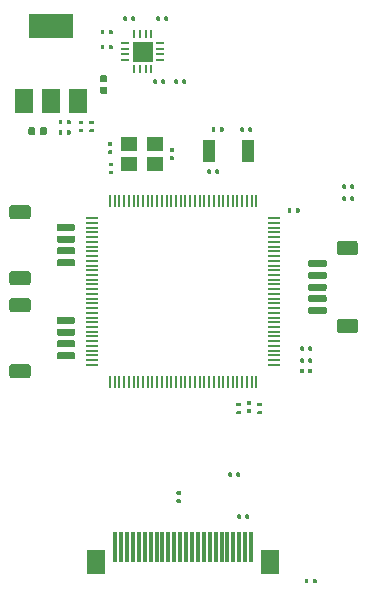
<source format=gbr>
G04 #@! TF.GenerationSoftware,KiCad,Pcbnew,(5.1.4)-1*
G04 #@! TF.CreationDate,2019-11-16T16:05:54+01:00*
G04 #@! TF.ProjectId,V3S_ESP32_Feather,5633535f-4553-4503-9332-5f4665617468,rev?*
G04 #@! TF.SameCoordinates,Original*
G04 #@! TF.FileFunction,Paste,Bot*
G04 #@! TF.FilePolarity,Positive*
%FSLAX46Y46*%
G04 Gerber Fmt 4.6, Leading zero omitted, Abs format (unit mm)*
G04 Created by KiCad (PCBNEW (5.1.4)-1) date 2019-11-16 16:05:54*
%MOMM*%
%LPD*%
G04 APERTURE LIST*
%ADD10C,0.100000*%
%ADD11C,0.318000*%
%ADD12C,1.200000*%
%ADD13C,0.600000*%
%ADD14R,1.800000X1.800000*%
%ADD15R,0.760000X0.270000*%
%ADD16R,0.270000X0.760000*%
%ADD17R,0.300000X2.600000*%
%ADD18R,1.500000X2.000000*%
%ADD19C,0.590000*%
%ADD20R,3.800000X2.000000*%
%ADD21R,0.200000X1.000000*%
%ADD22R,1.000000X0.200000*%
%ADD23R,1.400000X1.200000*%
%ADD24R,1.100000X1.900000*%
G04 APERTURE END LIST*
D10*
G36*
X34101000Y-24700000D02*
G01*
X35241000Y-24700000D01*
X35241000Y-23560000D01*
X34101000Y-23560000D01*
X34101000Y-24700000D01*
G37*
G36*
X37827292Y-61345383D02*
G01*
X37835010Y-61346528D01*
X37842578Y-61348423D01*
X37849923Y-61351052D01*
X37856976Y-61354387D01*
X37863668Y-61358398D01*
X37869934Y-61363046D01*
X37875715Y-61368285D01*
X37880954Y-61374066D01*
X37885602Y-61380332D01*
X37889613Y-61387024D01*
X37892948Y-61394077D01*
X37895577Y-61401422D01*
X37897472Y-61408990D01*
X37898617Y-61416708D01*
X37899000Y-61424500D01*
X37899000Y-61583500D01*
X37898617Y-61591292D01*
X37897472Y-61599010D01*
X37895577Y-61606578D01*
X37892948Y-61613923D01*
X37889613Y-61620976D01*
X37885602Y-61627668D01*
X37880954Y-61633934D01*
X37875715Y-61639715D01*
X37869934Y-61644954D01*
X37863668Y-61649602D01*
X37856976Y-61653613D01*
X37849923Y-61656948D01*
X37842578Y-61659577D01*
X37835010Y-61661472D01*
X37827292Y-61662617D01*
X37819500Y-61663000D01*
X37618500Y-61663000D01*
X37610708Y-61662617D01*
X37602990Y-61661472D01*
X37595422Y-61659577D01*
X37588077Y-61656948D01*
X37581024Y-61653613D01*
X37574332Y-61649602D01*
X37568066Y-61644954D01*
X37562285Y-61639715D01*
X37557046Y-61633934D01*
X37552398Y-61627668D01*
X37548387Y-61620976D01*
X37545052Y-61613923D01*
X37542423Y-61606578D01*
X37540528Y-61599010D01*
X37539383Y-61591292D01*
X37539000Y-61583500D01*
X37539000Y-61424500D01*
X37539383Y-61416708D01*
X37540528Y-61408990D01*
X37542423Y-61401422D01*
X37545052Y-61394077D01*
X37548387Y-61387024D01*
X37552398Y-61380332D01*
X37557046Y-61374066D01*
X37562285Y-61368285D01*
X37568066Y-61363046D01*
X37574332Y-61358398D01*
X37581024Y-61354387D01*
X37588077Y-61351052D01*
X37595422Y-61348423D01*
X37602990Y-61346528D01*
X37610708Y-61345383D01*
X37618500Y-61345000D01*
X37819500Y-61345000D01*
X37827292Y-61345383D01*
X37827292Y-61345383D01*
G37*
D11*
X37719000Y-61504000D03*
D10*
G36*
X37827292Y-62035383D02*
G01*
X37835010Y-62036528D01*
X37842578Y-62038423D01*
X37849923Y-62041052D01*
X37856976Y-62044387D01*
X37863668Y-62048398D01*
X37869934Y-62053046D01*
X37875715Y-62058285D01*
X37880954Y-62064066D01*
X37885602Y-62070332D01*
X37889613Y-62077024D01*
X37892948Y-62084077D01*
X37895577Y-62091422D01*
X37897472Y-62098990D01*
X37898617Y-62106708D01*
X37899000Y-62114500D01*
X37899000Y-62273500D01*
X37898617Y-62281292D01*
X37897472Y-62289010D01*
X37895577Y-62296578D01*
X37892948Y-62303923D01*
X37889613Y-62310976D01*
X37885602Y-62317668D01*
X37880954Y-62323934D01*
X37875715Y-62329715D01*
X37869934Y-62334954D01*
X37863668Y-62339602D01*
X37856976Y-62343613D01*
X37849923Y-62346948D01*
X37842578Y-62349577D01*
X37835010Y-62351472D01*
X37827292Y-62352617D01*
X37819500Y-62353000D01*
X37618500Y-62353000D01*
X37610708Y-62352617D01*
X37602990Y-62351472D01*
X37595422Y-62349577D01*
X37588077Y-62346948D01*
X37581024Y-62343613D01*
X37574332Y-62339602D01*
X37568066Y-62334954D01*
X37562285Y-62329715D01*
X37557046Y-62323934D01*
X37552398Y-62317668D01*
X37548387Y-62310976D01*
X37545052Y-62303923D01*
X37542423Y-62296578D01*
X37540528Y-62289010D01*
X37539383Y-62281292D01*
X37539000Y-62273500D01*
X37539000Y-62114500D01*
X37539383Y-62106708D01*
X37540528Y-62098990D01*
X37542423Y-62091422D01*
X37545052Y-62084077D01*
X37548387Y-62077024D01*
X37552398Y-62070332D01*
X37557046Y-62064066D01*
X37562285Y-62058285D01*
X37568066Y-62053046D01*
X37574332Y-62048398D01*
X37581024Y-62044387D01*
X37588077Y-62041052D01*
X37595422Y-62038423D01*
X37602990Y-62036528D01*
X37610708Y-62035383D01*
X37618500Y-62035000D01*
X37819500Y-62035000D01*
X37827292Y-62035383D01*
X37827292Y-62035383D01*
G37*
D11*
X37719000Y-62194000D03*
D10*
G36*
X52674505Y-40170204D02*
G01*
X52698773Y-40173804D01*
X52722572Y-40179765D01*
X52745671Y-40188030D01*
X52767850Y-40198520D01*
X52788893Y-40211132D01*
X52808599Y-40225747D01*
X52826777Y-40242223D01*
X52843253Y-40260401D01*
X52857868Y-40280107D01*
X52870480Y-40301150D01*
X52880970Y-40323329D01*
X52889235Y-40346428D01*
X52895196Y-40370227D01*
X52898796Y-40394495D01*
X52900000Y-40418999D01*
X52900000Y-41119001D01*
X52898796Y-41143505D01*
X52895196Y-41167773D01*
X52889235Y-41191572D01*
X52880970Y-41214671D01*
X52870480Y-41236850D01*
X52857868Y-41257893D01*
X52843253Y-41277599D01*
X52826777Y-41295777D01*
X52808599Y-41312253D01*
X52788893Y-41326868D01*
X52767850Y-41339480D01*
X52745671Y-41349970D01*
X52722572Y-41358235D01*
X52698773Y-41364196D01*
X52674505Y-41367796D01*
X52650001Y-41369000D01*
X51349999Y-41369000D01*
X51325495Y-41367796D01*
X51301227Y-41364196D01*
X51277428Y-41358235D01*
X51254329Y-41349970D01*
X51232150Y-41339480D01*
X51211107Y-41326868D01*
X51191401Y-41312253D01*
X51173223Y-41295777D01*
X51156747Y-41277599D01*
X51142132Y-41257893D01*
X51129520Y-41236850D01*
X51119030Y-41214671D01*
X51110765Y-41191572D01*
X51104804Y-41167773D01*
X51101204Y-41143505D01*
X51100000Y-41119001D01*
X51100000Y-40418999D01*
X51101204Y-40394495D01*
X51104804Y-40370227D01*
X51110765Y-40346428D01*
X51119030Y-40323329D01*
X51129520Y-40301150D01*
X51142132Y-40280107D01*
X51156747Y-40260401D01*
X51173223Y-40242223D01*
X51191401Y-40225747D01*
X51211107Y-40211132D01*
X51232150Y-40198520D01*
X51254329Y-40188030D01*
X51277428Y-40179765D01*
X51301227Y-40173804D01*
X51325495Y-40170204D01*
X51349999Y-40169000D01*
X52650001Y-40169000D01*
X52674505Y-40170204D01*
X52674505Y-40170204D01*
G37*
D12*
X52000000Y-40769000D03*
D10*
G36*
X52674505Y-46770204D02*
G01*
X52698773Y-46773804D01*
X52722572Y-46779765D01*
X52745671Y-46788030D01*
X52767850Y-46798520D01*
X52788893Y-46811132D01*
X52808599Y-46825747D01*
X52826777Y-46842223D01*
X52843253Y-46860401D01*
X52857868Y-46880107D01*
X52870480Y-46901150D01*
X52880970Y-46923329D01*
X52889235Y-46946428D01*
X52895196Y-46970227D01*
X52898796Y-46994495D01*
X52900000Y-47018999D01*
X52900000Y-47719001D01*
X52898796Y-47743505D01*
X52895196Y-47767773D01*
X52889235Y-47791572D01*
X52880970Y-47814671D01*
X52870480Y-47836850D01*
X52857868Y-47857893D01*
X52843253Y-47877599D01*
X52826777Y-47895777D01*
X52808599Y-47912253D01*
X52788893Y-47926868D01*
X52767850Y-47939480D01*
X52745671Y-47949970D01*
X52722572Y-47958235D01*
X52698773Y-47964196D01*
X52674505Y-47967796D01*
X52650001Y-47969000D01*
X51349999Y-47969000D01*
X51325495Y-47967796D01*
X51301227Y-47964196D01*
X51277428Y-47958235D01*
X51254329Y-47949970D01*
X51232150Y-47939480D01*
X51211107Y-47926868D01*
X51191401Y-47912253D01*
X51173223Y-47895777D01*
X51156747Y-47877599D01*
X51142132Y-47857893D01*
X51129520Y-47836850D01*
X51119030Y-47814671D01*
X51110765Y-47791572D01*
X51104804Y-47767773D01*
X51101204Y-47743505D01*
X51100000Y-47719001D01*
X51100000Y-47018999D01*
X51101204Y-46994495D01*
X51104804Y-46970227D01*
X51110765Y-46946428D01*
X51119030Y-46923329D01*
X51129520Y-46901150D01*
X51142132Y-46880107D01*
X51156747Y-46860401D01*
X51173223Y-46842223D01*
X51191401Y-46825747D01*
X51211107Y-46811132D01*
X51232150Y-46798520D01*
X51254329Y-46788030D01*
X51277428Y-46779765D01*
X51301227Y-46773804D01*
X51325495Y-46770204D01*
X51349999Y-46769000D01*
X52650001Y-46769000D01*
X52674505Y-46770204D01*
X52674505Y-46770204D01*
G37*
D12*
X52000000Y-47369000D03*
D10*
G36*
X50114703Y-41769722D02*
G01*
X50129264Y-41771882D01*
X50143543Y-41775459D01*
X50157403Y-41780418D01*
X50170710Y-41786712D01*
X50183336Y-41794280D01*
X50195159Y-41803048D01*
X50206066Y-41812934D01*
X50215952Y-41823841D01*
X50224720Y-41835664D01*
X50232288Y-41848290D01*
X50238582Y-41861597D01*
X50243541Y-41875457D01*
X50247118Y-41889736D01*
X50249278Y-41904297D01*
X50250000Y-41919000D01*
X50250000Y-42219000D01*
X50249278Y-42233703D01*
X50247118Y-42248264D01*
X50243541Y-42262543D01*
X50238582Y-42276403D01*
X50232288Y-42289710D01*
X50224720Y-42302336D01*
X50215952Y-42314159D01*
X50206066Y-42325066D01*
X50195159Y-42334952D01*
X50183336Y-42343720D01*
X50170710Y-42351288D01*
X50157403Y-42357582D01*
X50143543Y-42362541D01*
X50129264Y-42366118D01*
X50114703Y-42368278D01*
X50100000Y-42369000D01*
X48850000Y-42369000D01*
X48835297Y-42368278D01*
X48820736Y-42366118D01*
X48806457Y-42362541D01*
X48792597Y-42357582D01*
X48779290Y-42351288D01*
X48766664Y-42343720D01*
X48754841Y-42334952D01*
X48743934Y-42325066D01*
X48734048Y-42314159D01*
X48725280Y-42302336D01*
X48717712Y-42289710D01*
X48711418Y-42276403D01*
X48706459Y-42262543D01*
X48702882Y-42248264D01*
X48700722Y-42233703D01*
X48700000Y-42219000D01*
X48700000Y-41919000D01*
X48700722Y-41904297D01*
X48702882Y-41889736D01*
X48706459Y-41875457D01*
X48711418Y-41861597D01*
X48717712Y-41848290D01*
X48725280Y-41835664D01*
X48734048Y-41823841D01*
X48743934Y-41812934D01*
X48754841Y-41803048D01*
X48766664Y-41794280D01*
X48779290Y-41786712D01*
X48792597Y-41780418D01*
X48806457Y-41775459D01*
X48820736Y-41771882D01*
X48835297Y-41769722D01*
X48850000Y-41769000D01*
X50100000Y-41769000D01*
X50114703Y-41769722D01*
X50114703Y-41769722D01*
G37*
D13*
X49475000Y-42069000D03*
D10*
G36*
X50114703Y-42769722D02*
G01*
X50129264Y-42771882D01*
X50143543Y-42775459D01*
X50157403Y-42780418D01*
X50170710Y-42786712D01*
X50183336Y-42794280D01*
X50195159Y-42803048D01*
X50206066Y-42812934D01*
X50215952Y-42823841D01*
X50224720Y-42835664D01*
X50232288Y-42848290D01*
X50238582Y-42861597D01*
X50243541Y-42875457D01*
X50247118Y-42889736D01*
X50249278Y-42904297D01*
X50250000Y-42919000D01*
X50250000Y-43219000D01*
X50249278Y-43233703D01*
X50247118Y-43248264D01*
X50243541Y-43262543D01*
X50238582Y-43276403D01*
X50232288Y-43289710D01*
X50224720Y-43302336D01*
X50215952Y-43314159D01*
X50206066Y-43325066D01*
X50195159Y-43334952D01*
X50183336Y-43343720D01*
X50170710Y-43351288D01*
X50157403Y-43357582D01*
X50143543Y-43362541D01*
X50129264Y-43366118D01*
X50114703Y-43368278D01*
X50100000Y-43369000D01*
X48850000Y-43369000D01*
X48835297Y-43368278D01*
X48820736Y-43366118D01*
X48806457Y-43362541D01*
X48792597Y-43357582D01*
X48779290Y-43351288D01*
X48766664Y-43343720D01*
X48754841Y-43334952D01*
X48743934Y-43325066D01*
X48734048Y-43314159D01*
X48725280Y-43302336D01*
X48717712Y-43289710D01*
X48711418Y-43276403D01*
X48706459Y-43262543D01*
X48702882Y-43248264D01*
X48700722Y-43233703D01*
X48700000Y-43219000D01*
X48700000Y-42919000D01*
X48700722Y-42904297D01*
X48702882Y-42889736D01*
X48706459Y-42875457D01*
X48711418Y-42861597D01*
X48717712Y-42848290D01*
X48725280Y-42835664D01*
X48734048Y-42823841D01*
X48743934Y-42812934D01*
X48754841Y-42803048D01*
X48766664Y-42794280D01*
X48779290Y-42786712D01*
X48792597Y-42780418D01*
X48806457Y-42775459D01*
X48820736Y-42771882D01*
X48835297Y-42769722D01*
X48850000Y-42769000D01*
X50100000Y-42769000D01*
X50114703Y-42769722D01*
X50114703Y-42769722D01*
G37*
D13*
X49475000Y-43069000D03*
D10*
G36*
X50114703Y-43769722D02*
G01*
X50129264Y-43771882D01*
X50143543Y-43775459D01*
X50157403Y-43780418D01*
X50170710Y-43786712D01*
X50183336Y-43794280D01*
X50195159Y-43803048D01*
X50206066Y-43812934D01*
X50215952Y-43823841D01*
X50224720Y-43835664D01*
X50232288Y-43848290D01*
X50238582Y-43861597D01*
X50243541Y-43875457D01*
X50247118Y-43889736D01*
X50249278Y-43904297D01*
X50250000Y-43919000D01*
X50250000Y-44219000D01*
X50249278Y-44233703D01*
X50247118Y-44248264D01*
X50243541Y-44262543D01*
X50238582Y-44276403D01*
X50232288Y-44289710D01*
X50224720Y-44302336D01*
X50215952Y-44314159D01*
X50206066Y-44325066D01*
X50195159Y-44334952D01*
X50183336Y-44343720D01*
X50170710Y-44351288D01*
X50157403Y-44357582D01*
X50143543Y-44362541D01*
X50129264Y-44366118D01*
X50114703Y-44368278D01*
X50100000Y-44369000D01*
X48850000Y-44369000D01*
X48835297Y-44368278D01*
X48820736Y-44366118D01*
X48806457Y-44362541D01*
X48792597Y-44357582D01*
X48779290Y-44351288D01*
X48766664Y-44343720D01*
X48754841Y-44334952D01*
X48743934Y-44325066D01*
X48734048Y-44314159D01*
X48725280Y-44302336D01*
X48717712Y-44289710D01*
X48711418Y-44276403D01*
X48706459Y-44262543D01*
X48702882Y-44248264D01*
X48700722Y-44233703D01*
X48700000Y-44219000D01*
X48700000Y-43919000D01*
X48700722Y-43904297D01*
X48702882Y-43889736D01*
X48706459Y-43875457D01*
X48711418Y-43861597D01*
X48717712Y-43848290D01*
X48725280Y-43835664D01*
X48734048Y-43823841D01*
X48743934Y-43812934D01*
X48754841Y-43803048D01*
X48766664Y-43794280D01*
X48779290Y-43786712D01*
X48792597Y-43780418D01*
X48806457Y-43775459D01*
X48820736Y-43771882D01*
X48835297Y-43769722D01*
X48850000Y-43769000D01*
X50100000Y-43769000D01*
X50114703Y-43769722D01*
X50114703Y-43769722D01*
G37*
D13*
X49475000Y-44069000D03*
D10*
G36*
X50114703Y-44769722D02*
G01*
X50129264Y-44771882D01*
X50143543Y-44775459D01*
X50157403Y-44780418D01*
X50170710Y-44786712D01*
X50183336Y-44794280D01*
X50195159Y-44803048D01*
X50206066Y-44812934D01*
X50215952Y-44823841D01*
X50224720Y-44835664D01*
X50232288Y-44848290D01*
X50238582Y-44861597D01*
X50243541Y-44875457D01*
X50247118Y-44889736D01*
X50249278Y-44904297D01*
X50250000Y-44919000D01*
X50250000Y-45219000D01*
X50249278Y-45233703D01*
X50247118Y-45248264D01*
X50243541Y-45262543D01*
X50238582Y-45276403D01*
X50232288Y-45289710D01*
X50224720Y-45302336D01*
X50215952Y-45314159D01*
X50206066Y-45325066D01*
X50195159Y-45334952D01*
X50183336Y-45343720D01*
X50170710Y-45351288D01*
X50157403Y-45357582D01*
X50143543Y-45362541D01*
X50129264Y-45366118D01*
X50114703Y-45368278D01*
X50100000Y-45369000D01*
X48850000Y-45369000D01*
X48835297Y-45368278D01*
X48820736Y-45366118D01*
X48806457Y-45362541D01*
X48792597Y-45357582D01*
X48779290Y-45351288D01*
X48766664Y-45343720D01*
X48754841Y-45334952D01*
X48743934Y-45325066D01*
X48734048Y-45314159D01*
X48725280Y-45302336D01*
X48717712Y-45289710D01*
X48711418Y-45276403D01*
X48706459Y-45262543D01*
X48702882Y-45248264D01*
X48700722Y-45233703D01*
X48700000Y-45219000D01*
X48700000Y-44919000D01*
X48700722Y-44904297D01*
X48702882Y-44889736D01*
X48706459Y-44875457D01*
X48711418Y-44861597D01*
X48717712Y-44848290D01*
X48725280Y-44835664D01*
X48734048Y-44823841D01*
X48743934Y-44812934D01*
X48754841Y-44803048D01*
X48766664Y-44794280D01*
X48779290Y-44786712D01*
X48792597Y-44780418D01*
X48806457Y-44775459D01*
X48820736Y-44771882D01*
X48835297Y-44769722D01*
X48850000Y-44769000D01*
X50100000Y-44769000D01*
X50114703Y-44769722D01*
X50114703Y-44769722D01*
G37*
D13*
X49475000Y-45069000D03*
D10*
G36*
X50114703Y-45769722D02*
G01*
X50129264Y-45771882D01*
X50143543Y-45775459D01*
X50157403Y-45780418D01*
X50170710Y-45786712D01*
X50183336Y-45794280D01*
X50195159Y-45803048D01*
X50206066Y-45812934D01*
X50215952Y-45823841D01*
X50224720Y-45835664D01*
X50232288Y-45848290D01*
X50238582Y-45861597D01*
X50243541Y-45875457D01*
X50247118Y-45889736D01*
X50249278Y-45904297D01*
X50250000Y-45919000D01*
X50250000Y-46219000D01*
X50249278Y-46233703D01*
X50247118Y-46248264D01*
X50243541Y-46262543D01*
X50238582Y-46276403D01*
X50232288Y-46289710D01*
X50224720Y-46302336D01*
X50215952Y-46314159D01*
X50206066Y-46325066D01*
X50195159Y-46334952D01*
X50183336Y-46343720D01*
X50170710Y-46351288D01*
X50157403Y-46357582D01*
X50143543Y-46362541D01*
X50129264Y-46366118D01*
X50114703Y-46368278D01*
X50100000Y-46369000D01*
X48850000Y-46369000D01*
X48835297Y-46368278D01*
X48820736Y-46366118D01*
X48806457Y-46362541D01*
X48792597Y-46357582D01*
X48779290Y-46351288D01*
X48766664Y-46343720D01*
X48754841Y-46334952D01*
X48743934Y-46325066D01*
X48734048Y-46314159D01*
X48725280Y-46302336D01*
X48717712Y-46289710D01*
X48711418Y-46276403D01*
X48706459Y-46262543D01*
X48702882Y-46248264D01*
X48700722Y-46233703D01*
X48700000Y-46219000D01*
X48700000Y-45919000D01*
X48700722Y-45904297D01*
X48702882Y-45889736D01*
X48706459Y-45875457D01*
X48711418Y-45861597D01*
X48717712Y-45848290D01*
X48725280Y-45835664D01*
X48734048Y-45823841D01*
X48743934Y-45812934D01*
X48754841Y-45803048D01*
X48766664Y-45794280D01*
X48779290Y-45786712D01*
X48792597Y-45780418D01*
X48806457Y-45775459D01*
X48820736Y-45771882D01*
X48835297Y-45769722D01*
X48850000Y-45769000D01*
X50100000Y-45769000D01*
X50114703Y-45769722D01*
X50114703Y-45769722D01*
G37*
D13*
X49475000Y-46069000D03*
D14*
X34671000Y-24130000D03*
D15*
X36141000Y-24880000D03*
X36141000Y-24380000D03*
X36141000Y-23880000D03*
X36141000Y-23380000D03*
X33201000Y-23380000D03*
X33201000Y-23880000D03*
X33201000Y-24380000D03*
X33201000Y-24880000D03*
D16*
X33921000Y-25600000D03*
X34421000Y-25600000D03*
X34921000Y-25600000D03*
X35421000Y-25600000D03*
X35421000Y-22660000D03*
X34921000Y-22660000D03*
X34421000Y-22660000D03*
X33921000Y-22660000D03*
D10*
G36*
X31365292Y-23569383D02*
G01*
X31373010Y-23570528D01*
X31380578Y-23572423D01*
X31387923Y-23575052D01*
X31394976Y-23578387D01*
X31401668Y-23582398D01*
X31407934Y-23587046D01*
X31413715Y-23592285D01*
X31418954Y-23598066D01*
X31423602Y-23604332D01*
X31427613Y-23611024D01*
X31430948Y-23618077D01*
X31433577Y-23625422D01*
X31435472Y-23632990D01*
X31436617Y-23640708D01*
X31437000Y-23648500D01*
X31437000Y-23849500D01*
X31436617Y-23857292D01*
X31435472Y-23865010D01*
X31433577Y-23872578D01*
X31430948Y-23879923D01*
X31427613Y-23886976D01*
X31423602Y-23893668D01*
X31418954Y-23899934D01*
X31413715Y-23905715D01*
X31407934Y-23910954D01*
X31401668Y-23915602D01*
X31394976Y-23919613D01*
X31387923Y-23922948D01*
X31380578Y-23925577D01*
X31373010Y-23927472D01*
X31365292Y-23928617D01*
X31357500Y-23929000D01*
X31198500Y-23929000D01*
X31190708Y-23928617D01*
X31182990Y-23927472D01*
X31175422Y-23925577D01*
X31168077Y-23922948D01*
X31161024Y-23919613D01*
X31154332Y-23915602D01*
X31148066Y-23910954D01*
X31142285Y-23905715D01*
X31137046Y-23899934D01*
X31132398Y-23893668D01*
X31128387Y-23886976D01*
X31125052Y-23879923D01*
X31122423Y-23872578D01*
X31120528Y-23865010D01*
X31119383Y-23857292D01*
X31119000Y-23849500D01*
X31119000Y-23648500D01*
X31119383Y-23640708D01*
X31120528Y-23632990D01*
X31122423Y-23625422D01*
X31125052Y-23618077D01*
X31128387Y-23611024D01*
X31132398Y-23604332D01*
X31137046Y-23598066D01*
X31142285Y-23592285D01*
X31148066Y-23587046D01*
X31154332Y-23582398D01*
X31161024Y-23578387D01*
X31168077Y-23575052D01*
X31175422Y-23572423D01*
X31182990Y-23570528D01*
X31190708Y-23569383D01*
X31198500Y-23569000D01*
X31357500Y-23569000D01*
X31365292Y-23569383D01*
X31365292Y-23569383D01*
G37*
D11*
X31278000Y-23749000D03*
D10*
G36*
X32055292Y-23569383D02*
G01*
X32063010Y-23570528D01*
X32070578Y-23572423D01*
X32077923Y-23575052D01*
X32084976Y-23578387D01*
X32091668Y-23582398D01*
X32097934Y-23587046D01*
X32103715Y-23592285D01*
X32108954Y-23598066D01*
X32113602Y-23604332D01*
X32117613Y-23611024D01*
X32120948Y-23618077D01*
X32123577Y-23625422D01*
X32125472Y-23632990D01*
X32126617Y-23640708D01*
X32127000Y-23648500D01*
X32127000Y-23849500D01*
X32126617Y-23857292D01*
X32125472Y-23865010D01*
X32123577Y-23872578D01*
X32120948Y-23879923D01*
X32117613Y-23886976D01*
X32113602Y-23893668D01*
X32108954Y-23899934D01*
X32103715Y-23905715D01*
X32097934Y-23910954D01*
X32091668Y-23915602D01*
X32084976Y-23919613D01*
X32077923Y-23922948D01*
X32070578Y-23925577D01*
X32063010Y-23927472D01*
X32055292Y-23928617D01*
X32047500Y-23929000D01*
X31888500Y-23929000D01*
X31880708Y-23928617D01*
X31872990Y-23927472D01*
X31865422Y-23925577D01*
X31858077Y-23922948D01*
X31851024Y-23919613D01*
X31844332Y-23915602D01*
X31838066Y-23910954D01*
X31832285Y-23905715D01*
X31827046Y-23899934D01*
X31822398Y-23893668D01*
X31818387Y-23886976D01*
X31815052Y-23879923D01*
X31812423Y-23872578D01*
X31810528Y-23865010D01*
X31809383Y-23857292D01*
X31809000Y-23849500D01*
X31809000Y-23648500D01*
X31809383Y-23640708D01*
X31810528Y-23632990D01*
X31812423Y-23625422D01*
X31815052Y-23618077D01*
X31818387Y-23611024D01*
X31822398Y-23604332D01*
X31827046Y-23598066D01*
X31832285Y-23592285D01*
X31838066Y-23587046D01*
X31844332Y-23582398D01*
X31851024Y-23578387D01*
X31858077Y-23575052D01*
X31865422Y-23572423D01*
X31872990Y-23570528D01*
X31880708Y-23569383D01*
X31888500Y-23569000D01*
X32047500Y-23569000D01*
X32055292Y-23569383D01*
X32055292Y-23569383D01*
G37*
D11*
X31968000Y-23749000D03*
D10*
G36*
X24961505Y-37114204D02*
G01*
X24985773Y-37117804D01*
X25009572Y-37123765D01*
X25032671Y-37132030D01*
X25054850Y-37142520D01*
X25075893Y-37155132D01*
X25095599Y-37169747D01*
X25113777Y-37186223D01*
X25130253Y-37204401D01*
X25144868Y-37224107D01*
X25157480Y-37245150D01*
X25167970Y-37267329D01*
X25176235Y-37290428D01*
X25182196Y-37314227D01*
X25185796Y-37338495D01*
X25187000Y-37362999D01*
X25187000Y-38063001D01*
X25185796Y-38087505D01*
X25182196Y-38111773D01*
X25176235Y-38135572D01*
X25167970Y-38158671D01*
X25157480Y-38180850D01*
X25144868Y-38201893D01*
X25130253Y-38221599D01*
X25113777Y-38239777D01*
X25095599Y-38256253D01*
X25075893Y-38270868D01*
X25054850Y-38283480D01*
X25032671Y-38293970D01*
X25009572Y-38302235D01*
X24985773Y-38308196D01*
X24961505Y-38311796D01*
X24937001Y-38313000D01*
X23636999Y-38313000D01*
X23612495Y-38311796D01*
X23588227Y-38308196D01*
X23564428Y-38302235D01*
X23541329Y-38293970D01*
X23519150Y-38283480D01*
X23498107Y-38270868D01*
X23478401Y-38256253D01*
X23460223Y-38239777D01*
X23443747Y-38221599D01*
X23429132Y-38201893D01*
X23416520Y-38180850D01*
X23406030Y-38158671D01*
X23397765Y-38135572D01*
X23391804Y-38111773D01*
X23388204Y-38087505D01*
X23387000Y-38063001D01*
X23387000Y-37362999D01*
X23388204Y-37338495D01*
X23391804Y-37314227D01*
X23397765Y-37290428D01*
X23406030Y-37267329D01*
X23416520Y-37245150D01*
X23429132Y-37224107D01*
X23443747Y-37204401D01*
X23460223Y-37186223D01*
X23478401Y-37169747D01*
X23498107Y-37155132D01*
X23519150Y-37142520D01*
X23541329Y-37132030D01*
X23564428Y-37123765D01*
X23588227Y-37117804D01*
X23612495Y-37114204D01*
X23636999Y-37113000D01*
X24937001Y-37113000D01*
X24961505Y-37114204D01*
X24961505Y-37114204D01*
G37*
D12*
X24287000Y-37713000D03*
D10*
G36*
X24961505Y-42714204D02*
G01*
X24985773Y-42717804D01*
X25009572Y-42723765D01*
X25032671Y-42732030D01*
X25054850Y-42742520D01*
X25075893Y-42755132D01*
X25095599Y-42769747D01*
X25113777Y-42786223D01*
X25130253Y-42804401D01*
X25144868Y-42824107D01*
X25157480Y-42845150D01*
X25167970Y-42867329D01*
X25176235Y-42890428D01*
X25182196Y-42914227D01*
X25185796Y-42938495D01*
X25187000Y-42962999D01*
X25187000Y-43663001D01*
X25185796Y-43687505D01*
X25182196Y-43711773D01*
X25176235Y-43735572D01*
X25167970Y-43758671D01*
X25157480Y-43780850D01*
X25144868Y-43801893D01*
X25130253Y-43821599D01*
X25113777Y-43839777D01*
X25095599Y-43856253D01*
X25075893Y-43870868D01*
X25054850Y-43883480D01*
X25032671Y-43893970D01*
X25009572Y-43902235D01*
X24985773Y-43908196D01*
X24961505Y-43911796D01*
X24937001Y-43913000D01*
X23636999Y-43913000D01*
X23612495Y-43911796D01*
X23588227Y-43908196D01*
X23564428Y-43902235D01*
X23541329Y-43893970D01*
X23519150Y-43883480D01*
X23498107Y-43870868D01*
X23478401Y-43856253D01*
X23460223Y-43839777D01*
X23443747Y-43821599D01*
X23429132Y-43801893D01*
X23416520Y-43780850D01*
X23406030Y-43758671D01*
X23397765Y-43735572D01*
X23391804Y-43711773D01*
X23388204Y-43687505D01*
X23387000Y-43663001D01*
X23387000Y-42962999D01*
X23388204Y-42938495D01*
X23391804Y-42914227D01*
X23397765Y-42890428D01*
X23406030Y-42867329D01*
X23416520Y-42845150D01*
X23429132Y-42824107D01*
X23443747Y-42804401D01*
X23460223Y-42786223D01*
X23478401Y-42769747D01*
X23498107Y-42755132D01*
X23519150Y-42742520D01*
X23541329Y-42732030D01*
X23564428Y-42723765D01*
X23588227Y-42717804D01*
X23612495Y-42714204D01*
X23636999Y-42713000D01*
X24937001Y-42713000D01*
X24961505Y-42714204D01*
X24961505Y-42714204D01*
G37*
D12*
X24287000Y-43313000D03*
D10*
G36*
X28801703Y-38713722D02*
G01*
X28816264Y-38715882D01*
X28830543Y-38719459D01*
X28844403Y-38724418D01*
X28857710Y-38730712D01*
X28870336Y-38738280D01*
X28882159Y-38747048D01*
X28893066Y-38756934D01*
X28902952Y-38767841D01*
X28911720Y-38779664D01*
X28919288Y-38792290D01*
X28925582Y-38805597D01*
X28930541Y-38819457D01*
X28934118Y-38833736D01*
X28936278Y-38848297D01*
X28937000Y-38863000D01*
X28937000Y-39163000D01*
X28936278Y-39177703D01*
X28934118Y-39192264D01*
X28930541Y-39206543D01*
X28925582Y-39220403D01*
X28919288Y-39233710D01*
X28911720Y-39246336D01*
X28902952Y-39258159D01*
X28893066Y-39269066D01*
X28882159Y-39278952D01*
X28870336Y-39287720D01*
X28857710Y-39295288D01*
X28844403Y-39301582D01*
X28830543Y-39306541D01*
X28816264Y-39310118D01*
X28801703Y-39312278D01*
X28787000Y-39313000D01*
X27537000Y-39313000D01*
X27522297Y-39312278D01*
X27507736Y-39310118D01*
X27493457Y-39306541D01*
X27479597Y-39301582D01*
X27466290Y-39295288D01*
X27453664Y-39287720D01*
X27441841Y-39278952D01*
X27430934Y-39269066D01*
X27421048Y-39258159D01*
X27412280Y-39246336D01*
X27404712Y-39233710D01*
X27398418Y-39220403D01*
X27393459Y-39206543D01*
X27389882Y-39192264D01*
X27387722Y-39177703D01*
X27387000Y-39163000D01*
X27387000Y-38863000D01*
X27387722Y-38848297D01*
X27389882Y-38833736D01*
X27393459Y-38819457D01*
X27398418Y-38805597D01*
X27404712Y-38792290D01*
X27412280Y-38779664D01*
X27421048Y-38767841D01*
X27430934Y-38756934D01*
X27441841Y-38747048D01*
X27453664Y-38738280D01*
X27466290Y-38730712D01*
X27479597Y-38724418D01*
X27493457Y-38719459D01*
X27507736Y-38715882D01*
X27522297Y-38713722D01*
X27537000Y-38713000D01*
X28787000Y-38713000D01*
X28801703Y-38713722D01*
X28801703Y-38713722D01*
G37*
D13*
X28162000Y-39013000D03*
D10*
G36*
X28801703Y-39713722D02*
G01*
X28816264Y-39715882D01*
X28830543Y-39719459D01*
X28844403Y-39724418D01*
X28857710Y-39730712D01*
X28870336Y-39738280D01*
X28882159Y-39747048D01*
X28893066Y-39756934D01*
X28902952Y-39767841D01*
X28911720Y-39779664D01*
X28919288Y-39792290D01*
X28925582Y-39805597D01*
X28930541Y-39819457D01*
X28934118Y-39833736D01*
X28936278Y-39848297D01*
X28937000Y-39863000D01*
X28937000Y-40163000D01*
X28936278Y-40177703D01*
X28934118Y-40192264D01*
X28930541Y-40206543D01*
X28925582Y-40220403D01*
X28919288Y-40233710D01*
X28911720Y-40246336D01*
X28902952Y-40258159D01*
X28893066Y-40269066D01*
X28882159Y-40278952D01*
X28870336Y-40287720D01*
X28857710Y-40295288D01*
X28844403Y-40301582D01*
X28830543Y-40306541D01*
X28816264Y-40310118D01*
X28801703Y-40312278D01*
X28787000Y-40313000D01*
X27537000Y-40313000D01*
X27522297Y-40312278D01*
X27507736Y-40310118D01*
X27493457Y-40306541D01*
X27479597Y-40301582D01*
X27466290Y-40295288D01*
X27453664Y-40287720D01*
X27441841Y-40278952D01*
X27430934Y-40269066D01*
X27421048Y-40258159D01*
X27412280Y-40246336D01*
X27404712Y-40233710D01*
X27398418Y-40220403D01*
X27393459Y-40206543D01*
X27389882Y-40192264D01*
X27387722Y-40177703D01*
X27387000Y-40163000D01*
X27387000Y-39863000D01*
X27387722Y-39848297D01*
X27389882Y-39833736D01*
X27393459Y-39819457D01*
X27398418Y-39805597D01*
X27404712Y-39792290D01*
X27412280Y-39779664D01*
X27421048Y-39767841D01*
X27430934Y-39756934D01*
X27441841Y-39747048D01*
X27453664Y-39738280D01*
X27466290Y-39730712D01*
X27479597Y-39724418D01*
X27493457Y-39719459D01*
X27507736Y-39715882D01*
X27522297Y-39713722D01*
X27537000Y-39713000D01*
X28787000Y-39713000D01*
X28801703Y-39713722D01*
X28801703Y-39713722D01*
G37*
D13*
X28162000Y-40013000D03*
D10*
G36*
X28801703Y-40713722D02*
G01*
X28816264Y-40715882D01*
X28830543Y-40719459D01*
X28844403Y-40724418D01*
X28857710Y-40730712D01*
X28870336Y-40738280D01*
X28882159Y-40747048D01*
X28893066Y-40756934D01*
X28902952Y-40767841D01*
X28911720Y-40779664D01*
X28919288Y-40792290D01*
X28925582Y-40805597D01*
X28930541Y-40819457D01*
X28934118Y-40833736D01*
X28936278Y-40848297D01*
X28937000Y-40863000D01*
X28937000Y-41163000D01*
X28936278Y-41177703D01*
X28934118Y-41192264D01*
X28930541Y-41206543D01*
X28925582Y-41220403D01*
X28919288Y-41233710D01*
X28911720Y-41246336D01*
X28902952Y-41258159D01*
X28893066Y-41269066D01*
X28882159Y-41278952D01*
X28870336Y-41287720D01*
X28857710Y-41295288D01*
X28844403Y-41301582D01*
X28830543Y-41306541D01*
X28816264Y-41310118D01*
X28801703Y-41312278D01*
X28787000Y-41313000D01*
X27537000Y-41313000D01*
X27522297Y-41312278D01*
X27507736Y-41310118D01*
X27493457Y-41306541D01*
X27479597Y-41301582D01*
X27466290Y-41295288D01*
X27453664Y-41287720D01*
X27441841Y-41278952D01*
X27430934Y-41269066D01*
X27421048Y-41258159D01*
X27412280Y-41246336D01*
X27404712Y-41233710D01*
X27398418Y-41220403D01*
X27393459Y-41206543D01*
X27389882Y-41192264D01*
X27387722Y-41177703D01*
X27387000Y-41163000D01*
X27387000Y-40863000D01*
X27387722Y-40848297D01*
X27389882Y-40833736D01*
X27393459Y-40819457D01*
X27398418Y-40805597D01*
X27404712Y-40792290D01*
X27412280Y-40779664D01*
X27421048Y-40767841D01*
X27430934Y-40756934D01*
X27441841Y-40747048D01*
X27453664Y-40738280D01*
X27466290Y-40730712D01*
X27479597Y-40724418D01*
X27493457Y-40719459D01*
X27507736Y-40715882D01*
X27522297Y-40713722D01*
X27537000Y-40713000D01*
X28787000Y-40713000D01*
X28801703Y-40713722D01*
X28801703Y-40713722D01*
G37*
D13*
X28162000Y-41013000D03*
D10*
G36*
X28801703Y-41713722D02*
G01*
X28816264Y-41715882D01*
X28830543Y-41719459D01*
X28844403Y-41724418D01*
X28857710Y-41730712D01*
X28870336Y-41738280D01*
X28882159Y-41747048D01*
X28893066Y-41756934D01*
X28902952Y-41767841D01*
X28911720Y-41779664D01*
X28919288Y-41792290D01*
X28925582Y-41805597D01*
X28930541Y-41819457D01*
X28934118Y-41833736D01*
X28936278Y-41848297D01*
X28937000Y-41863000D01*
X28937000Y-42163000D01*
X28936278Y-42177703D01*
X28934118Y-42192264D01*
X28930541Y-42206543D01*
X28925582Y-42220403D01*
X28919288Y-42233710D01*
X28911720Y-42246336D01*
X28902952Y-42258159D01*
X28893066Y-42269066D01*
X28882159Y-42278952D01*
X28870336Y-42287720D01*
X28857710Y-42295288D01*
X28844403Y-42301582D01*
X28830543Y-42306541D01*
X28816264Y-42310118D01*
X28801703Y-42312278D01*
X28787000Y-42313000D01*
X27537000Y-42313000D01*
X27522297Y-42312278D01*
X27507736Y-42310118D01*
X27493457Y-42306541D01*
X27479597Y-42301582D01*
X27466290Y-42295288D01*
X27453664Y-42287720D01*
X27441841Y-42278952D01*
X27430934Y-42269066D01*
X27421048Y-42258159D01*
X27412280Y-42246336D01*
X27404712Y-42233710D01*
X27398418Y-42220403D01*
X27393459Y-42206543D01*
X27389882Y-42192264D01*
X27387722Y-42177703D01*
X27387000Y-42163000D01*
X27387000Y-41863000D01*
X27387722Y-41848297D01*
X27389882Y-41833736D01*
X27393459Y-41819457D01*
X27398418Y-41805597D01*
X27404712Y-41792290D01*
X27412280Y-41779664D01*
X27421048Y-41767841D01*
X27430934Y-41756934D01*
X27441841Y-41747048D01*
X27453664Y-41738280D01*
X27466290Y-41730712D01*
X27479597Y-41724418D01*
X27493457Y-41719459D01*
X27507736Y-41715882D01*
X27522297Y-41713722D01*
X27537000Y-41713000D01*
X28787000Y-41713000D01*
X28801703Y-41713722D01*
X28801703Y-41713722D01*
G37*
D13*
X28162000Y-42013000D03*
D10*
G36*
X24961505Y-44988204D02*
G01*
X24985773Y-44991804D01*
X25009572Y-44997765D01*
X25032671Y-45006030D01*
X25054850Y-45016520D01*
X25075893Y-45029132D01*
X25095599Y-45043747D01*
X25113777Y-45060223D01*
X25130253Y-45078401D01*
X25144868Y-45098107D01*
X25157480Y-45119150D01*
X25167970Y-45141329D01*
X25176235Y-45164428D01*
X25182196Y-45188227D01*
X25185796Y-45212495D01*
X25187000Y-45236999D01*
X25187000Y-45937001D01*
X25185796Y-45961505D01*
X25182196Y-45985773D01*
X25176235Y-46009572D01*
X25167970Y-46032671D01*
X25157480Y-46054850D01*
X25144868Y-46075893D01*
X25130253Y-46095599D01*
X25113777Y-46113777D01*
X25095599Y-46130253D01*
X25075893Y-46144868D01*
X25054850Y-46157480D01*
X25032671Y-46167970D01*
X25009572Y-46176235D01*
X24985773Y-46182196D01*
X24961505Y-46185796D01*
X24937001Y-46187000D01*
X23636999Y-46187000D01*
X23612495Y-46185796D01*
X23588227Y-46182196D01*
X23564428Y-46176235D01*
X23541329Y-46167970D01*
X23519150Y-46157480D01*
X23498107Y-46144868D01*
X23478401Y-46130253D01*
X23460223Y-46113777D01*
X23443747Y-46095599D01*
X23429132Y-46075893D01*
X23416520Y-46054850D01*
X23406030Y-46032671D01*
X23397765Y-46009572D01*
X23391804Y-45985773D01*
X23388204Y-45961505D01*
X23387000Y-45937001D01*
X23387000Y-45236999D01*
X23388204Y-45212495D01*
X23391804Y-45188227D01*
X23397765Y-45164428D01*
X23406030Y-45141329D01*
X23416520Y-45119150D01*
X23429132Y-45098107D01*
X23443747Y-45078401D01*
X23460223Y-45060223D01*
X23478401Y-45043747D01*
X23498107Y-45029132D01*
X23519150Y-45016520D01*
X23541329Y-45006030D01*
X23564428Y-44997765D01*
X23588227Y-44991804D01*
X23612495Y-44988204D01*
X23636999Y-44987000D01*
X24937001Y-44987000D01*
X24961505Y-44988204D01*
X24961505Y-44988204D01*
G37*
D12*
X24287000Y-45587000D03*
D10*
G36*
X24961505Y-50588204D02*
G01*
X24985773Y-50591804D01*
X25009572Y-50597765D01*
X25032671Y-50606030D01*
X25054850Y-50616520D01*
X25075893Y-50629132D01*
X25095599Y-50643747D01*
X25113777Y-50660223D01*
X25130253Y-50678401D01*
X25144868Y-50698107D01*
X25157480Y-50719150D01*
X25167970Y-50741329D01*
X25176235Y-50764428D01*
X25182196Y-50788227D01*
X25185796Y-50812495D01*
X25187000Y-50836999D01*
X25187000Y-51537001D01*
X25185796Y-51561505D01*
X25182196Y-51585773D01*
X25176235Y-51609572D01*
X25167970Y-51632671D01*
X25157480Y-51654850D01*
X25144868Y-51675893D01*
X25130253Y-51695599D01*
X25113777Y-51713777D01*
X25095599Y-51730253D01*
X25075893Y-51744868D01*
X25054850Y-51757480D01*
X25032671Y-51767970D01*
X25009572Y-51776235D01*
X24985773Y-51782196D01*
X24961505Y-51785796D01*
X24937001Y-51787000D01*
X23636999Y-51787000D01*
X23612495Y-51785796D01*
X23588227Y-51782196D01*
X23564428Y-51776235D01*
X23541329Y-51767970D01*
X23519150Y-51757480D01*
X23498107Y-51744868D01*
X23478401Y-51730253D01*
X23460223Y-51713777D01*
X23443747Y-51695599D01*
X23429132Y-51675893D01*
X23416520Y-51654850D01*
X23406030Y-51632671D01*
X23397765Y-51609572D01*
X23391804Y-51585773D01*
X23388204Y-51561505D01*
X23387000Y-51537001D01*
X23387000Y-50836999D01*
X23388204Y-50812495D01*
X23391804Y-50788227D01*
X23397765Y-50764428D01*
X23406030Y-50741329D01*
X23416520Y-50719150D01*
X23429132Y-50698107D01*
X23443747Y-50678401D01*
X23460223Y-50660223D01*
X23478401Y-50643747D01*
X23498107Y-50629132D01*
X23519150Y-50616520D01*
X23541329Y-50606030D01*
X23564428Y-50597765D01*
X23588227Y-50591804D01*
X23612495Y-50588204D01*
X23636999Y-50587000D01*
X24937001Y-50587000D01*
X24961505Y-50588204D01*
X24961505Y-50588204D01*
G37*
D12*
X24287000Y-51187000D03*
D10*
G36*
X28801703Y-46587722D02*
G01*
X28816264Y-46589882D01*
X28830543Y-46593459D01*
X28844403Y-46598418D01*
X28857710Y-46604712D01*
X28870336Y-46612280D01*
X28882159Y-46621048D01*
X28893066Y-46630934D01*
X28902952Y-46641841D01*
X28911720Y-46653664D01*
X28919288Y-46666290D01*
X28925582Y-46679597D01*
X28930541Y-46693457D01*
X28934118Y-46707736D01*
X28936278Y-46722297D01*
X28937000Y-46737000D01*
X28937000Y-47037000D01*
X28936278Y-47051703D01*
X28934118Y-47066264D01*
X28930541Y-47080543D01*
X28925582Y-47094403D01*
X28919288Y-47107710D01*
X28911720Y-47120336D01*
X28902952Y-47132159D01*
X28893066Y-47143066D01*
X28882159Y-47152952D01*
X28870336Y-47161720D01*
X28857710Y-47169288D01*
X28844403Y-47175582D01*
X28830543Y-47180541D01*
X28816264Y-47184118D01*
X28801703Y-47186278D01*
X28787000Y-47187000D01*
X27537000Y-47187000D01*
X27522297Y-47186278D01*
X27507736Y-47184118D01*
X27493457Y-47180541D01*
X27479597Y-47175582D01*
X27466290Y-47169288D01*
X27453664Y-47161720D01*
X27441841Y-47152952D01*
X27430934Y-47143066D01*
X27421048Y-47132159D01*
X27412280Y-47120336D01*
X27404712Y-47107710D01*
X27398418Y-47094403D01*
X27393459Y-47080543D01*
X27389882Y-47066264D01*
X27387722Y-47051703D01*
X27387000Y-47037000D01*
X27387000Y-46737000D01*
X27387722Y-46722297D01*
X27389882Y-46707736D01*
X27393459Y-46693457D01*
X27398418Y-46679597D01*
X27404712Y-46666290D01*
X27412280Y-46653664D01*
X27421048Y-46641841D01*
X27430934Y-46630934D01*
X27441841Y-46621048D01*
X27453664Y-46612280D01*
X27466290Y-46604712D01*
X27479597Y-46598418D01*
X27493457Y-46593459D01*
X27507736Y-46589882D01*
X27522297Y-46587722D01*
X27537000Y-46587000D01*
X28787000Y-46587000D01*
X28801703Y-46587722D01*
X28801703Y-46587722D01*
G37*
D13*
X28162000Y-46887000D03*
D10*
G36*
X28801703Y-47587722D02*
G01*
X28816264Y-47589882D01*
X28830543Y-47593459D01*
X28844403Y-47598418D01*
X28857710Y-47604712D01*
X28870336Y-47612280D01*
X28882159Y-47621048D01*
X28893066Y-47630934D01*
X28902952Y-47641841D01*
X28911720Y-47653664D01*
X28919288Y-47666290D01*
X28925582Y-47679597D01*
X28930541Y-47693457D01*
X28934118Y-47707736D01*
X28936278Y-47722297D01*
X28937000Y-47737000D01*
X28937000Y-48037000D01*
X28936278Y-48051703D01*
X28934118Y-48066264D01*
X28930541Y-48080543D01*
X28925582Y-48094403D01*
X28919288Y-48107710D01*
X28911720Y-48120336D01*
X28902952Y-48132159D01*
X28893066Y-48143066D01*
X28882159Y-48152952D01*
X28870336Y-48161720D01*
X28857710Y-48169288D01*
X28844403Y-48175582D01*
X28830543Y-48180541D01*
X28816264Y-48184118D01*
X28801703Y-48186278D01*
X28787000Y-48187000D01*
X27537000Y-48187000D01*
X27522297Y-48186278D01*
X27507736Y-48184118D01*
X27493457Y-48180541D01*
X27479597Y-48175582D01*
X27466290Y-48169288D01*
X27453664Y-48161720D01*
X27441841Y-48152952D01*
X27430934Y-48143066D01*
X27421048Y-48132159D01*
X27412280Y-48120336D01*
X27404712Y-48107710D01*
X27398418Y-48094403D01*
X27393459Y-48080543D01*
X27389882Y-48066264D01*
X27387722Y-48051703D01*
X27387000Y-48037000D01*
X27387000Y-47737000D01*
X27387722Y-47722297D01*
X27389882Y-47707736D01*
X27393459Y-47693457D01*
X27398418Y-47679597D01*
X27404712Y-47666290D01*
X27412280Y-47653664D01*
X27421048Y-47641841D01*
X27430934Y-47630934D01*
X27441841Y-47621048D01*
X27453664Y-47612280D01*
X27466290Y-47604712D01*
X27479597Y-47598418D01*
X27493457Y-47593459D01*
X27507736Y-47589882D01*
X27522297Y-47587722D01*
X27537000Y-47587000D01*
X28787000Y-47587000D01*
X28801703Y-47587722D01*
X28801703Y-47587722D01*
G37*
D13*
X28162000Y-47887000D03*
D10*
G36*
X28801703Y-48587722D02*
G01*
X28816264Y-48589882D01*
X28830543Y-48593459D01*
X28844403Y-48598418D01*
X28857710Y-48604712D01*
X28870336Y-48612280D01*
X28882159Y-48621048D01*
X28893066Y-48630934D01*
X28902952Y-48641841D01*
X28911720Y-48653664D01*
X28919288Y-48666290D01*
X28925582Y-48679597D01*
X28930541Y-48693457D01*
X28934118Y-48707736D01*
X28936278Y-48722297D01*
X28937000Y-48737000D01*
X28937000Y-49037000D01*
X28936278Y-49051703D01*
X28934118Y-49066264D01*
X28930541Y-49080543D01*
X28925582Y-49094403D01*
X28919288Y-49107710D01*
X28911720Y-49120336D01*
X28902952Y-49132159D01*
X28893066Y-49143066D01*
X28882159Y-49152952D01*
X28870336Y-49161720D01*
X28857710Y-49169288D01*
X28844403Y-49175582D01*
X28830543Y-49180541D01*
X28816264Y-49184118D01*
X28801703Y-49186278D01*
X28787000Y-49187000D01*
X27537000Y-49187000D01*
X27522297Y-49186278D01*
X27507736Y-49184118D01*
X27493457Y-49180541D01*
X27479597Y-49175582D01*
X27466290Y-49169288D01*
X27453664Y-49161720D01*
X27441841Y-49152952D01*
X27430934Y-49143066D01*
X27421048Y-49132159D01*
X27412280Y-49120336D01*
X27404712Y-49107710D01*
X27398418Y-49094403D01*
X27393459Y-49080543D01*
X27389882Y-49066264D01*
X27387722Y-49051703D01*
X27387000Y-49037000D01*
X27387000Y-48737000D01*
X27387722Y-48722297D01*
X27389882Y-48707736D01*
X27393459Y-48693457D01*
X27398418Y-48679597D01*
X27404712Y-48666290D01*
X27412280Y-48653664D01*
X27421048Y-48641841D01*
X27430934Y-48630934D01*
X27441841Y-48621048D01*
X27453664Y-48612280D01*
X27466290Y-48604712D01*
X27479597Y-48598418D01*
X27493457Y-48593459D01*
X27507736Y-48589882D01*
X27522297Y-48587722D01*
X27537000Y-48587000D01*
X28787000Y-48587000D01*
X28801703Y-48587722D01*
X28801703Y-48587722D01*
G37*
D13*
X28162000Y-48887000D03*
D10*
G36*
X28801703Y-49587722D02*
G01*
X28816264Y-49589882D01*
X28830543Y-49593459D01*
X28844403Y-49598418D01*
X28857710Y-49604712D01*
X28870336Y-49612280D01*
X28882159Y-49621048D01*
X28893066Y-49630934D01*
X28902952Y-49641841D01*
X28911720Y-49653664D01*
X28919288Y-49666290D01*
X28925582Y-49679597D01*
X28930541Y-49693457D01*
X28934118Y-49707736D01*
X28936278Y-49722297D01*
X28937000Y-49737000D01*
X28937000Y-50037000D01*
X28936278Y-50051703D01*
X28934118Y-50066264D01*
X28930541Y-50080543D01*
X28925582Y-50094403D01*
X28919288Y-50107710D01*
X28911720Y-50120336D01*
X28902952Y-50132159D01*
X28893066Y-50143066D01*
X28882159Y-50152952D01*
X28870336Y-50161720D01*
X28857710Y-50169288D01*
X28844403Y-50175582D01*
X28830543Y-50180541D01*
X28816264Y-50184118D01*
X28801703Y-50186278D01*
X28787000Y-50187000D01*
X27537000Y-50187000D01*
X27522297Y-50186278D01*
X27507736Y-50184118D01*
X27493457Y-50180541D01*
X27479597Y-50175582D01*
X27466290Y-50169288D01*
X27453664Y-50161720D01*
X27441841Y-50152952D01*
X27430934Y-50143066D01*
X27421048Y-50132159D01*
X27412280Y-50120336D01*
X27404712Y-50107710D01*
X27398418Y-50094403D01*
X27393459Y-50080543D01*
X27389882Y-50066264D01*
X27387722Y-50051703D01*
X27387000Y-50037000D01*
X27387000Y-49737000D01*
X27387722Y-49722297D01*
X27389882Y-49707736D01*
X27393459Y-49693457D01*
X27398418Y-49679597D01*
X27404712Y-49666290D01*
X27412280Y-49653664D01*
X27421048Y-49641841D01*
X27430934Y-49630934D01*
X27441841Y-49621048D01*
X27453664Y-49612280D01*
X27466290Y-49604712D01*
X27479597Y-49598418D01*
X27493457Y-49593459D01*
X27507736Y-49589882D01*
X27522297Y-49587722D01*
X27537000Y-49587000D01*
X28787000Y-49587000D01*
X28801703Y-49587722D01*
X28801703Y-49587722D01*
G37*
D13*
X28162000Y-49887000D03*
D17*
X43850000Y-66040000D03*
X43350000Y-66040000D03*
X42850000Y-66040000D03*
X42350000Y-66040000D03*
X41850000Y-66040000D03*
X41350000Y-66040000D03*
X40850000Y-66040000D03*
X40350000Y-66040000D03*
X39850000Y-66040000D03*
X39350000Y-66040000D03*
X38850000Y-66040000D03*
X38350000Y-66040000D03*
X37850000Y-66040000D03*
X37350000Y-66040000D03*
X36850000Y-66040000D03*
X36350000Y-66040000D03*
X35850000Y-66040000D03*
X35350000Y-66040000D03*
X34850000Y-66040000D03*
X34350000Y-66040000D03*
X33850000Y-66040000D03*
X33350000Y-66040000D03*
X32850000Y-66040000D03*
X32350000Y-66040000D03*
D18*
X45450000Y-67340000D03*
X30750000Y-67340000D03*
D10*
G36*
X28499292Y-29919383D02*
G01*
X28507010Y-29920528D01*
X28514578Y-29922423D01*
X28521923Y-29925052D01*
X28528976Y-29928387D01*
X28535668Y-29932398D01*
X28541934Y-29937046D01*
X28547715Y-29942285D01*
X28552954Y-29948066D01*
X28557602Y-29954332D01*
X28561613Y-29961024D01*
X28564948Y-29968077D01*
X28567577Y-29975422D01*
X28569472Y-29982990D01*
X28570617Y-29990708D01*
X28571000Y-29998500D01*
X28571000Y-30199500D01*
X28570617Y-30207292D01*
X28569472Y-30215010D01*
X28567577Y-30222578D01*
X28564948Y-30229923D01*
X28561613Y-30236976D01*
X28557602Y-30243668D01*
X28552954Y-30249934D01*
X28547715Y-30255715D01*
X28541934Y-30260954D01*
X28535668Y-30265602D01*
X28528976Y-30269613D01*
X28521923Y-30272948D01*
X28514578Y-30275577D01*
X28507010Y-30277472D01*
X28499292Y-30278617D01*
X28491500Y-30279000D01*
X28332500Y-30279000D01*
X28324708Y-30278617D01*
X28316990Y-30277472D01*
X28309422Y-30275577D01*
X28302077Y-30272948D01*
X28295024Y-30269613D01*
X28288332Y-30265602D01*
X28282066Y-30260954D01*
X28276285Y-30255715D01*
X28271046Y-30249934D01*
X28266398Y-30243668D01*
X28262387Y-30236976D01*
X28259052Y-30229923D01*
X28256423Y-30222578D01*
X28254528Y-30215010D01*
X28253383Y-30207292D01*
X28253000Y-30199500D01*
X28253000Y-29998500D01*
X28253383Y-29990708D01*
X28254528Y-29982990D01*
X28256423Y-29975422D01*
X28259052Y-29968077D01*
X28262387Y-29961024D01*
X28266398Y-29954332D01*
X28271046Y-29948066D01*
X28276285Y-29942285D01*
X28282066Y-29937046D01*
X28288332Y-29932398D01*
X28295024Y-29928387D01*
X28302077Y-29925052D01*
X28309422Y-29922423D01*
X28316990Y-29920528D01*
X28324708Y-29919383D01*
X28332500Y-29919000D01*
X28491500Y-29919000D01*
X28499292Y-29919383D01*
X28499292Y-29919383D01*
G37*
D11*
X28412000Y-30099000D03*
D10*
G36*
X27809292Y-29919383D02*
G01*
X27817010Y-29920528D01*
X27824578Y-29922423D01*
X27831923Y-29925052D01*
X27838976Y-29928387D01*
X27845668Y-29932398D01*
X27851934Y-29937046D01*
X27857715Y-29942285D01*
X27862954Y-29948066D01*
X27867602Y-29954332D01*
X27871613Y-29961024D01*
X27874948Y-29968077D01*
X27877577Y-29975422D01*
X27879472Y-29982990D01*
X27880617Y-29990708D01*
X27881000Y-29998500D01*
X27881000Y-30199500D01*
X27880617Y-30207292D01*
X27879472Y-30215010D01*
X27877577Y-30222578D01*
X27874948Y-30229923D01*
X27871613Y-30236976D01*
X27867602Y-30243668D01*
X27862954Y-30249934D01*
X27857715Y-30255715D01*
X27851934Y-30260954D01*
X27845668Y-30265602D01*
X27838976Y-30269613D01*
X27831923Y-30272948D01*
X27824578Y-30275577D01*
X27817010Y-30277472D01*
X27809292Y-30278617D01*
X27801500Y-30279000D01*
X27642500Y-30279000D01*
X27634708Y-30278617D01*
X27626990Y-30277472D01*
X27619422Y-30275577D01*
X27612077Y-30272948D01*
X27605024Y-30269613D01*
X27598332Y-30265602D01*
X27592066Y-30260954D01*
X27586285Y-30255715D01*
X27581046Y-30249934D01*
X27576398Y-30243668D01*
X27572387Y-30236976D01*
X27569052Y-30229923D01*
X27566423Y-30222578D01*
X27564528Y-30215010D01*
X27563383Y-30207292D01*
X27563000Y-30199500D01*
X27563000Y-29998500D01*
X27563383Y-29990708D01*
X27564528Y-29982990D01*
X27566423Y-29975422D01*
X27569052Y-29968077D01*
X27572387Y-29961024D01*
X27576398Y-29954332D01*
X27581046Y-29948066D01*
X27586285Y-29942285D01*
X27592066Y-29937046D01*
X27598332Y-29932398D01*
X27605024Y-29928387D01*
X27612077Y-29925052D01*
X27619422Y-29922423D01*
X27626990Y-29920528D01*
X27634708Y-29919383D01*
X27642500Y-29919000D01*
X27801500Y-29919000D01*
X27809292Y-29919383D01*
X27809292Y-29919383D01*
G37*
D11*
X27722000Y-30099000D03*
D10*
G36*
X30461292Y-30666383D02*
G01*
X30469010Y-30667528D01*
X30476578Y-30669423D01*
X30483923Y-30672052D01*
X30490976Y-30675387D01*
X30497668Y-30679398D01*
X30503934Y-30684046D01*
X30509715Y-30689285D01*
X30514954Y-30695066D01*
X30519602Y-30701332D01*
X30523613Y-30708024D01*
X30526948Y-30715077D01*
X30529577Y-30722422D01*
X30531472Y-30729990D01*
X30532617Y-30737708D01*
X30533000Y-30745500D01*
X30533000Y-30904500D01*
X30532617Y-30912292D01*
X30531472Y-30920010D01*
X30529577Y-30927578D01*
X30526948Y-30934923D01*
X30523613Y-30941976D01*
X30519602Y-30948668D01*
X30514954Y-30954934D01*
X30509715Y-30960715D01*
X30503934Y-30965954D01*
X30497668Y-30970602D01*
X30490976Y-30974613D01*
X30483923Y-30977948D01*
X30476578Y-30980577D01*
X30469010Y-30982472D01*
X30461292Y-30983617D01*
X30453500Y-30984000D01*
X30252500Y-30984000D01*
X30244708Y-30983617D01*
X30236990Y-30982472D01*
X30229422Y-30980577D01*
X30222077Y-30977948D01*
X30215024Y-30974613D01*
X30208332Y-30970602D01*
X30202066Y-30965954D01*
X30196285Y-30960715D01*
X30191046Y-30954934D01*
X30186398Y-30948668D01*
X30182387Y-30941976D01*
X30179052Y-30934923D01*
X30176423Y-30927578D01*
X30174528Y-30920010D01*
X30173383Y-30912292D01*
X30173000Y-30904500D01*
X30173000Y-30745500D01*
X30173383Y-30737708D01*
X30174528Y-30729990D01*
X30176423Y-30722422D01*
X30179052Y-30715077D01*
X30182387Y-30708024D01*
X30186398Y-30701332D01*
X30191046Y-30695066D01*
X30196285Y-30689285D01*
X30202066Y-30684046D01*
X30208332Y-30679398D01*
X30215024Y-30675387D01*
X30222077Y-30672052D01*
X30229422Y-30669423D01*
X30236990Y-30667528D01*
X30244708Y-30666383D01*
X30252500Y-30666000D01*
X30453500Y-30666000D01*
X30461292Y-30666383D01*
X30461292Y-30666383D01*
G37*
D11*
X30353000Y-30825000D03*
D10*
G36*
X30461292Y-29976383D02*
G01*
X30469010Y-29977528D01*
X30476578Y-29979423D01*
X30483923Y-29982052D01*
X30490976Y-29985387D01*
X30497668Y-29989398D01*
X30503934Y-29994046D01*
X30509715Y-29999285D01*
X30514954Y-30005066D01*
X30519602Y-30011332D01*
X30523613Y-30018024D01*
X30526948Y-30025077D01*
X30529577Y-30032422D01*
X30531472Y-30039990D01*
X30532617Y-30047708D01*
X30533000Y-30055500D01*
X30533000Y-30214500D01*
X30532617Y-30222292D01*
X30531472Y-30230010D01*
X30529577Y-30237578D01*
X30526948Y-30244923D01*
X30523613Y-30251976D01*
X30519602Y-30258668D01*
X30514954Y-30264934D01*
X30509715Y-30270715D01*
X30503934Y-30275954D01*
X30497668Y-30280602D01*
X30490976Y-30284613D01*
X30483923Y-30287948D01*
X30476578Y-30290577D01*
X30469010Y-30292472D01*
X30461292Y-30293617D01*
X30453500Y-30294000D01*
X30252500Y-30294000D01*
X30244708Y-30293617D01*
X30236990Y-30292472D01*
X30229422Y-30290577D01*
X30222077Y-30287948D01*
X30215024Y-30284613D01*
X30208332Y-30280602D01*
X30202066Y-30275954D01*
X30196285Y-30270715D01*
X30191046Y-30264934D01*
X30186398Y-30258668D01*
X30182387Y-30251976D01*
X30179052Y-30244923D01*
X30176423Y-30237578D01*
X30174528Y-30230010D01*
X30173383Y-30222292D01*
X30173000Y-30214500D01*
X30173000Y-30055500D01*
X30173383Y-30047708D01*
X30174528Y-30039990D01*
X30176423Y-30032422D01*
X30179052Y-30025077D01*
X30182387Y-30018024D01*
X30186398Y-30011332D01*
X30191046Y-30005066D01*
X30196285Y-29999285D01*
X30202066Y-29994046D01*
X30208332Y-29989398D01*
X30215024Y-29985387D01*
X30222077Y-29982052D01*
X30229422Y-29979423D01*
X30236990Y-29977528D01*
X30244708Y-29976383D01*
X30252500Y-29976000D01*
X30453500Y-29976000D01*
X30461292Y-29976383D01*
X30461292Y-29976383D01*
G37*
D11*
X30353000Y-30135000D03*
D10*
G36*
X26427958Y-30541710D02*
G01*
X26442276Y-30543834D01*
X26456317Y-30547351D01*
X26469946Y-30552228D01*
X26483031Y-30558417D01*
X26495447Y-30565858D01*
X26507073Y-30574481D01*
X26517798Y-30584202D01*
X26527519Y-30594927D01*
X26536142Y-30606553D01*
X26543583Y-30618969D01*
X26549772Y-30632054D01*
X26554649Y-30645683D01*
X26558166Y-30659724D01*
X26560290Y-30674042D01*
X26561000Y-30688500D01*
X26561000Y-31033500D01*
X26560290Y-31047958D01*
X26558166Y-31062276D01*
X26554649Y-31076317D01*
X26549772Y-31089946D01*
X26543583Y-31103031D01*
X26536142Y-31115447D01*
X26527519Y-31127073D01*
X26517798Y-31137798D01*
X26507073Y-31147519D01*
X26495447Y-31156142D01*
X26483031Y-31163583D01*
X26469946Y-31169772D01*
X26456317Y-31174649D01*
X26442276Y-31178166D01*
X26427958Y-31180290D01*
X26413500Y-31181000D01*
X26118500Y-31181000D01*
X26104042Y-31180290D01*
X26089724Y-31178166D01*
X26075683Y-31174649D01*
X26062054Y-31169772D01*
X26048969Y-31163583D01*
X26036553Y-31156142D01*
X26024927Y-31147519D01*
X26014202Y-31137798D01*
X26004481Y-31127073D01*
X25995858Y-31115447D01*
X25988417Y-31103031D01*
X25982228Y-31089946D01*
X25977351Y-31076317D01*
X25973834Y-31062276D01*
X25971710Y-31047958D01*
X25971000Y-31033500D01*
X25971000Y-30688500D01*
X25971710Y-30674042D01*
X25973834Y-30659724D01*
X25977351Y-30645683D01*
X25982228Y-30632054D01*
X25988417Y-30618969D01*
X25995858Y-30606553D01*
X26004481Y-30594927D01*
X26014202Y-30584202D01*
X26024927Y-30574481D01*
X26036553Y-30565858D01*
X26048969Y-30558417D01*
X26062054Y-30552228D01*
X26075683Y-30547351D01*
X26089724Y-30543834D01*
X26104042Y-30541710D01*
X26118500Y-30541000D01*
X26413500Y-30541000D01*
X26427958Y-30541710D01*
X26427958Y-30541710D01*
G37*
D19*
X26266000Y-30861000D03*
D10*
G36*
X25457958Y-30541710D02*
G01*
X25472276Y-30543834D01*
X25486317Y-30547351D01*
X25499946Y-30552228D01*
X25513031Y-30558417D01*
X25525447Y-30565858D01*
X25537073Y-30574481D01*
X25547798Y-30584202D01*
X25557519Y-30594927D01*
X25566142Y-30606553D01*
X25573583Y-30618969D01*
X25579772Y-30632054D01*
X25584649Y-30645683D01*
X25588166Y-30659724D01*
X25590290Y-30674042D01*
X25591000Y-30688500D01*
X25591000Y-31033500D01*
X25590290Y-31047958D01*
X25588166Y-31062276D01*
X25584649Y-31076317D01*
X25579772Y-31089946D01*
X25573583Y-31103031D01*
X25566142Y-31115447D01*
X25557519Y-31127073D01*
X25547798Y-31137798D01*
X25537073Y-31147519D01*
X25525447Y-31156142D01*
X25513031Y-31163583D01*
X25499946Y-31169772D01*
X25486317Y-31174649D01*
X25472276Y-31178166D01*
X25457958Y-31180290D01*
X25443500Y-31181000D01*
X25148500Y-31181000D01*
X25134042Y-31180290D01*
X25119724Y-31178166D01*
X25105683Y-31174649D01*
X25092054Y-31169772D01*
X25078969Y-31163583D01*
X25066553Y-31156142D01*
X25054927Y-31147519D01*
X25044202Y-31137798D01*
X25034481Y-31127073D01*
X25025858Y-31115447D01*
X25018417Y-31103031D01*
X25012228Y-31089946D01*
X25007351Y-31076317D01*
X25003834Y-31062276D01*
X25001710Y-31047958D01*
X25001000Y-31033500D01*
X25001000Y-30688500D01*
X25001710Y-30674042D01*
X25003834Y-30659724D01*
X25007351Y-30645683D01*
X25012228Y-30632054D01*
X25018417Y-30618969D01*
X25025858Y-30606553D01*
X25034481Y-30594927D01*
X25044202Y-30584202D01*
X25054927Y-30574481D01*
X25066553Y-30565858D01*
X25078969Y-30558417D01*
X25092054Y-30552228D01*
X25105683Y-30547351D01*
X25119724Y-30543834D01*
X25134042Y-30541710D01*
X25148500Y-30541000D01*
X25443500Y-30541000D01*
X25457958Y-30541710D01*
X25457958Y-30541710D01*
G37*
D19*
X25296000Y-30861000D03*
D10*
G36*
X31555958Y-26144710D02*
G01*
X31570276Y-26146834D01*
X31584317Y-26150351D01*
X31597946Y-26155228D01*
X31611031Y-26161417D01*
X31623447Y-26168858D01*
X31635073Y-26177481D01*
X31645798Y-26187202D01*
X31655519Y-26197927D01*
X31664142Y-26209553D01*
X31671583Y-26221969D01*
X31677772Y-26235054D01*
X31682649Y-26248683D01*
X31686166Y-26262724D01*
X31688290Y-26277042D01*
X31689000Y-26291500D01*
X31689000Y-26586500D01*
X31688290Y-26600958D01*
X31686166Y-26615276D01*
X31682649Y-26629317D01*
X31677772Y-26642946D01*
X31671583Y-26656031D01*
X31664142Y-26668447D01*
X31655519Y-26680073D01*
X31645798Y-26690798D01*
X31635073Y-26700519D01*
X31623447Y-26709142D01*
X31611031Y-26716583D01*
X31597946Y-26722772D01*
X31584317Y-26727649D01*
X31570276Y-26731166D01*
X31555958Y-26733290D01*
X31541500Y-26734000D01*
X31196500Y-26734000D01*
X31182042Y-26733290D01*
X31167724Y-26731166D01*
X31153683Y-26727649D01*
X31140054Y-26722772D01*
X31126969Y-26716583D01*
X31114553Y-26709142D01*
X31102927Y-26700519D01*
X31092202Y-26690798D01*
X31082481Y-26680073D01*
X31073858Y-26668447D01*
X31066417Y-26656031D01*
X31060228Y-26642946D01*
X31055351Y-26629317D01*
X31051834Y-26615276D01*
X31049710Y-26600958D01*
X31049000Y-26586500D01*
X31049000Y-26291500D01*
X31049710Y-26277042D01*
X31051834Y-26262724D01*
X31055351Y-26248683D01*
X31060228Y-26235054D01*
X31066417Y-26221969D01*
X31073858Y-26209553D01*
X31082481Y-26197927D01*
X31092202Y-26187202D01*
X31102927Y-26177481D01*
X31114553Y-26168858D01*
X31126969Y-26161417D01*
X31140054Y-26155228D01*
X31153683Y-26150351D01*
X31167724Y-26146834D01*
X31182042Y-26144710D01*
X31196500Y-26144000D01*
X31541500Y-26144000D01*
X31555958Y-26144710D01*
X31555958Y-26144710D01*
G37*
D19*
X31369000Y-26439000D03*
D10*
G36*
X31555958Y-27114710D02*
G01*
X31570276Y-27116834D01*
X31584317Y-27120351D01*
X31597946Y-27125228D01*
X31611031Y-27131417D01*
X31623447Y-27138858D01*
X31635073Y-27147481D01*
X31645798Y-27157202D01*
X31655519Y-27167927D01*
X31664142Y-27179553D01*
X31671583Y-27191969D01*
X31677772Y-27205054D01*
X31682649Y-27218683D01*
X31686166Y-27232724D01*
X31688290Y-27247042D01*
X31689000Y-27261500D01*
X31689000Y-27556500D01*
X31688290Y-27570958D01*
X31686166Y-27585276D01*
X31682649Y-27599317D01*
X31677772Y-27612946D01*
X31671583Y-27626031D01*
X31664142Y-27638447D01*
X31655519Y-27650073D01*
X31645798Y-27660798D01*
X31635073Y-27670519D01*
X31623447Y-27679142D01*
X31611031Y-27686583D01*
X31597946Y-27692772D01*
X31584317Y-27697649D01*
X31570276Y-27701166D01*
X31555958Y-27703290D01*
X31541500Y-27704000D01*
X31196500Y-27704000D01*
X31182042Y-27703290D01*
X31167724Y-27701166D01*
X31153683Y-27697649D01*
X31140054Y-27692772D01*
X31126969Y-27686583D01*
X31114553Y-27679142D01*
X31102927Y-27670519D01*
X31092202Y-27660798D01*
X31082481Y-27650073D01*
X31073858Y-27638447D01*
X31066417Y-27626031D01*
X31060228Y-27612946D01*
X31055351Y-27599317D01*
X31051834Y-27585276D01*
X31049710Y-27570958D01*
X31049000Y-27556500D01*
X31049000Y-27261500D01*
X31049710Y-27247042D01*
X31051834Y-27232724D01*
X31055351Y-27218683D01*
X31060228Y-27205054D01*
X31066417Y-27191969D01*
X31073858Y-27179553D01*
X31082481Y-27167927D01*
X31092202Y-27157202D01*
X31102927Y-27147481D01*
X31114553Y-27138858D01*
X31126969Y-27131417D01*
X31140054Y-27125228D01*
X31153683Y-27120351D01*
X31167724Y-27116834D01*
X31182042Y-27114710D01*
X31196500Y-27114000D01*
X31541500Y-27114000D01*
X31555958Y-27114710D01*
X31555958Y-27114710D01*
G37*
D19*
X31369000Y-27409000D03*
D10*
G36*
X49327292Y-68781383D02*
G01*
X49335010Y-68782528D01*
X49342578Y-68784423D01*
X49349923Y-68787052D01*
X49356976Y-68790387D01*
X49363668Y-68794398D01*
X49369934Y-68799046D01*
X49375715Y-68804285D01*
X49380954Y-68810066D01*
X49385602Y-68816332D01*
X49389613Y-68823024D01*
X49392948Y-68830077D01*
X49395577Y-68837422D01*
X49397472Y-68844990D01*
X49398617Y-68852708D01*
X49399000Y-68860500D01*
X49399000Y-69061500D01*
X49398617Y-69069292D01*
X49397472Y-69077010D01*
X49395577Y-69084578D01*
X49392948Y-69091923D01*
X49389613Y-69098976D01*
X49385602Y-69105668D01*
X49380954Y-69111934D01*
X49375715Y-69117715D01*
X49369934Y-69122954D01*
X49363668Y-69127602D01*
X49356976Y-69131613D01*
X49349923Y-69134948D01*
X49342578Y-69137577D01*
X49335010Y-69139472D01*
X49327292Y-69140617D01*
X49319500Y-69141000D01*
X49160500Y-69141000D01*
X49152708Y-69140617D01*
X49144990Y-69139472D01*
X49137422Y-69137577D01*
X49130077Y-69134948D01*
X49123024Y-69131613D01*
X49116332Y-69127602D01*
X49110066Y-69122954D01*
X49104285Y-69117715D01*
X49099046Y-69111934D01*
X49094398Y-69105668D01*
X49090387Y-69098976D01*
X49087052Y-69091923D01*
X49084423Y-69084578D01*
X49082528Y-69077010D01*
X49081383Y-69069292D01*
X49081000Y-69061500D01*
X49081000Y-68860500D01*
X49081383Y-68852708D01*
X49082528Y-68844990D01*
X49084423Y-68837422D01*
X49087052Y-68830077D01*
X49090387Y-68823024D01*
X49094398Y-68816332D01*
X49099046Y-68810066D01*
X49104285Y-68804285D01*
X49110066Y-68799046D01*
X49116332Y-68794398D01*
X49123024Y-68790387D01*
X49130077Y-68787052D01*
X49137422Y-68784423D01*
X49144990Y-68782528D01*
X49152708Y-68781383D01*
X49160500Y-68781000D01*
X49319500Y-68781000D01*
X49327292Y-68781383D01*
X49327292Y-68781383D01*
G37*
D11*
X49240000Y-68961000D03*
D10*
G36*
X48637292Y-68781383D02*
G01*
X48645010Y-68782528D01*
X48652578Y-68784423D01*
X48659923Y-68787052D01*
X48666976Y-68790387D01*
X48673668Y-68794398D01*
X48679934Y-68799046D01*
X48685715Y-68804285D01*
X48690954Y-68810066D01*
X48695602Y-68816332D01*
X48699613Y-68823024D01*
X48702948Y-68830077D01*
X48705577Y-68837422D01*
X48707472Y-68844990D01*
X48708617Y-68852708D01*
X48709000Y-68860500D01*
X48709000Y-69061500D01*
X48708617Y-69069292D01*
X48707472Y-69077010D01*
X48705577Y-69084578D01*
X48702948Y-69091923D01*
X48699613Y-69098976D01*
X48695602Y-69105668D01*
X48690954Y-69111934D01*
X48685715Y-69117715D01*
X48679934Y-69122954D01*
X48673668Y-69127602D01*
X48666976Y-69131613D01*
X48659923Y-69134948D01*
X48652578Y-69137577D01*
X48645010Y-69139472D01*
X48637292Y-69140617D01*
X48629500Y-69141000D01*
X48470500Y-69141000D01*
X48462708Y-69140617D01*
X48454990Y-69139472D01*
X48447422Y-69137577D01*
X48440077Y-69134948D01*
X48433024Y-69131613D01*
X48426332Y-69127602D01*
X48420066Y-69122954D01*
X48414285Y-69117715D01*
X48409046Y-69111934D01*
X48404398Y-69105668D01*
X48400387Y-69098976D01*
X48397052Y-69091923D01*
X48394423Y-69084578D01*
X48392528Y-69077010D01*
X48391383Y-69069292D01*
X48391000Y-69061500D01*
X48391000Y-68860500D01*
X48391383Y-68852708D01*
X48392528Y-68844990D01*
X48394423Y-68837422D01*
X48397052Y-68830077D01*
X48400387Y-68823024D01*
X48404398Y-68816332D01*
X48409046Y-68810066D01*
X48414285Y-68804285D01*
X48420066Y-68799046D01*
X48426332Y-68794398D01*
X48433024Y-68790387D01*
X48440077Y-68787052D01*
X48447422Y-68784423D01*
X48454990Y-68782528D01*
X48462708Y-68781383D01*
X48470500Y-68781000D01*
X48629500Y-68781000D01*
X48637292Y-68781383D01*
X48637292Y-68781383D01*
G37*
D11*
X48550000Y-68961000D03*
D18*
X29224000Y-28296000D03*
X24624000Y-28296000D03*
X26924000Y-28296000D03*
D20*
X26924000Y-21996000D03*
D10*
G36*
X33270292Y-21156383D02*
G01*
X33278010Y-21157528D01*
X33285578Y-21159423D01*
X33292923Y-21162052D01*
X33299976Y-21165387D01*
X33306668Y-21169398D01*
X33312934Y-21174046D01*
X33318715Y-21179285D01*
X33323954Y-21185066D01*
X33328602Y-21191332D01*
X33332613Y-21198024D01*
X33335948Y-21205077D01*
X33338577Y-21212422D01*
X33340472Y-21219990D01*
X33341617Y-21227708D01*
X33342000Y-21235500D01*
X33342000Y-21436500D01*
X33341617Y-21444292D01*
X33340472Y-21452010D01*
X33338577Y-21459578D01*
X33335948Y-21466923D01*
X33332613Y-21473976D01*
X33328602Y-21480668D01*
X33323954Y-21486934D01*
X33318715Y-21492715D01*
X33312934Y-21497954D01*
X33306668Y-21502602D01*
X33299976Y-21506613D01*
X33292923Y-21509948D01*
X33285578Y-21512577D01*
X33278010Y-21514472D01*
X33270292Y-21515617D01*
X33262500Y-21516000D01*
X33103500Y-21516000D01*
X33095708Y-21515617D01*
X33087990Y-21514472D01*
X33080422Y-21512577D01*
X33073077Y-21509948D01*
X33066024Y-21506613D01*
X33059332Y-21502602D01*
X33053066Y-21497954D01*
X33047285Y-21492715D01*
X33042046Y-21486934D01*
X33037398Y-21480668D01*
X33033387Y-21473976D01*
X33030052Y-21466923D01*
X33027423Y-21459578D01*
X33025528Y-21452010D01*
X33024383Y-21444292D01*
X33024000Y-21436500D01*
X33024000Y-21235500D01*
X33024383Y-21227708D01*
X33025528Y-21219990D01*
X33027423Y-21212422D01*
X33030052Y-21205077D01*
X33033387Y-21198024D01*
X33037398Y-21191332D01*
X33042046Y-21185066D01*
X33047285Y-21179285D01*
X33053066Y-21174046D01*
X33059332Y-21169398D01*
X33066024Y-21165387D01*
X33073077Y-21162052D01*
X33080422Y-21159423D01*
X33087990Y-21157528D01*
X33095708Y-21156383D01*
X33103500Y-21156000D01*
X33262500Y-21156000D01*
X33270292Y-21156383D01*
X33270292Y-21156383D01*
G37*
D11*
X33183000Y-21336000D03*
D10*
G36*
X33960292Y-21156383D02*
G01*
X33968010Y-21157528D01*
X33975578Y-21159423D01*
X33982923Y-21162052D01*
X33989976Y-21165387D01*
X33996668Y-21169398D01*
X34002934Y-21174046D01*
X34008715Y-21179285D01*
X34013954Y-21185066D01*
X34018602Y-21191332D01*
X34022613Y-21198024D01*
X34025948Y-21205077D01*
X34028577Y-21212422D01*
X34030472Y-21219990D01*
X34031617Y-21227708D01*
X34032000Y-21235500D01*
X34032000Y-21436500D01*
X34031617Y-21444292D01*
X34030472Y-21452010D01*
X34028577Y-21459578D01*
X34025948Y-21466923D01*
X34022613Y-21473976D01*
X34018602Y-21480668D01*
X34013954Y-21486934D01*
X34008715Y-21492715D01*
X34002934Y-21497954D01*
X33996668Y-21502602D01*
X33989976Y-21506613D01*
X33982923Y-21509948D01*
X33975578Y-21512577D01*
X33968010Y-21514472D01*
X33960292Y-21515617D01*
X33952500Y-21516000D01*
X33793500Y-21516000D01*
X33785708Y-21515617D01*
X33777990Y-21514472D01*
X33770422Y-21512577D01*
X33763077Y-21509948D01*
X33756024Y-21506613D01*
X33749332Y-21502602D01*
X33743066Y-21497954D01*
X33737285Y-21492715D01*
X33732046Y-21486934D01*
X33727398Y-21480668D01*
X33723387Y-21473976D01*
X33720052Y-21466923D01*
X33717423Y-21459578D01*
X33715528Y-21452010D01*
X33714383Y-21444292D01*
X33714000Y-21436500D01*
X33714000Y-21235500D01*
X33714383Y-21227708D01*
X33715528Y-21219990D01*
X33717423Y-21212422D01*
X33720052Y-21205077D01*
X33723387Y-21198024D01*
X33727398Y-21191332D01*
X33732046Y-21185066D01*
X33737285Y-21179285D01*
X33743066Y-21174046D01*
X33749332Y-21169398D01*
X33756024Y-21165387D01*
X33763077Y-21162052D01*
X33770422Y-21159423D01*
X33777990Y-21157528D01*
X33785708Y-21156383D01*
X33793500Y-21156000D01*
X33952500Y-21156000D01*
X33960292Y-21156383D01*
X33960292Y-21156383D01*
G37*
D11*
X33873000Y-21336000D03*
D10*
G36*
X31365292Y-22299383D02*
G01*
X31373010Y-22300528D01*
X31380578Y-22302423D01*
X31387923Y-22305052D01*
X31394976Y-22308387D01*
X31401668Y-22312398D01*
X31407934Y-22317046D01*
X31413715Y-22322285D01*
X31418954Y-22328066D01*
X31423602Y-22334332D01*
X31427613Y-22341024D01*
X31430948Y-22348077D01*
X31433577Y-22355422D01*
X31435472Y-22362990D01*
X31436617Y-22370708D01*
X31437000Y-22378500D01*
X31437000Y-22579500D01*
X31436617Y-22587292D01*
X31435472Y-22595010D01*
X31433577Y-22602578D01*
X31430948Y-22609923D01*
X31427613Y-22616976D01*
X31423602Y-22623668D01*
X31418954Y-22629934D01*
X31413715Y-22635715D01*
X31407934Y-22640954D01*
X31401668Y-22645602D01*
X31394976Y-22649613D01*
X31387923Y-22652948D01*
X31380578Y-22655577D01*
X31373010Y-22657472D01*
X31365292Y-22658617D01*
X31357500Y-22659000D01*
X31198500Y-22659000D01*
X31190708Y-22658617D01*
X31182990Y-22657472D01*
X31175422Y-22655577D01*
X31168077Y-22652948D01*
X31161024Y-22649613D01*
X31154332Y-22645602D01*
X31148066Y-22640954D01*
X31142285Y-22635715D01*
X31137046Y-22629934D01*
X31132398Y-22623668D01*
X31128387Y-22616976D01*
X31125052Y-22609923D01*
X31122423Y-22602578D01*
X31120528Y-22595010D01*
X31119383Y-22587292D01*
X31119000Y-22579500D01*
X31119000Y-22378500D01*
X31119383Y-22370708D01*
X31120528Y-22362990D01*
X31122423Y-22355422D01*
X31125052Y-22348077D01*
X31128387Y-22341024D01*
X31132398Y-22334332D01*
X31137046Y-22328066D01*
X31142285Y-22322285D01*
X31148066Y-22317046D01*
X31154332Y-22312398D01*
X31161024Y-22308387D01*
X31168077Y-22305052D01*
X31175422Y-22302423D01*
X31182990Y-22300528D01*
X31190708Y-22299383D01*
X31198500Y-22299000D01*
X31357500Y-22299000D01*
X31365292Y-22299383D01*
X31365292Y-22299383D01*
G37*
D11*
X31278000Y-22479000D03*
D10*
G36*
X32055292Y-22299383D02*
G01*
X32063010Y-22300528D01*
X32070578Y-22302423D01*
X32077923Y-22305052D01*
X32084976Y-22308387D01*
X32091668Y-22312398D01*
X32097934Y-22317046D01*
X32103715Y-22322285D01*
X32108954Y-22328066D01*
X32113602Y-22334332D01*
X32117613Y-22341024D01*
X32120948Y-22348077D01*
X32123577Y-22355422D01*
X32125472Y-22362990D01*
X32126617Y-22370708D01*
X32127000Y-22378500D01*
X32127000Y-22579500D01*
X32126617Y-22587292D01*
X32125472Y-22595010D01*
X32123577Y-22602578D01*
X32120948Y-22609923D01*
X32117613Y-22616976D01*
X32113602Y-22623668D01*
X32108954Y-22629934D01*
X32103715Y-22635715D01*
X32097934Y-22640954D01*
X32091668Y-22645602D01*
X32084976Y-22649613D01*
X32077923Y-22652948D01*
X32070578Y-22655577D01*
X32063010Y-22657472D01*
X32055292Y-22658617D01*
X32047500Y-22659000D01*
X31888500Y-22659000D01*
X31880708Y-22658617D01*
X31872990Y-22657472D01*
X31865422Y-22655577D01*
X31858077Y-22652948D01*
X31851024Y-22649613D01*
X31844332Y-22645602D01*
X31838066Y-22640954D01*
X31832285Y-22635715D01*
X31827046Y-22629934D01*
X31822398Y-22623668D01*
X31818387Y-22616976D01*
X31815052Y-22609923D01*
X31812423Y-22602578D01*
X31810528Y-22595010D01*
X31809383Y-22587292D01*
X31809000Y-22579500D01*
X31809000Y-22378500D01*
X31809383Y-22370708D01*
X31810528Y-22362990D01*
X31812423Y-22355422D01*
X31815052Y-22348077D01*
X31818387Y-22341024D01*
X31822398Y-22334332D01*
X31827046Y-22328066D01*
X31832285Y-22322285D01*
X31838066Y-22317046D01*
X31844332Y-22312398D01*
X31851024Y-22308387D01*
X31858077Y-22305052D01*
X31865422Y-22302423D01*
X31872990Y-22300528D01*
X31880708Y-22299383D01*
X31888500Y-22299000D01*
X32047500Y-22299000D01*
X32055292Y-22299383D01*
X32055292Y-22299383D01*
G37*
D11*
X31968000Y-22479000D03*
D10*
G36*
X36754292Y-21156383D02*
G01*
X36762010Y-21157528D01*
X36769578Y-21159423D01*
X36776923Y-21162052D01*
X36783976Y-21165387D01*
X36790668Y-21169398D01*
X36796934Y-21174046D01*
X36802715Y-21179285D01*
X36807954Y-21185066D01*
X36812602Y-21191332D01*
X36816613Y-21198024D01*
X36819948Y-21205077D01*
X36822577Y-21212422D01*
X36824472Y-21219990D01*
X36825617Y-21227708D01*
X36826000Y-21235500D01*
X36826000Y-21436500D01*
X36825617Y-21444292D01*
X36824472Y-21452010D01*
X36822577Y-21459578D01*
X36819948Y-21466923D01*
X36816613Y-21473976D01*
X36812602Y-21480668D01*
X36807954Y-21486934D01*
X36802715Y-21492715D01*
X36796934Y-21497954D01*
X36790668Y-21502602D01*
X36783976Y-21506613D01*
X36776923Y-21509948D01*
X36769578Y-21512577D01*
X36762010Y-21514472D01*
X36754292Y-21515617D01*
X36746500Y-21516000D01*
X36587500Y-21516000D01*
X36579708Y-21515617D01*
X36571990Y-21514472D01*
X36564422Y-21512577D01*
X36557077Y-21509948D01*
X36550024Y-21506613D01*
X36543332Y-21502602D01*
X36537066Y-21497954D01*
X36531285Y-21492715D01*
X36526046Y-21486934D01*
X36521398Y-21480668D01*
X36517387Y-21473976D01*
X36514052Y-21466923D01*
X36511423Y-21459578D01*
X36509528Y-21452010D01*
X36508383Y-21444292D01*
X36508000Y-21436500D01*
X36508000Y-21235500D01*
X36508383Y-21227708D01*
X36509528Y-21219990D01*
X36511423Y-21212422D01*
X36514052Y-21205077D01*
X36517387Y-21198024D01*
X36521398Y-21191332D01*
X36526046Y-21185066D01*
X36531285Y-21179285D01*
X36537066Y-21174046D01*
X36543332Y-21169398D01*
X36550024Y-21165387D01*
X36557077Y-21162052D01*
X36564422Y-21159423D01*
X36571990Y-21157528D01*
X36579708Y-21156383D01*
X36587500Y-21156000D01*
X36746500Y-21156000D01*
X36754292Y-21156383D01*
X36754292Y-21156383D01*
G37*
D11*
X36667000Y-21336000D03*
D10*
G36*
X36064292Y-21156383D02*
G01*
X36072010Y-21157528D01*
X36079578Y-21159423D01*
X36086923Y-21162052D01*
X36093976Y-21165387D01*
X36100668Y-21169398D01*
X36106934Y-21174046D01*
X36112715Y-21179285D01*
X36117954Y-21185066D01*
X36122602Y-21191332D01*
X36126613Y-21198024D01*
X36129948Y-21205077D01*
X36132577Y-21212422D01*
X36134472Y-21219990D01*
X36135617Y-21227708D01*
X36136000Y-21235500D01*
X36136000Y-21436500D01*
X36135617Y-21444292D01*
X36134472Y-21452010D01*
X36132577Y-21459578D01*
X36129948Y-21466923D01*
X36126613Y-21473976D01*
X36122602Y-21480668D01*
X36117954Y-21486934D01*
X36112715Y-21492715D01*
X36106934Y-21497954D01*
X36100668Y-21502602D01*
X36093976Y-21506613D01*
X36086923Y-21509948D01*
X36079578Y-21512577D01*
X36072010Y-21514472D01*
X36064292Y-21515617D01*
X36056500Y-21516000D01*
X35897500Y-21516000D01*
X35889708Y-21515617D01*
X35881990Y-21514472D01*
X35874422Y-21512577D01*
X35867077Y-21509948D01*
X35860024Y-21506613D01*
X35853332Y-21502602D01*
X35847066Y-21497954D01*
X35841285Y-21492715D01*
X35836046Y-21486934D01*
X35831398Y-21480668D01*
X35827387Y-21473976D01*
X35824052Y-21466923D01*
X35821423Y-21459578D01*
X35819528Y-21452010D01*
X35818383Y-21444292D01*
X35818000Y-21436500D01*
X35818000Y-21235500D01*
X35818383Y-21227708D01*
X35819528Y-21219990D01*
X35821423Y-21212422D01*
X35824052Y-21205077D01*
X35827387Y-21198024D01*
X35831398Y-21191332D01*
X35836046Y-21185066D01*
X35841285Y-21179285D01*
X35847066Y-21174046D01*
X35853332Y-21169398D01*
X35860024Y-21165387D01*
X35867077Y-21162052D01*
X35874422Y-21159423D01*
X35881990Y-21157528D01*
X35889708Y-21156383D01*
X35897500Y-21156000D01*
X36056500Y-21156000D01*
X36064292Y-21156383D01*
X36064292Y-21156383D01*
G37*
D11*
X35977000Y-21336000D03*
D10*
G36*
X48256292Y-49096383D02*
G01*
X48264010Y-49097528D01*
X48271578Y-49099423D01*
X48278923Y-49102052D01*
X48285976Y-49105387D01*
X48292668Y-49109398D01*
X48298934Y-49114046D01*
X48304715Y-49119285D01*
X48309954Y-49125066D01*
X48314602Y-49131332D01*
X48318613Y-49138024D01*
X48321948Y-49145077D01*
X48324577Y-49152422D01*
X48326472Y-49159990D01*
X48327617Y-49167708D01*
X48328000Y-49175500D01*
X48328000Y-49376500D01*
X48327617Y-49384292D01*
X48326472Y-49392010D01*
X48324577Y-49399578D01*
X48321948Y-49406923D01*
X48318613Y-49413976D01*
X48314602Y-49420668D01*
X48309954Y-49426934D01*
X48304715Y-49432715D01*
X48298934Y-49437954D01*
X48292668Y-49442602D01*
X48285976Y-49446613D01*
X48278923Y-49449948D01*
X48271578Y-49452577D01*
X48264010Y-49454472D01*
X48256292Y-49455617D01*
X48248500Y-49456000D01*
X48089500Y-49456000D01*
X48081708Y-49455617D01*
X48073990Y-49454472D01*
X48066422Y-49452577D01*
X48059077Y-49449948D01*
X48052024Y-49446613D01*
X48045332Y-49442602D01*
X48039066Y-49437954D01*
X48033285Y-49432715D01*
X48028046Y-49426934D01*
X48023398Y-49420668D01*
X48019387Y-49413976D01*
X48016052Y-49406923D01*
X48013423Y-49399578D01*
X48011528Y-49392010D01*
X48010383Y-49384292D01*
X48010000Y-49376500D01*
X48010000Y-49175500D01*
X48010383Y-49167708D01*
X48011528Y-49159990D01*
X48013423Y-49152422D01*
X48016052Y-49145077D01*
X48019387Y-49138024D01*
X48023398Y-49131332D01*
X48028046Y-49125066D01*
X48033285Y-49119285D01*
X48039066Y-49114046D01*
X48045332Y-49109398D01*
X48052024Y-49105387D01*
X48059077Y-49102052D01*
X48066422Y-49099423D01*
X48073990Y-49097528D01*
X48081708Y-49096383D01*
X48089500Y-49096000D01*
X48248500Y-49096000D01*
X48256292Y-49096383D01*
X48256292Y-49096383D01*
G37*
D11*
X48169000Y-49276000D03*
D10*
G36*
X48946292Y-49096383D02*
G01*
X48954010Y-49097528D01*
X48961578Y-49099423D01*
X48968923Y-49102052D01*
X48975976Y-49105387D01*
X48982668Y-49109398D01*
X48988934Y-49114046D01*
X48994715Y-49119285D01*
X48999954Y-49125066D01*
X49004602Y-49131332D01*
X49008613Y-49138024D01*
X49011948Y-49145077D01*
X49014577Y-49152422D01*
X49016472Y-49159990D01*
X49017617Y-49167708D01*
X49018000Y-49175500D01*
X49018000Y-49376500D01*
X49017617Y-49384292D01*
X49016472Y-49392010D01*
X49014577Y-49399578D01*
X49011948Y-49406923D01*
X49008613Y-49413976D01*
X49004602Y-49420668D01*
X48999954Y-49426934D01*
X48994715Y-49432715D01*
X48988934Y-49437954D01*
X48982668Y-49442602D01*
X48975976Y-49446613D01*
X48968923Y-49449948D01*
X48961578Y-49452577D01*
X48954010Y-49454472D01*
X48946292Y-49455617D01*
X48938500Y-49456000D01*
X48779500Y-49456000D01*
X48771708Y-49455617D01*
X48763990Y-49454472D01*
X48756422Y-49452577D01*
X48749077Y-49449948D01*
X48742024Y-49446613D01*
X48735332Y-49442602D01*
X48729066Y-49437954D01*
X48723285Y-49432715D01*
X48718046Y-49426934D01*
X48713398Y-49420668D01*
X48709387Y-49413976D01*
X48706052Y-49406923D01*
X48703423Y-49399578D01*
X48701528Y-49392010D01*
X48700383Y-49384292D01*
X48700000Y-49376500D01*
X48700000Y-49175500D01*
X48700383Y-49167708D01*
X48701528Y-49159990D01*
X48703423Y-49152422D01*
X48706052Y-49145077D01*
X48709387Y-49138024D01*
X48713398Y-49131332D01*
X48718046Y-49125066D01*
X48723285Y-49119285D01*
X48729066Y-49114046D01*
X48735332Y-49109398D01*
X48742024Y-49105387D01*
X48749077Y-49102052D01*
X48756422Y-49099423D01*
X48763990Y-49097528D01*
X48771708Y-49096383D01*
X48779500Y-49096000D01*
X48938500Y-49096000D01*
X48946292Y-49096383D01*
X48946292Y-49096383D01*
G37*
D11*
X48859000Y-49276000D03*
D10*
G36*
X38278292Y-26490383D02*
G01*
X38286010Y-26491528D01*
X38293578Y-26493423D01*
X38300923Y-26496052D01*
X38307976Y-26499387D01*
X38314668Y-26503398D01*
X38320934Y-26508046D01*
X38326715Y-26513285D01*
X38331954Y-26519066D01*
X38336602Y-26525332D01*
X38340613Y-26532024D01*
X38343948Y-26539077D01*
X38346577Y-26546422D01*
X38348472Y-26553990D01*
X38349617Y-26561708D01*
X38350000Y-26569500D01*
X38350000Y-26770500D01*
X38349617Y-26778292D01*
X38348472Y-26786010D01*
X38346577Y-26793578D01*
X38343948Y-26800923D01*
X38340613Y-26807976D01*
X38336602Y-26814668D01*
X38331954Y-26820934D01*
X38326715Y-26826715D01*
X38320934Y-26831954D01*
X38314668Y-26836602D01*
X38307976Y-26840613D01*
X38300923Y-26843948D01*
X38293578Y-26846577D01*
X38286010Y-26848472D01*
X38278292Y-26849617D01*
X38270500Y-26850000D01*
X38111500Y-26850000D01*
X38103708Y-26849617D01*
X38095990Y-26848472D01*
X38088422Y-26846577D01*
X38081077Y-26843948D01*
X38074024Y-26840613D01*
X38067332Y-26836602D01*
X38061066Y-26831954D01*
X38055285Y-26826715D01*
X38050046Y-26820934D01*
X38045398Y-26814668D01*
X38041387Y-26807976D01*
X38038052Y-26800923D01*
X38035423Y-26793578D01*
X38033528Y-26786010D01*
X38032383Y-26778292D01*
X38032000Y-26770500D01*
X38032000Y-26569500D01*
X38032383Y-26561708D01*
X38033528Y-26553990D01*
X38035423Y-26546422D01*
X38038052Y-26539077D01*
X38041387Y-26532024D01*
X38045398Y-26525332D01*
X38050046Y-26519066D01*
X38055285Y-26513285D01*
X38061066Y-26508046D01*
X38067332Y-26503398D01*
X38074024Y-26499387D01*
X38081077Y-26496052D01*
X38088422Y-26493423D01*
X38095990Y-26491528D01*
X38103708Y-26490383D01*
X38111500Y-26490000D01*
X38270500Y-26490000D01*
X38278292Y-26490383D01*
X38278292Y-26490383D01*
G37*
D11*
X38191000Y-26670000D03*
D10*
G36*
X37588292Y-26490383D02*
G01*
X37596010Y-26491528D01*
X37603578Y-26493423D01*
X37610923Y-26496052D01*
X37617976Y-26499387D01*
X37624668Y-26503398D01*
X37630934Y-26508046D01*
X37636715Y-26513285D01*
X37641954Y-26519066D01*
X37646602Y-26525332D01*
X37650613Y-26532024D01*
X37653948Y-26539077D01*
X37656577Y-26546422D01*
X37658472Y-26553990D01*
X37659617Y-26561708D01*
X37660000Y-26569500D01*
X37660000Y-26770500D01*
X37659617Y-26778292D01*
X37658472Y-26786010D01*
X37656577Y-26793578D01*
X37653948Y-26800923D01*
X37650613Y-26807976D01*
X37646602Y-26814668D01*
X37641954Y-26820934D01*
X37636715Y-26826715D01*
X37630934Y-26831954D01*
X37624668Y-26836602D01*
X37617976Y-26840613D01*
X37610923Y-26843948D01*
X37603578Y-26846577D01*
X37596010Y-26848472D01*
X37588292Y-26849617D01*
X37580500Y-26850000D01*
X37421500Y-26850000D01*
X37413708Y-26849617D01*
X37405990Y-26848472D01*
X37398422Y-26846577D01*
X37391077Y-26843948D01*
X37384024Y-26840613D01*
X37377332Y-26836602D01*
X37371066Y-26831954D01*
X37365285Y-26826715D01*
X37360046Y-26820934D01*
X37355398Y-26814668D01*
X37351387Y-26807976D01*
X37348052Y-26800923D01*
X37345423Y-26793578D01*
X37343528Y-26786010D01*
X37342383Y-26778292D01*
X37342000Y-26770500D01*
X37342000Y-26569500D01*
X37342383Y-26561708D01*
X37343528Y-26553990D01*
X37345423Y-26546422D01*
X37348052Y-26539077D01*
X37351387Y-26532024D01*
X37355398Y-26525332D01*
X37360046Y-26519066D01*
X37365285Y-26513285D01*
X37371066Y-26508046D01*
X37377332Y-26503398D01*
X37384024Y-26499387D01*
X37391077Y-26496052D01*
X37398422Y-26493423D01*
X37405990Y-26491528D01*
X37413708Y-26490383D01*
X37421500Y-26490000D01*
X37580500Y-26490000D01*
X37588292Y-26490383D01*
X37588292Y-26490383D01*
G37*
D11*
X37501000Y-26670000D03*
D10*
G36*
X36500292Y-26490383D02*
G01*
X36508010Y-26491528D01*
X36515578Y-26493423D01*
X36522923Y-26496052D01*
X36529976Y-26499387D01*
X36536668Y-26503398D01*
X36542934Y-26508046D01*
X36548715Y-26513285D01*
X36553954Y-26519066D01*
X36558602Y-26525332D01*
X36562613Y-26532024D01*
X36565948Y-26539077D01*
X36568577Y-26546422D01*
X36570472Y-26553990D01*
X36571617Y-26561708D01*
X36572000Y-26569500D01*
X36572000Y-26770500D01*
X36571617Y-26778292D01*
X36570472Y-26786010D01*
X36568577Y-26793578D01*
X36565948Y-26800923D01*
X36562613Y-26807976D01*
X36558602Y-26814668D01*
X36553954Y-26820934D01*
X36548715Y-26826715D01*
X36542934Y-26831954D01*
X36536668Y-26836602D01*
X36529976Y-26840613D01*
X36522923Y-26843948D01*
X36515578Y-26846577D01*
X36508010Y-26848472D01*
X36500292Y-26849617D01*
X36492500Y-26850000D01*
X36333500Y-26850000D01*
X36325708Y-26849617D01*
X36317990Y-26848472D01*
X36310422Y-26846577D01*
X36303077Y-26843948D01*
X36296024Y-26840613D01*
X36289332Y-26836602D01*
X36283066Y-26831954D01*
X36277285Y-26826715D01*
X36272046Y-26820934D01*
X36267398Y-26814668D01*
X36263387Y-26807976D01*
X36260052Y-26800923D01*
X36257423Y-26793578D01*
X36255528Y-26786010D01*
X36254383Y-26778292D01*
X36254000Y-26770500D01*
X36254000Y-26569500D01*
X36254383Y-26561708D01*
X36255528Y-26553990D01*
X36257423Y-26546422D01*
X36260052Y-26539077D01*
X36263387Y-26532024D01*
X36267398Y-26525332D01*
X36272046Y-26519066D01*
X36277285Y-26513285D01*
X36283066Y-26508046D01*
X36289332Y-26503398D01*
X36296024Y-26499387D01*
X36303077Y-26496052D01*
X36310422Y-26493423D01*
X36317990Y-26491528D01*
X36325708Y-26490383D01*
X36333500Y-26490000D01*
X36492500Y-26490000D01*
X36500292Y-26490383D01*
X36500292Y-26490383D01*
G37*
D11*
X36413000Y-26670000D03*
D10*
G36*
X35810292Y-26490383D02*
G01*
X35818010Y-26491528D01*
X35825578Y-26493423D01*
X35832923Y-26496052D01*
X35839976Y-26499387D01*
X35846668Y-26503398D01*
X35852934Y-26508046D01*
X35858715Y-26513285D01*
X35863954Y-26519066D01*
X35868602Y-26525332D01*
X35872613Y-26532024D01*
X35875948Y-26539077D01*
X35878577Y-26546422D01*
X35880472Y-26553990D01*
X35881617Y-26561708D01*
X35882000Y-26569500D01*
X35882000Y-26770500D01*
X35881617Y-26778292D01*
X35880472Y-26786010D01*
X35878577Y-26793578D01*
X35875948Y-26800923D01*
X35872613Y-26807976D01*
X35868602Y-26814668D01*
X35863954Y-26820934D01*
X35858715Y-26826715D01*
X35852934Y-26831954D01*
X35846668Y-26836602D01*
X35839976Y-26840613D01*
X35832923Y-26843948D01*
X35825578Y-26846577D01*
X35818010Y-26848472D01*
X35810292Y-26849617D01*
X35802500Y-26850000D01*
X35643500Y-26850000D01*
X35635708Y-26849617D01*
X35627990Y-26848472D01*
X35620422Y-26846577D01*
X35613077Y-26843948D01*
X35606024Y-26840613D01*
X35599332Y-26836602D01*
X35593066Y-26831954D01*
X35587285Y-26826715D01*
X35582046Y-26820934D01*
X35577398Y-26814668D01*
X35573387Y-26807976D01*
X35570052Y-26800923D01*
X35567423Y-26793578D01*
X35565528Y-26786010D01*
X35564383Y-26778292D01*
X35564000Y-26770500D01*
X35564000Y-26569500D01*
X35564383Y-26561708D01*
X35565528Y-26553990D01*
X35567423Y-26546422D01*
X35570052Y-26539077D01*
X35573387Y-26532024D01*
X35577398Y-26525332D01*
X35582046Y-26519066D01*
X35587285Y-26513285D01*
X35593066Y-26508046D01*
X35599332Y-26503398D01*
X35606024Y-26499387D01*
X35613077Y-26496052D01*
X35620422Y-26493423D01*
X35627990Y-26491528D01*
X35635708Y-26490383D01*
X35643500Y-26490000D01*
X35802500Y-26490000D01*
X35810292Y-26490383D01*
X35810292Y-26490383D01*
G37*
D11*
X35723000Y-26670000D03*
D10*
G36*
X47894292Y-37412383D02*
G01*
X47902010Y-37413528D01*
X47909578Y-37415423D01*
X47916923Y-37418052D01*
X47923976Y-37421387D01*
X47930668Y-37425398D01*
X47936934Y-37430046D01*
X47942715Y-37435285D01*
X47947954Y-37441066D01*
X47952602Y-37447332D01*
X47956613Y-37454024D01*
X47959948Y-37461077D01*
X47962577Y-37468422D01*
X47964472Y-37475990D01*
X47965617Y-37483708D01*
X47966000Y-37491500D01*
X47966000Y-37692500D01*
X47965617Y-37700292D01*
X47964472Y-37708010D01*
X47962577Y-37715578D01*
X47959948Y-37722923D01*
X47956613Y-37729976D01*
X47952602Y-37736668D01*
X47947954Y-37742934D01*
X47942715Y-37748715D01*
X47936934Y-37753954D01*
X47930668Y-37758602D01*
X47923976Y-37762613D01*
X47916923Y-37765948D01*
X47909578Y-37768577D01*
X47902010Y-37770472D01*
X47894292Y-37771617D01*
X47886500Y-37772000D01*
X47727500Y-37772000D01*
X47719708Y-37771617D01*
X47711990Y-37770472D01*
X47704422Y-37768577D01*
X47697077Y-37765948D01*
X47690024Y-37762613D01*
X47683332Y-37758602D01*
X47677066Y-37753954D01*
X47671285Y-37748715D01*
X47666046Y-37742934D01*
X47661398Y-37736668D01*
X47657387Y-37729976D01*
X47654052Y-37722923D01*
X47651423Y-37715578D01*
X47649528Y-37708010D01*
X47648383Y-37700292D01*
X47648000Y-37692500D01*
X47648000Y-37491500D01*
X47648383Y-37483708D01*
X47649528Y-37475990D01*
X47651423Y-37468422D01*
X47654052Y-37461077D01*
X47657387Y-37454024D01*
X47661398Y-37447332D01*
X47666046Y-37441066D01*
X47671285Y-37435285D01*
X47677066Y-37430046D01*
X47683332Y-37425398D01*
X47690024Y-37421387D01*
X47697077Y-37418052D01*
X47704422Y-37415423D01*
X47711990Y-37413528D01*
X47719708Y-37412383D01*
X47727500Y-37412000D01*
X47886500Y-37412000D01*
X47894292Y-37412383D01*
X47894292Y-37412383D01*
G37*
D11*
X47807000Y-37592000D03*
D10*
G36*
X47204292Y-37412383D02*
G01*
X47212010Y-37413528D01*
X47219578Y-37415423D01*
X47226923Y-37418052D01*
X47233976Y-37421387D01*
X47240668Y-37425398D01*
X47246934Y-37430046D01*
X47252715Y-37435285D01*
X47257954Y-37441066D01*
X47262602Y-37447332D01*
X47266613Y-37454024D01*
X47269948Y-37461077D01*
X47272577Y-37468422D01*
X47274472Y-37475990D01*
X47275617Y-37483708D01*
X47276000Y-37491500D01*
X47276000Y-37692500D01*
X47275617Y-37700292D01*
X47274472Y-37708010D01*
X47272577Y-37715578D01*
X47269948Y-37722923D01*
X47266613Y-37729976D01*
X47262602Y-37736668D01*
X47257954Y-37742934D01*
X47252715Y-37748715D01*
X47246934Y-37753954D01*
X47240668Y-37758602D01*
X47233976Y-37762613D01*
X47226923Y-37765948D01*
X47219578Y-37768577D01*
X47212010Y-37770472D01*
X47204292Y-37771617D01*
X47196500Y-37772000D01*
X47037500Y-37772000D01*
X47029708Y-37771617D01*
X47021990Y-37770472D01*
X47014422Y-37768577D01*
X47007077Y-37765948D01*
X47000024Y-37762613D01*
X46993332Y-37758602D01*
X46987066Y-37753954D01*
X46981285Y-37748715D01*
X46976046Y-37742934D01*
X46971398Y-37736668D01*
X46967387Y-37729976D01*
X46964052Y-37722923D01*
X46961423Y-37715578D01*
X46959528Y-37708010D01*
X46958383Y-37700292D01*
X46958000Y-37692500D01*
X46958000Y-37491500D01*
X46958383Y-37483708D01*
X46959528Y-37475990D01*
X46961423Y-37468422D01*
X46964052Y-37461077D01*
X46967387Y-37454024D01*
X46971398Y-37447332D01*
X46976046Y-37441066D01*
X46981285Y-37435285D01*
X46987066Y-37430046D01*
X46993332Y-37425398D01*
X47000024Y-37421387D01*
X47007077Y-37418052D01*
X47014422Y-37415423D01*
X47021990Y-37413528D01*
X47029708Y-37412383D01*
X47037500Y-37412000D01*
X47196500Y-37412000D01*
X47204292Y-37412383D01*
X47204292Y-37412383D01*
G37*
D11*
X47117000Y-37592000D03*
D10*
G36*
X37243092Y-32313183D02*
G01*
X37250810Y-32314328D01*
X37258378Y-32316223D01*
X37265723Y-32318852D01*
X37272776Y-32322187D01*
X37279468Y-32326198D01*
X37285734Y-32330846D01*
X37291515Y-32336085D01*
X37296754Y-32341866D01*
X37301402Y-32348132D01*
X37305413Y-32354824D01*
X37308748Y-32361877D01*
X37311377Y-32369222D01*
X37313272Y-32376790D01*
X37314417Y-32384508D01*
X37314800Y-32392300D01*
X37314800Y-32551300D01*
X37314417Y-32559092D01*
X37313272Y-32566810D01*
X37311377Y-32574378D01*
X37308748Y-32581723D01*
X37305413Y-32588776D01*
X37301402Y-32595468D01*
X37296754Y-32601734D01*
X37291515Y-32607515D01*
X37285734Y-32612754D01*
X37279468Y-32617402D01*
X37272776Y-32621413D01*
X37265723Y-32624748D01*
X37258378Y-32627377D01*
X37250810Y-32629272D01*
X37243092Y-32630417D01*
X37235300Y-32630800D01*
X37034300Y-32630800D01*
X37026508Y-32630417D01*
X37018790Y-32629272D01*
X37011222Y-32627377D01*
X37003877Y-32624748D01*
X36996824Y-32621413D01*
X36990132Y-32617402D01*
X36983866Y-32612754D01*
X36978085Y-32607515D01*
X36972846Y-32601734D01*
X36968198Y-32595468D01*
X36964187Y-32588776D01*
X36960852Y-32581723D01*
X36958223Y-32574378D01*
X36956328Y-32566810D01*
X36955183Y-32559092D01*
X36954800Y-32551300D01*
X36954800Y-32392300D01*
X36955183Y-32384508D01*
X36956328Y-32376790D01*
X36958223Y-32369222D01*
X36960852Y-32361877D01*
X36964187Y-32354824D01*
X36968198Y-32348132D01*
X36972846Y-32341866D01*
X36978085Y-32336085D01*
X36983866Y-32330846D01*
X36990132Y-32326198D01*
X36996824Y-32322187D01*
X37003877Y-32318852D01*
X37011222Y-32316223D01*
X37018790Y-32314328D01*
X37026508Y-32313183D01*
X37034300Y-32312800D01*
X37235300Y-32312800D01*
X37243092Y-32313183D01*
X37243092Y-32313183D01*
G37*
D11*
X37134800Y-32471800D03*
D10*
G36*
X37243092Y-33003183D02*
G01*
X37250810Y-33004328D01*
X37258378Y-33006223D01*
X37265723Y-33008852D01*
X37272776Y-33012187D01*
X37279468Y-33016198D01*
X37285734Y-33020846D01*
X37291515Y-33026085D01*
X37296754Y-33031866D01*
X37301402Y-33038132D01*
X37305413Y-33044824D01*
X37308748Y-33051877D01*
X37311377Y-33059222D01*
X37313272Y-33066790D01*
X37314417Y-33074508D01*
X37314800Y-33082300D01*
X37314800Y-33241300D01*
X37314417Y-33249092D01*
X37313272Y-33256810D01*
X37311377Y-33264378D01*
X37308748Y-33271723D01*
X37305413Y-33278776D01*
X37301402Y-33285468D01*
X37296754Y-33291734D01*
X37291515Y-33297515D01*
X37285734Y-33302754D01*
X37279468Y-33307402D01*
X37272776Y-33311413D01*
X37265723Y-33314748D01*
X37258378Y-33317377D01*
X37250810Y-33319272D01*
X37243092Y-33320417D01*
X37235300Y-33320800D01*
X37034300Y-33320800D01*
X37026508Y-33320417D01*
X37018790Y-33319272D01*
X37011222Y-33317377D01*
X37003877Y-33314748D01*
X36996824Y-33311413D01*
X36990132Y-33307402D01*
X36983866Y-33302754D01*
X36978085Y-33297515D01*
X36972846Y-33291734D01*
X36968198Y-33285468D01*
X36964187Y-33278776D01*
X36960852Y-33271723D01*
X36958223Y-33264378D01*
X36956328Y-33256810D01*
X36955183Y-33249092D01*
X36954800Y-33241300D01*
X36954800Y-33082300D01*
X36955183Y-33074508D01*
X36956328Y-33066790D01*
X36958223Y-33059222D01*
X36960852Y-33051877D01*
X36964187Y-33044824D01*
X36968198Y-33038132D01*
X36972846Y-33031866D01*
X36978085Y-33026085D01*
X36983866Y-33020846D01*
X36990132Y-33016198D01*
X36996824Y-33012187D01*
X37003877Y-33008852D01*
X37011222Y-33006223D01*
X37018790Y-33004328D01*
X37026508Y-33003183D01*
X37034300Y-33002800D01*
X37235300Y-33002800D01*
X37243092Y-33003183D01*
X37243092Y-33003183D01*
G37*
D11*
X37134800Y-33161800D03*
D10*
G36*
X32036092Y-31805183D02*
G01*
X32043810Y-31806328D01*
X32051378Y-31808223D01*
X32058723Y-31810852D01*
X32065776Y-31814187D01*
X32072468Y-31818198D01*
X32078734Y-31822846D01*
X32084515Y-31828085D01*
X32089754Y-31833866D01*
X32094402Y-31840132D01*
X32098413Y-31846824D01*
X32101748Y-31853877D01*
X32104377Y-31861222D01*
X32106272Y-31868790D01*
X32107417Y-31876508D01*
X32107800Y-31884300D01*
X32107800Y-32043300D01*
X32107417Y-32051092D01*
X32106272Y-32058810D01*
X32104377Y-32066378D01*
X32101748Y-32073723D01*
X32098413Y-32080776D01*
X32094402Y-32087468D01*
X32089754Y-32093734D01*
X32084515Y-32099515D01*
X32078734Y-32104754D01*
X32072468Y-32109402D01*
X32065776Y-32113413D01*
X32058723Y-32116748D01*
X32051378Y-32119377D01*
X32043810Y-32121272D01*
X32036092Y-32122417D01*
X32028300Y-32122800D01*
X31827300Y-32122800D01*
X31819508Y-32122417D01*
X31811790Y-32121272D01*
X31804222Y-32119377D01*
X31796877Y-32116748D01*
X31789824Y-32113413D01*
X31783132Y-32109402D01*
X31776866Y-32104754D01*
X31771085Y-32099515D01*
X31765846Y-32093734D01*
X31761198Y-32087468D01*
X31757187Y-32080776D01*
X31753852Y-32073723D01*
X31751223Y-32066378D01*
X31749328Y-32058810D01*
X31748183Y-32051092D01*
X31747800Y-32043300D01*
X31747800Y-31884300D01*
X31748183Y-31876508D01*
X31749328Y-31868790D01*
X31751223Y-31861222D01*
X31753852Y-31853877D01*
X31757187Y-31846824D01*
X31761198Y-31840132D01*
X31765846Y-31833866D01*
X31771085Y-31828085D01*
X31776866Y-31822846D01*
X31783132Y-31818198D01*
X31789824Y-31814187D01*
X31796877Y-31810852D01*
X31804222Y-31808223D01*
X31811790Y-31806328D01*
X31819508Y-31805183D01*
X31827300Y-31804800D01*
X32028300Y-31804800D01*
X32036092Y-31805183D01*
X32036092Y-31805183D01*
G37*
D11*
X31927800Y-31963800D03*
D10*
G36*
X32036092Y-32495183D02*
G01*
X32043810Y-32496328D01*
X32051378Y-32498223D01*
X32058723Y-32500852D01*
X32065776Y-32504187D01*
X32072468Y-32508198D01*
X32078734Y-32512846D01*
X32084515Y-32518085D01*
X32089754Y-32523866D01*
X32094402Y-32530132D01*
X32098413Y-32536824D01*
X32101748Y-32543877D01*
X32104377Y-32551222D01*
X32106272Y-32558790D01*
X32107417Y-32566508D01*
X32107800Y-32574300D01*
X32107800Y-32733300D01*
X32107417Y-32741092D01*
X32106272Y-32748810D01*
X32104377Y-32756378D01*
X32101748Y-32763723D01*
X32098413Y-32770776D01*
X32094402Y-32777468D01*
X32089754Y-32783734D01*
X32084515Y-32789515D01*
X32078734Y-32794754D01*
X32072468Y-32799402D01*
X32065776Y-32803413D01*
X32058723Y-32806748D01*
X32051378Y-32809377D01*
X32043810Y-32811272D01*
X32036092Y-32812417D01*
X32028300Y-32812800D01*
X31827300Y-32812800D01*
X31819508Y-32812417D01*
X31811790Y-32811272D01*
X31804222Y-32809377D01*
X31796877Y-32806748D01*
X31789824Y-32803413D01*
X31783132Y-32799402D01*
X31776866Y-32794754D01*
X31771085Y-32789515D01*
X31765846Y-32783734D01*
X31761198Y-32777468D01*
X31757187Y-32770776D01*
X31753852Y-32763723D01*
X31751223Y-32756378D01*
X31749328Y-32748810D01*
X31748183Y-32741092D01*
X31747800Y-32733300D01*
X31747800Y-32574300D01*
X31748183Y-32566508D01*
X31749328Y-32558790D01*
X31751223Y-32551222D01*
X31753852Y-32543877D01*
X31757187Y-32536824D01*
X31761198Y-32530132D01*
X31765846Y-32523866D01*
X31771085Y-32518085D01*
X31776866Y-32512846D01*
X31783132Y-32508198D01*
X31789824Y-32504187D01*
X31796877Y-32500852D01*
X31804222Y-32498223D01*
X31811790Y-32496328D01*
X31819508Y-32495183D01*
X31827300Y-32494800D01*
X32028300Y-32494800D01*
X32036092Y-32495183D01*
X32036092Y-32495183D01*
G37*
D11*
X31927800Y-32653800D03*
D10*
G36*
X52502292Y-36396383D02*
G01*
X52510010Y-36397528D01*
X52517578Y-36399423D01*
X52524923Y-36402052D01*
X52531976Y-36405387D01*
X52538668Y-36409398D01*
X52544934Y-36414046D01*
X52550715Y-36419285D01*
X52555954Y-36425066D01*
X52560602Y-36431332D01*
X52564613Y-36438024D01*
X52567948Y-36445077D01*
X52570577Y-36452422D01*
X52572472Y-36459990D01*
X52573617Y-36467708D01*
X52574000Y-36475500D01*
X52574000Y-36676500D01*
X52573617Y-36684292D01*
X52572472Y-36692010D01*
X52570577Y-36699578D01*
X52567948Y-36706923D01*
X52564613Y-36713976D01*
X52560602Y-36720668D01*
X52555954Y-36726934D01*
X52550715Y-36732715D01*
X52544934Y-36737954D01*
X52538668Y-36742602D01*
X52531976Y-36746613D01*
X52524923Y-36749948D01*
X52517578Y-36752577D01*
X52510010Y-36754472D01*
X52502292Y-36755617D01*
X52494500Y-36756000D01*
X52335500Y-36756000D01*
X52327708Y-36755617D01*
X52319990Y-36754472D01*
X52312422Y-36752577D01*
X52305077Y-36749948D01*
X52298024Y-36746613D01*
X52291332Y-36742602D01*
X52285066Y-36737954D01*
X52279285Y-36732715D01*
X52274046Y-36726934D01*
X52269398Y-36720668D01*
X52265387Y-36713976D01*
X52262052Y-36706923D01*
X52259423Y-36699578D01*
X52257528Y-36692010D01*
X52256383Y-36684292D01*
X52256000Y-36676500D01*
X52256000Y-36475500D01*
X52256383Y-36467708D01*
X52257528Y-36459990D01*
X52259423Y-36452422D01*
X52262052Y-36445077D01*
X52265387Y-36438024D01*
X52269398Y-36431332D01*
X52274046Y-36425066D01*
X52279285Y-36419285D01*
X52285066Y-36414046D01*
X52291332Y-36409398D01*
X52298024Y-36405387D01*
X52305077Y-36402052D01*
X52312422Y-36399423D01*
X52319990Y-36397528D01*
X52327708Y-36396383D01*
X52335500Y-36396000D01*
X52494500Y-36396000D01*
X52502292Y-36396383D01*
X52502292Y-36396383D01*
G37*
D11*
X52415000Y-36576000D03*
D10*
G36*
X51812292Y-36396383D02*
G01*
X51820010Y-36397528D01*
X51827578Y-36399423D01*
X51834923Y-36402052D01*
X51841976Y-36405387D01*
X51848668Y-36409398D01*
X51854934Y-36414046D01*
X51860715Y-36419285D01*
X51865954Y-36425066D01*
X51870602Y-36431332D01*
X51874613Y-36438024D01*
X51877948Y-36445077D01*
X51880577Y-36452422D01*
X51882472Y-36459990D01*
X51883617Y-36467708D01*
X51884000Y-36475500D01*
X51884000Y-36676500D01*
X51883617Y-36684292D01*
X51882472Y-36692010D01*
X51880577Y-36699578D01*
X51877948Y-36706923D01*
X51874613Y-36713976D01*
X51870602Y-36720668D01*
X51865954Y-36726934D01*
X51860715Y-36732715D01*
X51854934Y-36737954D01*
X51848668Y-36742602D01*
X51841976Y-36746613D01*
X51834923Y-36749948D01*
X51827578Y-36752577D01*
X51820010Y-36754472D01*
X51812292Y-36755617D01*
X51804500Y-36756000D01*
X51645500Y-36756000D01*
X51637708Y-36755617D01*
X51629990Y-36754472D01*
X51622422Y-36752577D01*
X51615077Y-36749948D01*
X51608024Y-36746613D01*
X51601332Y-36742602D01*
X51595066Y-36737954D01*
X51589285Y-36732715D01*
X51584046Y-36726934D01*
X51579398Y-36720668D01*
X51575387Y-36713976D01*
X51572052Y-36706923D01*
X51569423Y-36699578D01*
X51567528Y-36692010D01*
X51566383Y-36684292D01*
X51566000Y-36676500D01*
X51566000Y-36475500D01*
X51566383Y-36467708D01*
X51567528Y-36459990D01*
X51569423Y-36452422D01*
X51572052Y-36445077D01*
X51575387Y-36438024D01*
X51579398Y-36431332D01*
X51584046Y-36425066D01*
X51589285Y-36419285D01*
X51595066Y-36414046D01*
X51601332Y-36409398D01*
X51608024Y-36405387D01*
X51615077Y-36402052D01*
X51622422Y-36399423D01*
X51629990Y-36397528D01*
X51637708Y-36396383D01*
X51645500Y-36396000D01*
X51804500Y-36396000D01*
X51812292Y-36396383D01*
X51812292Y-36396383D01*
G37*
D11*
X51725000Y-36576000D03*
D10*
G36*
X43866292Y-30554383D02*
G01*
X43874010Y-30555528D01*
X43881578Y-30557423D01*
X43888923Y-30560052D01*
X43895976Y-30563387D01*
X43902668Y-30567398D01*
X43908934Y-30572046D01*
X43914715Y-30577285D01*
X43919954Y-30583066D01*
X43924602Y-30589332D01*
X43928613Y-30596024D01*
X43931948Y-30603077D01*
X43934577Y-30610422D01*
X43936472Y-30617990D01*
X43937617Y-30625708D01*
X43938000Y-30633500D01*
X43938000Y-30834500D01*
X43937617Y-30842292D01*
X43936472Y-30850010D01*
X43934577Y-30857578D01*
X43931948Y-30864923D01*
X43928613Y-30871976D01*
X43924602Y-30878668D01*
X43919954Y-30884934D01*
X43914715Y-30890715D01*
X43908934Y-30895954D01*
X43902668Y-30900602D01*
X43895976Y-30904613D01*
X43888923Y-30907948D01*
X43881578Y-30910577D01*
X43874010Y-30912472D01*
X43866292Y-30913617D01*
X43858500Y-30914000D01*
X43699500Y-30914000D01*
X43691708Y-30913617D01*
X43683990Y-30912472D01*
X43676422Y-30910577D01*
X43669077Y-30907948D01*
X43662024Y-30904613D01*
X43655332Y-30900602D01*
X43649066Y-30895954D01*
X43643285Y-30890715D01*
X43638046Y-30884934D01*
X43633398Y-30878668D01*
X43629387Y-30871976D01*
X43626052Y-30864923D01*
X43623423Y-30857578D01*
X43621528Y-30850010D01*
X43620383Y-30842292D01*
X43620000Y-30834500D01*
X43620000Y-30633500D01*
X43620383Y-30625708D01*
X43621528Y-30617990D01*
X43623423Y-30610422D01*
X43626052Y-30603077D01*
X43629387Y-30596024D01*
X43633398Y-30589332D01*
X43638046Y-30583066D01*
X43643285Y-30577285D01*
X43649066Y-30572046D01*
X43655332Y-30567398D01*
X43662024Y-30563387D01*
X43669077Y-30560052D01*
X43676422Y-30557423D01*
X43683990Y-30555528D01*
X43691708Y-30554383D01*
X43699500Y-30554000D01*
X43858500Y-30554000D01*
X43866292Y-30554383D01*
X43866292Y-30554383D01*
G37*
D11*
X43779000Y-30734000D03*
D10*
G36*
X43176292Y-30554383D02*
G01*
X43184010Y-30555528D01*
X43191578Y-30557423D01*
X43198923Y-30560052D01*
X43205976Y-30563387D01*
X43212668Y-30567398D01*
X43218934Y-30572046D01*
X43224715Y-30577285D01*
X43229954Y-30583066D01*
X43234602Y-30589332D01*
X43238613Y-30596024D01*
X43241948Y-30603077D01*
X43244577Y-30610422D01*
X43246472Y-30617990D01*
X43247617Y-30625708D01*
X43248000Y-30633500D01*
X43248000Y-30834500D01*
X43247617Y-30842292D01*
X43246472Y-30850010D01*
X43244577Y-30857578D01*
X43241948Y-30864923D01*
X43238613Y-30871976D01*
X43234602Y-30878668D01*
X43229954Y-30884934D01*
X43224715Y-30890715D01*
X43218934Y-30895954D01*
X43212668Y-30900602D01*
X43205976Y-30904613D01*
X43198923Y-30907948D01*
X43191578Y-30910577D01*
X43184010Y-30912472D01*
X43176292Y-30913617D01*
X43168500Y-30914000D01*
X43009500Y-30914000D01*
X43001708Y-30913617D01*
X42993990Y-30912472D01*
X42986422Y-30910577D01*
X42979077Y-30907948D01*
X42972024Y-30904613D01*
X42965332Y-30900602D01*
X42959066Y-30895954D01*
X42953285Y-30890715D01*
X42948046Y-30884934D01*
X42943398Y-30878668D01*
X42939387Y-30871976D01*
X42936052Y-30864923D01*
X42933423Y-30857578D01*
X42931528Y-30850010D01*
X42930383Y-30842292D01*
X42930000Y-30834500D01*
X42930000Y-30633500D01*
X42930383Y-30625708D01*
X42931528Y-30617990D01*
X42933423Y-30610422D01*
X42936052Y-30603077D01*
X42939387Y-30596024D01*
X42943398Y-30589332D01*
X42948046Y-30583066D01*
X42953285Y-30577285D01*
X42959066Y-30572046D01*
X42965332Y-30567398D01*
X42972024Y-30563387D01*
X42979077Y-30560052D01*
X42986422Y-30557423D01*
X42993990Y-30555528D01*
X43001708Y-30554383D01*
X43009500Y-30554000D01*
X43168500Y-30554000D01*
X43176292Y-30554383D01*
X43176292Y-30554383D01*
G37*
D11*
X43089000Y-30734000D03*
D10*
G36*
X40763292Y-30554383D02*
G01*
X40771010Y-30555528D01*
X40778578Y-30557423D01*
X40785923Y-30560052D01*
X40792976Y-30563387D01*
X40799668Y-30567398D01*
X40805934Y-30572046D01*
X40811715Y-30577285D01*
X40816954Y-30583066D01*
X40821602Y-30589332D01*
X40825613Y-30596024D01*
X40828948Y-30603077D01*
X40831577Y-30610422D01*
X40833472Y-30617990D01*
X40834617Y-30625708D01*
X40835000Y-30633500D01*
X40835000Y-30834500D01*
X40834617Y-30842292D01*
X40833472Y-30850010D01*
X40831577Y-30857578D01*
X40828948Y-30864923D01*
X40825613Y-30871976D01*
X40821602Y-30878668D01*
X40816954Y-30884934D01*
X40811715Y-30890715D01*
X40805934Y-30895954D01*
X40799668Y-30900602D01*
X40792976Y-30904613D01*
X40785923Y-30907948D01*
X40778578Y-30910577D01*
X40771010Y-30912472D01*
X40763292Y-30913617D01*
X40755500Y-30914000D01*
X40596500Y-30914000D01*
X40588708Y-30913617D01*
X40580990Y-30912472D01*
X40573422Y-30910577D01*
X40566077Y-30907948D01*
X40559024Y-30904613D01*
X40552332Y-30900602D01*
X40546066Y-30895954D01*
X40540285Y-30890715D01*
X40535046Y-30884934D01*
X40530398Y-30878668D01*
X40526387Y-30871976D01*
X40523052Y-30864923D01*
X40520423Y-30857578D01*
X40518528Y-30850010D01*
X40517383Y-30842292D01*
X40517000Y-30834500D01*
X40517000Y-30633500D01*
X40517383Y-30625708D01*
X40518528Y-30617990D01*
X40520423Y-30610422D01*
X40523052Y-30603077D01*
X40526387Y-30596024D01*
X40530398Y-30589332D01*
X40535046Y-30583066D01*
X40540285Y-30577285D01*
X40546066Y-30572046D01*
X40552332Y-30567398D01*
X40559024Y-30563387D01*
X40566077Y-30560052D01*
X40573422Y-30557423D01*
X40580990Y-30555528D01*
X40588708Y-30554383D01*
X40596500Y-30554000D01*
X40755500Y-30554000D01*
X40763292Y-30554383D01*
X40763292Y-30554383D01*
G37*
D11*
X40676000Y-30734000D03*
D10*
G36*
X41453292Y-30554383D02*
G01*
X41461010Y-30555528D01*
X41468578Y-30557423D01*
X41475923Y-30560052D01*
X41482976Y-30563387D01*
X41489668Y-30567398D01*
X41495934Y-30572046D01*
X41501715Y-30577285D01*
X41506954Y-30583066D01*
X41511602Y-30589332D01*
X41515613Y-30596024D01*
X41518948Y-30603077D01*
X41521577Y-30610422D01*
X41523472Y-30617990D01*
X41524617Y-30625708D01*
X41525000Y-30633500D01*
X41525000Y-30834500D01*
X41524617Y-30842292D01*
X41523472Y-30850010D01*
X41521577Y-30857578D01*
X41518948Y-30864923D01*
X41515613Y-30871976D01*
X41511602Y-30878668D01*
X41506954Y-30884934D01*
X41501715Y-30890715D01*
X41495934Y-30895954D01*
X41489668Y-30900602D01*
X41482976Y-30904613D01*
X41475923Y-30907948D01*
X41468578Y-30910577D01*
X41461010Y-30912472D01*
X41453292Y-30913617D01*
X41445500Y-30914000D01*
X41286500Y-30914000D01*
X41278708Y-30913617D01*
X41270990Y-30912472D01*
X41263422Y-30910577D01*
X41256077Y-30907948D01*
X41249024Y-30904613D01*
X41242332Y-30900602D01*
X41236066Y-30895954D01*
X41230285Y-30890715D01*
X41225046Y-30884934D01*
X41220398Y-30878668D01*
X41216387Y-30871976D01*
X41213052Y-30864923D01*
X41210423Y-30857578D01*
X41208528Y-30850010D01*
X41207383Y-30842292D01*
X41207000Y-30834500D01*
X41207000Y-30633500D01*
X41207383Y-30625708D01*
X41208528Y-30617990D01*
X41210423Y-30610422D01*
X41213052Y-30603077D01*
X41216387Y-30596024D01*
X41220398Y-30589332D01*
X41225046Y-30583066D01*
X41230285Y-30577285D01*
X41236066Y-30572046D01*
X41242332Y-30567398D01*
X41249024Y-30563387D01*
X41256077Y-30560052D01*
X41263422Y-30557423D01*
X41270990Y-30555528D01*
X41278708Y-30554383D01*
X41286500Y-30554000D01*
X41445500Y-30554000D01*
X41453292Y-30554383D01*
X41453292Y-30554383D01*
G37*
D11*
X41366000Y-30734000D03*
D10*
G36*
X32112292Y-34222383D02*
G01*
X32120010Y-34223528D01*
X32127578Y-34225423D01*
X32134923Y-34228052D01*
X32141976Y-34231387D01*
X32148668Y-34235398D01*
X32154934Y-34240046D01*
X32160715Y-34245285D01*
X32165954Y-34251066D01*
X32170602Y-34257332D01*
X32174613Y-34264024D01*
X32177948Y-34271077D01*
X32180577Y-34278422D01*
X32182472Y-34285990D01*
X32183617Y-34293708D01*
X32184000Y-34301500D01*
X32184000Y-34460500D01*
X32183617Y-34468292D01*
X32182472Y-34476010D01*
X32180577Y-34483578D01*
X32177948Y-34490923D01*
X32174613Y-34497976D01*
X32170602Y-34504668D01*
X32165954Y-34510934D01*
X32160715Y-34516715D01*
X32154934Y-34521954D01*
X32148668Y-34526602D01*
X32141976Y-34530613D01*
X32134923Y-34533948D01*
X32127578Y-34536577D01*
X32120010Y-34538472D01*
X32112292Y-34539617D01*
X32104500Y-34540000D01*
X31903500Y-34540000D01*
X31895708Y-34539617D01*
X31887990Y-34538472D01*
X31880422Y-34536577D01*
X31873077Y-34533948D01*
X31866024Y-34530613D01*
X31859332Y-34526602D01*
X31853066Y-34521954D01*
X31847285Y-34516715D01*
X31842046Y-34510934D01*
X31837398Y-34504668D01*
X31833387Y-34497976D01*
X31830052Y-34490923D01*
X31827423Y-34483578D01*
X31825528Y-34476010D01*
X31824383Y-34468292D01*
X31824000Y-34460500D01*
X31824000Y-34301500D01*
X31824383Y-34293708D01*
X31825528Y-34285990D01*
X31827423Y-34278422D01*
X31830052Y-34271077D01*
X31833387Y-34264024D01*
X31837398Y-34257332D01*
X31842046Y-34251066D01*
X31847285Y-34245285D01*
X31853066Y-34240046D01*
X31859332Y-34235398D01*
X31866024Y-34231387D01*
X31873077Y-34228052D01*
X31880422Y-34225423D01*
X31887990Y-34223528D01*
X31895708Y-34222383D01*
X31903500Y-34222000D01*
X32104500Y-34222000D01*
X32112292Y-34222383D01*
X32112292Y-34222383D01*
G37*
D11*
X32004000Y-34381000D03*
D10*
G36*
X32112292Y-33532383D02*
G01*
X32120010Y-33533528D01*
X32127578Y-33535423D01*
X32134923Y-33538052D01*
X32141976Y-33541387D01*
X32148668Y-33545398D01*
X32154934Y-33550046D01*
X32160715Y-33555285D01*
X32165954Y-33561066D01*
X32170602Y-33567332D01*
X32174613Y-33574024D01*
X32177948Y-33581077D01*
X32180577Y-33588422D01*
X32182472Y-33595990D01*
X32183617Y-33603708D01*
X32184000Y-33611500D01*
X32184000Y-33770500D01*
X32183617Y-33778292D01*
X32182472Y-33786010D01*
X32180577Y-33793578D01*
X32177948Y-33800923D01*
X32174613Y-33807976D01*
X32170602Y-33814668D01*
X32165954Y-33820934D01*
X32160715Y-33826715D01*
X32154934Y-33831954D01*
X32148668Y-33836602D01*
X32141976Y-33840613D01*
X32134923Y-33843948D01*
X32127578Y-33846577D01*
X32120010Y-33848472D01*
X32112292Y-33849617D01*
X32104500Y-33850000D01*
X31903500Y-33850000D01*
X31895708Y-33849617D01*
X31887990Y-33848472D01*
X31880422Y-33846577D01*
X31873077Y-33843948D01*
X31866024Y-33840613D01*
X31859332Y-33836602D01*
X31853066Y-33831954D01*
X31847285Y-33826715D01*
X31842046Y-33820934D01*
X31837398Y-33814668D01*
X31833387Y-33807976D01*
X31830052Y-33800923D01*
X31827423Y-33793578D01*
X31825528Y-33786010D01*
X31824383Y-33778292D01*
X31824000Y-33770500D01*
X31824000Y-33611500D01*
X31824383Y-33603708D01*
X31825528Y-33595990D01*
X31827423Y-33588422D01*
X31830052Y-33581077D01*
X31833387Y-33574024D01*
X31837398Y-33567332D01*
X31842046Y-33561066D01*
X31847285Y-33555285D01*
X31853066Y-33550046D01*
X31859332Y-33545398D01*
X31866024Y-33541387D01*
X31873077Y-33538052D01*
X31880422Y-33535423D01*
X31887990Y-33533528D01*
X31895708Y-33532383D01*
X31903500Y-33532000D01*
X32104500Y-33532000D01*
X32112292Y-33532383D01*
X32112292Y-33532383D01*
G37*
D11*
X32004000Y-33691000D03*
D10*
G36*
X42922292Y-63320383D02*
G01*
X42930010Y-63321528D01*
X42937578Y-63323423D01*
X42944923Y-63326052D01*
X42951976Y-63329387D01*
X42958668Y-63333398D01*
X42964934Y-63338046D01*
X42970715Y-63343285D01*
X42975954Y-63349066D01*
X42980602Y-63355332D01*
X42984613Y-63362024D01*
X42987948Y-63369077D01*
X42990577Y-63376422D01*
X42992472Y-63383990D01*
X42993617Y-63391708D01*
X42994000Y-63399500D01*
X42994000Y-63600500D01*
X42993617Y-63608292D01*
X42992472Y-63616010D01*
X42990577Y-63623578D01*
X42987948Y-63630923D01*
X42984613Y-63637976D01*
X42980602Y-63644668D01*
X42975954Y-63650934D01*
X42970715Y-63656715D01*
X42964934Y-63661954D01*
X42958668Y-63666602D01*
X42951976Y-63670613D01*
X42944923Y-63673948D01*
X42937578Y-63676577D01*
X42930010Y-63678472D01*
X42922292Y-63679617D01*
X42914500Y-63680000D01*
X42755500Y-63680000D01*
X42747708Y-63679617D01*
X42739990Y-63678472D01*
X42732422Y-63676577D01*
X42725077Y-63673948D01*
X42718024Y-63670613D01*
X42711332Y-63666602D01*
X42705066Y-63661954D01*
X42699285Y-63656715D01*
X42694046Y-63650934D01*
X42689398Y-63644668D01*
X42685387Y-63637976D01*
X42682052Y-63630923D01*
X42679423Y-63623578D01*
X42677528Y-63616010D01*
X42676383Y-63608292D01*
X42676000Y-63600500D01*
X42676000Y-63399500D01*
X42676383Y-63391708D01*
X42677528Y-63383990D01*
X42679423Y-63376422D01*
X42682052Y-63369077D01*
X42685387Y-63362024D01*
X42689398Y-63355332D01*
X42694046Y-63349066D01*
X42699285Y-63343285D01*
X42705066Y-63338046D01*
X42711332Y-63333398D01*
X42718024Y-63329387D01*
X42725077Y-63326052D01*
X42732422Y-63323423D01*
X42739990Y-63321528D01*
X42747708Y-63320383D01*
X42755500Y-63320000D01*
X42914500Y-63320000D01*
X42922292Y-63320383D01*
X42922292Y-63320383D01*
G37*
D11*
X42835000Y-63500000D03*
D10*
G36*
X43612292Y-63320383D02*
G01*
X43620010Y-63321528D01*
X43627578Y-63323423D01*
X43634923Y-63326052D01*
X43641976Y-63329387D01*
X43648668Y-63333398D01*
X43654934Y-63338046D01*
X43660715Y-63343285D01*
X43665954Y-63349066D01*
X43670602Y-63355332D01*
X43674613Y-63362024D01*
X43677948Y-63369077D01*
X43680577Y-63376422D01*
X43682472Y-63383990D01*
X43683617Y-63391708D01*
X43684000Y-63399500D01*
X43684000Y-63600500D01*
X43683617Y-63608292D01*
X43682472Y-63616010D01*
X43680577Y-63623578D01*
X43677948Y-63630923D01*
X43674613Y-63637976D01*
X43670602Y-63644668D01*
X43665954Y-63650934D01*
X43660715Y-63656715D01*
X43654934Y-63661954D01*
X43648668Y-63666602D01*
X43641976Y-63670613D01*
X43634923Y-63673948D01*
X43627578Y-63676577D01*
X43620010Y-63678472D01*
X43612292Y-63679617D01*
X43604500Y-63680000D01*
X43445500Y-63680000D01*
X43437708Y-63679617D01*
X43429990Y-63678472D01*
X43422422Y-63676577D01*
X43415077Y-63673948D01*
X43408024Y-63670613D01*
X43401332Y-63666602D01*
X43395066Y-63661954D01*
X43389285Y-63656715D01*
X43384046Y-63650934D01*
X43379398Y-63644668D01*
X43375387Y-63637976D01*
X43372052Y-63630923D01*
X43369423Y-63623578D01*
X43367528Y-63616010D01*
X43366383Y-63608292D01*
X43366000Y-63600500D01*
X43366000Y-63399500D01*
X43366383Y-63391708D01*
X43367528Y-63383990D01*
X43369423Y-63376422D01*
X43372052Y-63369077D01*
X43375387Y-63362024D01*
X43379398Y-63355332D01*
X43384046Y-63349066D01*
X43389285Y-63343285D01*
X43395066Y-63338046D01*
X43401332Y-63333398D01*
X43408024Y-63329387D01*
X43415077Y-63326052D01*
X43422422Y-63323423D01*
X43429990Y-63321528D01*
X43437708Y-63320383D01*
X43445500Y-63320000D01*
X43604500Y-63320000D01*
X43612292Y-63320383D01*
X43612292Y-63320383D01*
G37*
D11*
X43525000Y-63500000D03*
D10*
G36*
X42850292Y-59764383D02*
G01*
X42858010Y-59765528D01*
X42865578Y-59767423D01*
X42872923Y-59770052D01*
X42879976Y-59773387D01*
X42886668Y-59777398D01*
X42892934Y-59782046D01*
X42898715Y-59787285D01*
X42903954Y-59793066D01*
X42908602Y-59799332D01*
X42912613Y-59806024D01*
X42915948Y-59813077D01*
X42918577Y-59820422D01*
X42920472Y-59827990D01*
X42921617Y-59835708D01*
X42922000Y-59843500D01*
X42922000Y-60044500D01*
X42921617Y-60052292D01*
X42920472Y-60060010D01*
X42918577Y-60067578D01*
X42915948Y-60074923D01*
X42912613Y-60081976D01*
X42908602Y-60088668D01*
X42903954Y-60094934D01*
X42898715Y-60100715D01*
X42892934Y-60105954D01*
X42886668Y-60110602D01*
X42879976Y-60114613D01*
X42872923Y-60117948D01*
X42865578Y-60120577D01*
X42858010Y-60122472D01*
X42850292Y-60123617D01*
X42842500Y-60124000D01*
X42683500Y-60124000D01*
X42675708Y-60123617D01*
X42667990Y-60122472D01*
X42660422Y-60120577D01*
X42653077Y-60117948D01*
X42646024Y-60114613D01*
X42639332Y-60110602D01*
X42633066Y-60105954D01*
X42627285Y-60100715D01*
X42622046Y-60094934D01*
X42617398Y-60088668D01*
X42613387Y-60081976D01*
X42610052Y-60074923D01*
X42607423Y-60067578D01*
X42605528Y-60060010D01*
X42604383Y-60052292D01*
X42604000Y-60044500D01*
X42604000Y-59843500D01*
X42604383Y-59835708D01*
X42605528Y-59827990D01*
X42607423Y-59820422D01*
X42610052Y-59813077D01*
X42613387Y-59806024D01*
X42617398Y-59799332D01*
X42622046Y-59793066D01*
X42627285Y-59787285D01*
X42633066Y-59782046D01*
X42639332Y-59777398D01*
X42646024Y-59773387D01*
X42653077Y-59770052D01*
X42660422Y-59767423D01*
X42667990Y-59765528D01*
X42675708Y-59764383D01*
X42683500Y-59764000D01*
X42842500Y-59764000D01*
X42850292Y-59764383D01*
X42850292Y-59764383D01*
G37*
D11*
X42763000Y-59944000D03*
D10*
G36*
X42160292Y-59764383D02*
G01*
X42168010Y-59765528D01*
X42175578Y-59767423D01*
X42182923Y-59770052D01*
X42189976Y-59773387D01*
X42196668Y-59777398D01*
X42202934Y-59782046D01*
X42208715Y-59787285D01*
X42213954Y-59793066D01*
X42218602Y-59799332D01*
X42222613Y-59806024D01*
X42225948Y-59813077D01*
X42228577Y-59820422D01*
X42230472Y-59827990D01*
X42231617Y-59835708D01*
X42232000Y-59843500D01*
X42232000Y-60044500D01*
X42231617Y-60052292D01*
X42230472Y-60060010D01*
X42228577Y-60067578D01*
X42225948Y-60074923D01*
X42222613Y-60081976D01*
X42218602Y-60088668D01*
X42213954Y-60094934D01*
X42208715Y-60100715D01*
X42202934Y-60105954D01*
X42196668Y-60110602D01*
X42189976Y-60114613D01*
X42182923Y-60117948D01*
X42175578Y-60120577D01*
X42168010Y-60122472D01*
X42160292Y-60123617D01*
X42152500Y-60124000D01*
X41993500Y-60124000D01*
X41985708Y-60123617D01*
X41977990Y-60122472D01*
X41970422Y-60120577D01*
X41963077Y-60117948D01*
X41956024Y-60114613D01*
X41949332Y-60110602D01*
X41943066Y-60105954D01*
X41937285Y-60100715D01*
X41932046Y-60094934D01*
X41927398Y-60088668D01*
X41923387Y-60081976D01*
X41920052Y-60074923D01*
X41917423Y-60067578D01*
X41915528Y-60060010D01*
X41914383Y-60052292D01*
X41914000Y-60044500D01*
X41914000Y-59843500D01*
X41914383Y-59835708D01*
X41915528Y-59827990D01*
X41917423Y-59820422D01*
X41920052Y-59813077D01*
X41923387Y-59806024D01*
X41927398Y-59799332D01*
X41932046Y-59793066D01*
X41937285Y-59787285D01*
X41943066Y-59782046D01*
X41949332Y-59777398D01*
X41956024Y-59773387D01*
X41963077Y-59770052D01*
X41970422Y-59767423D01*
X41977990Y-59765528D01*
X41985708Y-59764383D01*
X41993500Y-59764000D01*
X42152500Y-59764000D01*
X42160292Y-59764383D01*
X42160292Y-59764383D01*
G37*
D11*
X42073000Y-59944000D03*
D10*
G36*
X43796292Y-53725383D02*
G01*
X43804010Y-53726528D01*
X43811578Y-53728423D01*
X43818923Y-53731052D01*
X43825976Y-53734387D01*
X43832668Y-53738398D01*
X43838934Y-53743046D01*
X43844715Y-53748285D01*
X43849954Y-53754066D01*
X43854602Y-53760332D01*
X43858613Y-53767024D01*
X43861948Y-53774077D01*
X43864577Y-53781422D01*
X43866472Y-53788990D01*
X43867617Y-53796708D01*
X43868000Y-53804500D01*
X43868000Y-53963500D01*
X43867617Y-53971292D01*
X43866472Y-53979010D01*
X43864577Y-53986578D01*
X43861948Y-53993923D01*
X43858613Y-54000976D01*
X43854602Y-54007668D01*
X43849954Y-54013934D01*
X43844715Y-54019715D01*
X43838934Y-54024954D01*
X43832668Y-54029602D01*
X43825976Y-54033613D01*
X43818923Y-54036948D01*
X43811578Y-54039577D01*
X43804010Y-54041472D01*
X43796292Y-54042617D01*
X43788500Y-54043000D01*
X43587500Y-54043000D01*
X43579708Y-54042617D01*
X43571990Y-54041472D01*
X43564422Y-54039577D01*
X43557077Y-54036948D01*
X43550024Y-54033613D01*
X43543332Y-54029602D01*
X43537066Y-54024954D01*
X43531285Y-54019715D01*
X43526046Y-54013934D01*
X43521398Y-54007668D01*
X43517387Y-54000976D01*
X43514052Y-53993923D01*
X43511423Y-53986578D01*
X43509528Y-53979010D01*
X43508383Y-53971292D01*
X43508000Y-53963500D01*
X43508000Y-53804500D01*
X43508383Y-53796708D01*
X43509528Y-53788990D01*
X43511423Y-53781422D01*
X43514052Y-53774077D01*
X43517387Y-53767024D01*
X43521398Y-53760332D01*
X43526046Y-53754066D01*
X43531285Y-53748285D01*
X43537066Y-53743046D01*
X43543332Y-53738398D01*
X43550024Y-53734387D01*
X43557077Y-53731052D01*
X43564422Y-53728423D01*
X43571990Y-53726528D01*
X43579708Y-53725383D01*
X43587500Y-53725000D01*
X43788500Y-53725000D01*
X43796292Y-53725383D01*
X43796292Y-53725383D01*
G37*
D11*
X43688000Y-53884000D03*
D10*
G36*
X43796292Y-54415383D02*
G01*
X43804010Y-54416528D01*
X43811578Y-54418423D01*
X43818923Y-54421052D01*
X43825976Y-54424387D01*
X43832668Y-54428398D01*
X43838934Y-54433046D01*
X43844715Y-54438285D01*
X43849954Y-54444066D01*
X43854602Y-54450332D01*
X43858613Y-54457024D01*
X43861948Y-54464077D01*
X43864577Y-54471422D01*
X43866472Y-54478990D01*
X43867617Y-54486708D01*
X43868000Y-54494500D01*
X43868000Y-54653500D01*
X43867617Y-54661292D01*
X43866472Y-54669010D01*
X43864577Y-54676578D01*
X43861948Y-54683923D01*
X43858613Y-54690976D01*
X43854602Y-54697668D01*
X43849954Y-54703934D01*
X43844715Y-54709715D01*
X43838934Y-54714954D01*
X43832668Y-54719602D01*
X43825976Y-54723613D01*
X43818923Y-54726948D01*
X43811578Y-54729577D01*
X43804010Y-54731472D01*
X43796292Y-54732617D01*
X43788500Y-54733000D01*
X43587500Y-54733000D01*
X43579708Y-54732617D01*
X43571990Y-54731472D01*
X43564422Y-54729577D01*
X43557077Y-54726948D01*
X43550024Y-54723613D01*
X43543332Y-54719602D01*
X43537066Y-54714954D01*
X43531285Y-54709715D01*
X43526046Y-54703934D01*
X43521398Y-54697668D01*
X43517387Y-54690976D01*
X43514052Y-54683923D01*
X43511423Y-54676578D01*
X43509528Y-54669010D01*
X43508383Y-54661292D01*
X43508000Y-54653500D01*
X43508000Y-54494500D01*
X43508383Y-54486708D01*
X43509528Y-54478990D01*
X43511423Y-54471422D01*
X43514052Y-54464077D01*
X43517387Y-54457024D01*
X43521398Y-54450332D01*
X43526046Y-54444066D01*
X43531285Y-54438285D01*
X43537066Y-54433046D01*
X43543332Y-54428398D01*
X43550024Y-54424387D01*
X43557077Y-54421052D01*
X43564422Y-54418423D01*
X43571990Y-54416528D01*
X43579708Y-54415383D01*
X43587500Y-54415000D01*
X43788500Y-54415000D01*
X43796292Y-54415383D01*
X43796292Y-54415383D01*
G37*
D11*
X43688000Y-54574000D03*
D10*
G36*
X44685292Y-54542383D02*
G01*
X44693010Y-54543528D01*
X44700578Y-54545423D01*
X44707923Y-54548052D01*
X44714976Y-54551387D01*
X44721668Y-54555398D01*
X44727934Y-54560046D01*
X44733715Y-54565285D01*
X44738954Y-54571066D01*
X44743602Y-54577332D01*
X44747613Y-54584024D01*
X44750948Y-54591077D01*
X44753577Y-54598422D01*
X44755472Y-54605990D01*
X44756617Y-54613708D01*
X44757000Y-54621500D01*
X44757000Y-54780500D01*
X44756617Y-54788292D01*
X44755472Y-54796010D01*
X44753577Y-54803578D01*
X44750948Y-54810923D01*
X44747613Y-54817976D01*
X44743602Y-54824668D01*
X44738954Y-54830934D01*
X44733715Y-54836715D01*
X44727934Y-54841954D01*
X44721668Y-54846602D01*
X44714976Y-54850613D01*
X44707923Y-54853948D01*
X44700578Y-54856577D01*
X44693010Y-54858472D01*
X44685292Y-54859617D01*
X44677500Y-54860000D01*
X44476500Y-54860000D01*
X44468708Y-54859617D01*
X44460990Y-54858472D01*
X44453422Y-54856577D01*
X44446077Y-54853948D01*
X44439024Y-54850613D01*
X44432332Y-54846602D01*
X44426066Y-54841954D01*
X44420285Y-54836715D01*
X44415046Y-54830934D01*
X44410398Y-54824668D01*
X44406387Y-54817976D01*
X44403052Y-54810923D01*
X44400423Y-54803578D01*
X44398528Y-54796010D01*
X44397383Y-54788292D01*
X44397000Y-54780500D01*
X44397000Y-54621500D01*
X44397383Y-54613708D01*
X44398528Y-54605990D01*
X44400423Y-54598422D01*
X44403052Y-54591077D01*
X44406387Y-54584024D01*
X44410398Y-54577332D01*
X44415046Y-54571066D01*
X44420285Y-54565285D01*
X44426066Y-54560046D01*
X44432332Y-54555398D01*
X44439024Y-54551387D01*
X44446077Y-54548052D01*
X44453422Y-54545423D01*
X44460990Y-54543528D01*
X44468708Y-54542383D01*
X44476500Y-54542000D01*
X44677500Y-54542000D01*
X44685292Y-54542383D01*
X44685292Y-54542383D01*
G37*
D11*
X44577000Y-54701000D03*
D10*
G36*
X44685292Y-53852383D02*
G01*
X44693010Y-53853528D01*
X44700578Y-53855423D01*
X44707923Y-53858052D01*
X44714976Y-53861387D01*
X44721668Y-53865398D01*
X44727934Y-53870046D01*
X44733715Y-53875285D01*
X44738954Y-53881066D01*
X44743602Y-53887332D01*
X44747613Y-53894024D01*
X44750948Y-53901077D01*
X44753577Y-53908422D01*
X44755472Y-53915990D01*
X44756617Y-53923708D01*
X44757000Y-53931500D01*
X44757000Y-54090500D01*
X44756617Y-54098292D01*
X44755472Y-54106010D01*
X44753577Y-54113578D01*
X44750948Y-54120923D01*
X44747613Y-54127976D01*
X44743602Y-54134668D01*
X44738954Y-54140934D01*
X44733715Y-54146715D01*
X44727934Y-54151954D01*
X44721668Y-54156602D01*
X44714976Y-54160613D01*
X44707923Y-54163948D01*
X44700578Y-54166577D01*
X44693010Y-54168472D01*
X44685292Y-54169617D01*
X44677500Y-54170000D01*
X44476500Y-54170000D01*
X44468708Y-54169617D01*
X44460990Y-54168472D01*
X44453422Y-54166577D01*
X44446077Y-54163948D01*
X44439024Y-54160613D01*
X44432332Y-54156602D01*
X44426066Y-54151954D01*
X44420285Y-54146715D01*
X44415046Y-54140934D01*
X44410398Y-54134668D01*
X44406387Y-54127976D01*
X44403052Y-54120923D01*
X44400423Y-54113578D01*
X44398528Y-54106010D01*
X44397383Y-54098292D01*
X44397000Y-54090500D01*
X44397000Y-53931500D01*
X44397383Y-53923708D01*
X44398528Y-53915990D01*
X44400423Y-53908422D01*
X44403052Y-53901077D01*
X44406387Y-53894024D01*
X44410398Y-53887332D01*
X44415046Y-53881066D01*
X44420285Y-53875285D01*
X44426066Y-53870046D01*
X44432332Y-53865398D01*
X44439024Y-53861387D01*
X44446077Y-53858052D01*
X44453422Y-53855423D01*
X44460990Y-53853528D01*
X44468708Y-53852383D01*
X44476500Y-53852000D01*
X44677500Y-53852000D01*
X44685292Y-53852383D01*
X44685292Y-53852383D01*
G37*
D11*
X44577000Y-54011000D03*
D10*
G36*
X48256292Y-51001383D02*
G01*
X48264010Y-51002528D01*
X48271578Y-51004423D01*
X48278923Y-51007052D01*
X48285976Y-51010387D01*
X48292668Y-51014398D01*
X48298934Y-51019046D01*
X48304715Y-51024285D01*
X48309954Y-51030066D01*
X48314602Y-51036332D01*
X48318613Y-51043024D01*
X48321948Y-51050077D01*
X48324577Y-51057422D01*
X48326472Y-51064990D01*
X48327617Y-51072708D01*
X48328000Y-51080500D01*
X48328000Y-51281500D01*
X48327617Y-51289292D01*
X48326472Y-51297010D01*
X48324577Y-51304578D01*
X48321948Y-51311923D01*
X48318613Y-51318976D01*
X48314602Y-51325668D01*
X48309954Y-51331934D01*
X48304715Y-51337715D01*
X48298934Y-51342954D01*
X48292668Y-51347602D01*
X48285976Y-51351613D01*
X48278923Y-51354948D01*
X48271578Y-51357577D01*
X48264010Y-51359472D01*
X48256292Y-51360617D01*
X48248500Y-51361000D01*
X48089500Y-51361000D01*
X48081708Y-51360617D01*
X48073990Y-51359472D01*
X48066422Y-51357577D01*
X48059077Y-51354948D01*
X48052024Y-51351613D01*
X48045332Y-51347602D01*
X48039066Y-51342954D01*
X48033285Y-51337715D01*
X48028046Y-51331934D01*
X48023398Y-51325668D01*
X48019387Y-51318976D01*
X48016052Y-51311923D01*
X48013423Y-51304578D01*
X48011528Y-51297010D01*
X48010383Y-51289292D01*
X48010000Y-51281500D01*
X48010000Y-51080500D01*
X48010383Y-51072708D01*
X48011528Y-51064990D01*
X48013423Y-51057422D01*
X48016052Y-51050077D01*
X48019387Y-51043024D01*
X48023398Y-51036332D01*
X48028046Y-51030066D01*
X48033285Y-51024285D01*
X48039066Y-51019046D01*
X48045332Y-51014398D01*
X48052024Y-51010387D01*
X48059077Y-51007052D01*
X48066422Y-51004423D01*
X48073990Y-51002528D01*
X48081708Y-51001383D01*
X48089500Y-51001000D01*
X48248500Y-51001000D01*
X48256292Y-51001383D01*
X48256292Y-51001383D01*
G37*
D11*
X48169000Y-51181000D03*
D10*
G36*
X48946292Y-51001383D02*
G01*
X48954010Y-51002528D01*
X48961578Y-51004423D01*
X48968923Y-51007052D01*
X48975976Y-51010387D01*
X48982668Y-51014398D01*
X48988934Y-51019046D01*
X48994715Y-51024285D01*
X48999954Y-51030066D01*
X49004602Y-51036332D01*
X49008613Y-51043024D01*
X49011948Y-51050077D01*
X49014577Y-51057422D01*
X49016472Y-51064990D01*
X49017617Y-51072708D01*
X49018000Y-51080500D01*
X49018000Y-51281500D01*
X49017617Y-51289292D01*
X49016472Y-51297010D01*
X49014577Y-51304578D01*
X49011948Y-51311923D01*
X49008613Y-51318976D01*
X49004602Y-51325668D01*
X48999954Y-51331934D01*
X48994715Y-51337715D01*
X48988934Y-51342954D01*
X48982668Y-51347602D01*
X48975976Y-51351613D01*
X48968923Y-51354948D01*
X48961578Y-51357577D01*
X48954010Y-51359472D01*
X48946292Y-51360617D01*
X48938500Y-51361000D01*
X48779500Y-51361000D01*
X48771708Y-51360617D01*
X48763990Y-51359472D01*
X48756422Y-51357577D01*
X48749077Y-51354948D01*
X48742024Y-51351613D01*
X48735332Y-51347602D01*
X48729066Y-51342954D01*
X48723285Y-51337715D01*
X48718046Y-51331934D01*
X48713398Y-51325668D01*
X48709387Y-51318976D01*
X48706052Y-51311923D01*
X48703423Y-51304578D01*
X48701528Y-51297010D01*
X48700383Y-51289292D01*
X48700000Y-51281500D01*
X48700000Y-51080500D01*
X48700383Y-51072708D01*
X48701528Y-51064990D01*
X48703423Y-51057422D01*
X48706052Y-51050077D01*
X48709387Y-51043024D01*
X48713398Y-51036332D01*
X48718046Y-51030066D01*
X48723285Y-51024285D01*
X48729066Y-51019046D01*
X48735332Y-51014398D01*
X48742024Y-51010387D01*
X48749077Y-51007052D01*
X48756422Y-51004423D01*
X48763990Y-51002528D01*
X48771708Y-51001383D01*
X48779500Y-51001000D01*
X48938500Y-51001000D01*
X48946292Y-51001383D01*
X48946292Y-51001383D01*
G37*
D11*
X48859000Y-51181000D03*
D10*
G36*
X48256292Y-50112383D02*
G01*
X48264010Y-50113528D01*
X48271578Y-50115423D01*
X48278923Y-50118052D01*
X48285976Y-50121387D01*
X48292668Y-50125398D01*
X48298934Y-50130046D01*
X48304715Y-50135285D01*
X48309954Y-50141066D01*
X48314602Y-50147332D01*
X48318613Y-50154024D01*
X48321948Y-50161077D01*
X48324577Y-50168422D01*
X48326472Y-50175990D01*
X48327617Y-50183708D01*
X48328000Y-50191500D01*
X48328000Y-50392500D01*
X48327617Y-50400292D01*
X48326472Y-50408010D01*
X48324577Y-50415578D01*
X48321948Y-50422923D01*
X48318613Y-50429976D01*
X48314602Y-50436668D01*
X48309954Y-50442934D01*
X48304715Y-50448715D01*
X48298934Y-50453954D01*
X48292668Y-50458602D01*
X48285976Y-50462613D01*
X48278923Y-50465948D01*
X48271578Y-50468577D01*
X48264010Y-50470472D01*
X48256292Y-50471617D01*
X48248500Y-50472000D01*
X48089500Y-50472000D01*
X48081708Y-50471617D01*
X48073990Y-50470472D01*
X48066422Y-50468577D01*
X48059077Y-50465948D01*
X48052024Y-50462613D01*
X48045332Y-50458602D01*
X48039066Y-50453954D01*
X48033285Y-50448715D01*
X48028046Y-50442934D01*
X48023398Y-50436668D01*
X48019387Y-50429976D01*
X48016052Y-50422923D01*
X48013423Y-50415578D01*
X48011528Y-50408010D01*
X48010383Y-50400292D01*
X48010000Y-50392500D01*
X48010000Y-50191500D01*
X48010383Y-50183708D01*
X48011528Y-50175990D01*
X48013423Y-50168422D01*
X48016052Y-50161077D01*
X48019387Y-50154024D01*
X48023398Y-50147332D01*
X48028046Y-50141066D01*
X48033285Y-50135285D01*
X48039066Y-50130046D01*
X48045332Y-50125398D01*
X48052024Y-50121387D01*
X48059077Y-50118052D01*
X48066422Y-50115423D01*
X48073990Y-50113528D01*
X48081708Y-50112383D01*
X48089500Y-50112000D01*
X48248500Y-50112000D01*
X48256292Y-50112383D01*
X48256292Y-50112383D01*
G37*
D11*
X48169000Y-50292000D03*
D10*
G36*
X48946292Y-50112383D02*
G01*
X48954010Y-50113528D01*
X48961578Y-50115423D01*
X48968923Y-50118052D01*
X48975976Y-50121387D01*
X48982668Y-50125398D01*
X48988934Y-50130046D01*
X48994715Y-50135285D01*
X48999954Y-50141066D01*
X49004602Y-50147332D01*
X49008613Y-50154024D01*
X49011948Y-50161077D01*
X49014577Y-50168422D01*
X49016472Y-50175990D01*
X49017617Y-50183708D01*
X49018000Y-50191500D01*
X49018000Y-50392500D01*
X49017617Y-50400292D01*
X49016472Y-50408010D01*
X49014577Y-50415578D01*
X49011948Y-50422923D01*
X49008613Y-50429976D01*
X49004602Y-50436668D01*
X48999954Y-50442934D01*
X48994715Y-50448715D01*
X48988934Y-50453954D01*
X48982668Y-50458602D01*
X48975976Y-50462613D01*
X48968923Y-50465948D01*
X48961578Y-50468577D01*
X48954010Y-50470472D01*
X48946292Y-50471617D01*
X48938500Y-50472000D01*
X48779500Y-50472000D01*
X48771708Y-50471617D01*
X48763990Y-50470472D01*
X48756422Y-50468577D01*
X48749077Y-50465948D01*
X48742024Y-50462613D01*
X48735332Y-50458602D01*
X48729066Y-50453954D01*
X48723285Y-50448715D01*
X48718046Y-50442934D01*
X48713398Y-50436668D01*
X48709387Y-50429976D01*
X48706052Y-50422923D01*
X48703423Y-50415578D01*
X48701528Y-50408010D01*
X48700383Y-50400292D01*
X48700000Y-50392500D01*
X48700000Y-50191500D01*
X48700383Y-50183708D01*
X48701528Y-50175990D01*
X48703423Y-50168422D01*
X48706052Y-50161077D01*
X48709387Y-50154024D01*
X48713398Y-50147332D01*
X48718046Y-50141066D01*
X48723285Y-50135285D01*
X48729066Y-50130046D01*
X48735332Y-50125398D01*
X48742024Y-50121387D01*
X48749077Y-50118052D01*
X48756422Y-50115423D01*
X48763990Y-50113528D01*
X48771708Y-50112383D01*
X48779500Y-50112000D01*
X48938500Y-50112000D01*
X48946292Y-50112383D01*
X48946292Y-50112383D01*
G37*
D11*
X48859000Y-50292000D03*
D10*
G36*
X42907292Y-54542383D02*
G01*
X42915010Y-54543528D01*
X42922578Y-54545423D01*
X42929923Y-54548052D01*
X42936976Y-54551387D01*
X42943668Y-54555398D01*
X42949934Y-54560046D01*
X42955715Y-54565285D01*
X42960954Y-54571066D01*
X42965602Y-54577332D01*
X42969613Y-54584024D01*
X42972948Y-54591077D01*
X42975577Y-54598422D01*
X42977472Y-54605990D01*
X42978617Y-54613708D01*
X42979000Y-54621500D01*
X42979000Y-54780500D01*
X42978617Y-54788292D01*
X42977472Y-54796010D01*
X42975577Y-54803578D01*
X42972948Y-54810923D01*
X42969613Y-54817976D01*
X42965602Y-54824668D01*
X42960954Y-54830934D01*
X42955715Y-54836715D01*
X42949934Y-54841954D01*
X42943668Y-54846602D01*
X42936976Y-54850613D01*
X42929923Y-54853948D01*
X42922578Y-54856577D01*
X42915010Y-54858472D01*
X42907292Y-54859617D01*
X42899500Y-54860000D01*
X42698500Y-54860000D01*
X42690708Y-54859617D01*
X42682990Y-54858472D01*
X42675422Y-54856577D01*
X42668077Y-54853948D01*
X42661024Y-54850613D01*
X42654332Y-54846602D01*
X42648066Y-54841954D01*
X42642285Y-54836715D01*
X42637046Y-54830934D01*
X42632398Y-54824668D01*
X42628387Y-54817976D01*
X42625052Y-54810923D01*
X42622423Y-54803578D01*
X42620528Y-54796010D01*
X42619383Y-54788292D01*
X42619000Y-54780500D01*
X42619000Y-54621500D01*
X42619383Y-54613708D01*
X42620528Y-54605990D01*
X42622423Y-54598422D01*
X42625052Y-54591077D01*
X42628387Y-54584024D01*
X42632398Y-54577332D01*
X42637046Y-54571066D01*
X42642285Y-54565285D01*
X42648066Y-54560046D01*
X42654332Y-54555398D01*
X42661024Y-54551387D01*
X42668077Y-54548052D01*
X42675422Y-54545423D01*
X42682990Y-54543528D01*
X42690708Y-54542383D01*
X42698500Y-54542000D01*
X42899500Y-54542000D01*
X42907292Y-54542383D01*
X42907292Y-54542383D01*
G37*
D11*
X42799000Y-54701000D03*
D10*
G36*
X42907292Y-53852383D02*
G01*
X42915010Y-53853528D01*
X42922578Y-53855423D01*
X42929923Y-53858052D01*
X42936976Y-53861387D01*
X42943668Y-53865398D01*
X42949934Y-53870046D01*
X42955715Y-53875285D01*
X42960954Y-53881066D01*
X42965602Y-53887332D01*
X42969613Y-53894024D01*
X42972948Y-53901077D01*
X42975577Y-53908422D01*
X42977472Y-53915990D01*
X42978617Y-53923708D01*
X42979000Y-53931500D01*
X42979000Y-54090500D01*
X42978617Y-54098292D01*
X42977472Y-54106010D01*
X42975577Y-54113578D01*
X42972948Y-54120923D01*
X42969613Y-54127976D01*
X42965602Y-54134668D01*
X42960954Y-54140934D01*
X42955715Y-54146715D01*
X42949934Y-54151954D01*
X42943668Y-54156602D01*
X42936976Y-54160613D01*
X42929923Y-54163948D01*
X42922578Y-54166577D01*
X42915010Y-54168472D01*
X42907292Y-54169617D01*
X42899500Y-54170000D01*
X42698500Y-54170000D01*
X42690708Y-54169617D01*
X42682990Y-54168472D01*
X42675422Y-54166577D01*
X42668077Y-54163948D01*
X42661024Y-54160613D01*
X42654332Y-54156602D01*
X42648066Y-54151954D01*
X42642285Y-54146715D01*
X42637046Y-54140934D01*
X42632398Y-54134668D01*
X42628387Y-54127976D01*
X42625052Y-54120923D01*
X42622423Y-54113578D01*
X42620528Y-54106010D01*
X42619383Y-54098292D01*
X42619000Y-54090500D01*
X42619000Y-53931500D01*
X42619383Y-53923708D01*
X42620528Y-53915990D01*
X42622423Y-53908422D01*
X42625052Y-53901077D01*
X42628387Y-53894024D01*
X42632398Y-53887332D01*
X42637046Y-53881066D01*
X42642285Y-53875285D01*
X42648066Y-53870046D01*
X42654332Y-53865398D01*
X42661024Y-53861387D01*
X42668077Y-53858052D01*
X42675422Y-53855423D01*
X42682990Y-53853528D01*
X42690708Y-53852383D01*
X42698500Y-53852000D01*
X42899500Y-53852000D01*
X42907292Y-53852383D01*
X42907292Y-53852383D01*
G37*
D11*
X42799000Y-54011000D03*
D10*
G36*
X52502292Y-35380383D02*
G01*
X52510010Y-35381528D01*
X52517578Y-35383423D01*
X52524923Y-35386052D01*
X52531976Y-35389387D01*
X52538668Y-35393398D01*
X52544934Y-35398046D01*
X52550715Y-35403285D01*
X52555954Y-35409066D01*
X52560602Y-35415332D01*
X52564613Y-35422024D01*
X52567948Y-35429077D01*
X52570577Y-35436422D01*
X52572472Y-35443990D01*
X52573617Y-35451708D01*
X52574000Y-35459500D01*
X52574000Y-35660500D01*
X52573617Y-35668292D01*
X52572472Y-35676010D01*
X52570577Y-35683578D01*
X52567948Y-35690923D01*
X52564613Y-35697976D01*
X52560602Y-35704668D01*
X52555954Y-35710934D01*
X52550715Y-35716715D01*
X52544934Y-35721954D01*
X52538668Y-35726602D01*
X52531976Y-35730613D01*
X52524923Y-35733948D01*
X52517578Y-35736577D01*
X52510010Y-35738472D01*
X52502292Y-35739617D01*
X52494500Y-35740000D01*
X52335500Y-35740000D01*
X52327708Y-35739617D01*
X52319990Y-35738472D01*
X52312422Y-35736577D01*
X52305077Y-35733948D01*
X52298024Y-35730613D01*
X52291332Y-35726602D01*
X52285066Y-35721954D01*
X52279285Y-35716715D01*
X52274046Y-35710934D01*
X52269398Y-35704668D01*
X52265387Y-35697976D01*
X52262052Y-35690923D01*
X52259423Y-35683578D01*
X52257528Y-35676010D01*
X52256383Y-35668292D01*
X52256000Y-35660500D01*
X52256000Y-35459500D01*
X52256383Y-35451708D01*
X52257528Y-35443990D01*
X52259423Y-35436422D01*
X52262052Y-35429077D01*
X52265387Y-35422024D01*
X52269398Y-35415332D01*
X52274046Y-35409066D01*
X52279285Y-35403285D01*
X52285066Y-35398046D01*
X52291332Y-35393398D01*
X52298024Y-35389387D01*
X52305077Y-35386052D01*
X52312422Y-35383423D01*
X52319990Y-35381528D01*
X52327708Y-35380383D01*
X52335500Y-35380000D01*
X52494500Y-35380000D01*
X52502292Y-35380383D01*
X52502292Y-35380383D01*
G37*
D11*
X52415000Y-35560000D03*
D10*
G36*
X51812292Y-35380383D02*
G01*
X51820010Y-35381528D01*
X51827578Y-35383423D01*
X51834923Y-35386052D01*
X51841976Y-35389387D01*
X51848668Y-35393398D01*
X51854934Y-35398046D01*
X51860715Y-35403285D01*
X51865954Y-35409066D01*
X51870602Y-35415332D01*
X51874613Y-35422024D01*
X51877948Y-35429077D01*
X51880577Y-35436422D01*
X51882472Y-35443990D01*
X51883617Y-35451708D01*
X51884000Y-35459500D01*
X51884000Y-35660500D01*
X51883617Y-35668292D01*
X51882472Y-35676010D01*
X51880577Y-35683578D01*
X51877948Y-35690923D01*
X51874613Y-35697976D01*
X51870602Y-35704668D01*
X51865954Y-35710934D01*
X51860715Y-35716715D01*
X51854934Y-35721954D01*
X51848668Y-35726602D01*
X51841976Y-35730613D01*
X51834923Y-35733948D01*
X51827578Y-35736577D01*
X51820010Y-35738472D01*
X51812292Y-35739617D01*
X51804500Y-35740000D01*
X51645500Y-35740000D01*
X51637708Y-35739617D01*
X51629990Y-35738472D01*
X51622422Y-35736577D01*
X51615077Y-35733948D01*
X51608024Y-35730613D01*
X51601332Y-35726602D01*
X51595066Y-35721954D01*
X51589285Y-35716715D01*
X51584046Y-35710934D01*
X51579398Y-35704668D01*
X51575387Y-35697976D01*
X51572052Y-35690923D01*
X51569423Y-35683578D01*
X51567528Y-35676010D01*
X51566383Y-35668292D01*
X51566000Y-35660500D01*
X51566000Y-35459500D01*
X51566383Y-35451708D01*
X51567528Y-35443990D01*
X51569423Y-35436422D01*
X51572052Y-35429077D01*
X51575387Y-35422024D01*
X51579398Y-35415332D01*
X51584046Y-35409066D01*
X51589285Y-35403285D01*
X51595066Y-35398046D01*
X51601332Y-35393398D01*
X51608024Y-35389387D01*
X51615077Y-35386052D01*
X51622422Y-35383423D01*
X51629990Y-35381528D01*
X51637708Y-35380383D01*
X51645500Y-35380000D01*
X51804500Y-35380000D01*
X51812292Y-35380383D01*
X51812292Y-35380383D01*
G37*
D11*
X51725000Y-35560000D03*
D10*
G36*
X41072292Y-34110383D02*
G01*
X41080010Y-34111528D01*
X41087578Y-34113423D01*
X41094923Y-34116052D01*
X41101976Y-34119387D01*
X41108668Y-34123398D01*
X41114934Y-34128046D01*
X41120715Y-34133285D01*
X41125954Y-34139066D01*
X41130602Y-34145332D01*
X41134613Y-34152024D01*
X41137948Y-34159077D01*
X41140577Y-34166422D01*
X41142472Y-34173990D01*
X41143617Y-34181708D01*
X41144000Y-34189500D01*
X41144000Y-34390500D01*
X41143617Y-34398292D01*
X41142472Y-34406010D01*
X41140577Y-34413578D01*
X41137948Y-34420923D01*
X41134613Y-34427976D01*
X41130602Y-34434668D01*
X41125954Y-34440934D01*
X41120715Y-34446715D01*
X41114934Y-34451954D01*
X41108668Y-34456602D01*
X41101976Y-34460613D01*
X41094923Y-34463948D01*
X41087578Y-34466577D01*
X41080010Y-34468472D01*
X41072292Y-34469617D01*
X41064500Y-34470000D01*
X40905500Y-34470000D01*
X40897708Y-34469617D01*
X40889990Y-34468472D01*
X40882422Y-34466577D01*
X40875077Y-34463948D01*
X40868024Y-34460613D01*
X40861332Y-34456602D01*
X40855066Y-34451954D01*
X40849285Y-34446715D01*
X40844046Y-34440934D01*
X40839398Y-34434668D01*
X40835387Y-34427976D01*
X40832052Y-34420923D01*
X40829423Y-34413578D01*
X40827528Y-34406010D01*
X40826383Y-34398292D01*
X40826000Y-34390500D01*
X40826000Y-34189500D01*
X40826383Y-34181708D01*
X40827528Y-34173990D01*
X40829423Y-34166422D01*
X40832052Y-34159077D01*
X40835387Y-34152024D01*
X40839398Y-34145332D01*
X40844046Y-34139066D01*
X40849285Y-34133285D01*
X40855066Y-34128046D01*
X40861332Y-34123398D01*
X40868024Y-34119387D01*
X40875077Y-34116052D01*
X40882422Y-34113423D01*
X40889990Y-34111528D01*
X40897708Y-34110383D01*
X40905500Y-34110000D01*
X41064500Y-34110000D01*
X41072292Y-34110383D01*
X41072292Y-34110383D01*
G37*
D11*
X40985000Y-34290000D03*
D10*
G36*
X40382292Y-34110383D02*
G01*
X40390010Y-34111528D01*
X40397578Y-34113423D01*
X40404923Y-34116052D01*
X40411976Y-34119387D01*
X40418668Y-34123398D01*
X40424934Y-34128046D01*
X40430715Y-34133285D01*
X40435954Y-34139066D01*
X40440602Y-34145332D01*
X40444613Y-34152024D01*
X40447948Y-34159077D01*
X40450577Y-34166422D01*
X40452472Y-34173990D01*
X40453617Y-34181708D01*
X40454000Y-34189500D01*
X40454000Y-34390500D01*
X40453617Y-34398292D01*
X40452472Y-34406010D01*
X40450577Y-34413578D01*
X40447948Y-34420923D01*
X40444613Y-34427976D01*
X40440602Y-34434668D01*
X40435954Y-34440934D01*
X40430715Y-34446715D01*
X40424934Y-34451954D01*
X40418668Y-34456602D01*
X40411976Y-34460613D01*
X40404923Y-34463948D01*
X40397578Y-34466577D01*
X40390010Y-34468472D01*
X40382292Y-34469617D01*
X40374500Y-34470000D01*
X40215500Y-34470000D01*
X40207708Y-34469617D01*
X40199990Y-34468472D01*
X40192422Y-34466577D01*
X40185077Y-34463948D01*
X40178024Y-34460613D01*
X40171332Y-34456602D01*
X40165066Y-34451954D01*
X40159285Y-34446715D01*
X40154046Y-34440934D01*
X40149398Y-34434668D01*
X40145387Y-34427976D01*
X40142052Y-34420923D01*
X40139423Y-34413578D01*
X40137528Y-34406010D01*
X40136383Y-34398292D01*
X40136000Y-34390500D01*
X40136000Y-34189500D01*
X40136383Y-34181708D01*
X40137528Y-34173990D01*
X40139423Y-34166422D01*
X40142052Y-34159077D01*
X40145387Y-34152024D01*
X40149398Y-34145332D01*
X40154046Y-34139066D01*
X40159285Y-34133285D01*
X40165066Y-34128046D01*
X40171332Y-34123398D01*
X40178024Y-34119387D01*
X40185077Y-34116052D01*
X40192422Y-34113423D01*
X40199990Y-34111528D01*
X40207708Y-34110383D01*
X40215500Y-34110000D01*
X40374500Y-34110000D01*
X40382292Y-34110383D01*
X40382292Y-34110383D01*
G37*
D11*
X40295000Y-34290000D03*
D10*
G36*
X29572292Y-30666383D02*
G01*
X29580010Y-30667528D01*
X29587578Y-30669423D01*
X29594923Y-30672052D01*
X29601976Y-30675387D01*
X29608668Y-30679398D01*
X29614934Y-30684046D01*
X29620715Y-30689285D01*
X29625954Y-30695066D01*
X29630602Y-30701332D01*
X29634613Y-30708024D01*
X29637948Y-30715077D01*
X29640577Y-30722422D01*
X29642472Y-30729990D01*
X29643617Y-30737708D01*
X29644000Y-30745500D01*
X29644000Y-30904500D01*
X29643617Y-30912292D01*
X29642472Y-30920010D01*
X29640577Y-30927578D01*
X29637948Y-30934923D01*
X29634613Y-30941976D01*
X29630602Y-30948668D01*
X29625954Y-30954934D01*
X29620715Y-30960715D01*
X29614934Y-30965954D01*
X29608668Y-30970602D01*
X29601976Y-30974613D01*
X29594923Y-30977948D01*
X29587578Y-30980577D01*
X29580010Y-30982472D01*
X29572292Y-30983617D01*
X29564500Y-30984000D01*
X29363500Y-30984000D01*
X29355708Y-30983617D01*
X29347990Y-30982472D01*
X29340422Y-30980577D01*
X29333077Y-30977948D01*
X29326024Y-30974613D01*
X29319332Y-30970602D01*
X29313066Y-30965954D01*
X29307285Y-30960715D01*
X29302046Y-30954934D01*
X29297398Y-30948668D01*
X29293387Y-30941976D01*
X29290052Y-30934923D01*
X29287423Y-30927578D01*
X29285528Y-30920010D01*
X29284383Y-30912292D01*
X29284000Y-30904500D01*
X29284000Y-30745500D01*
X29284383Y-30737708D01*
X29285528Y-30729990D01*
X29287423Y-30722422D01*
X29290052Y-30715077D01*
X29293387Y-30708024D01*
X29297398Y-30701332D01*
X29302046Y-30695066D01*
X29307285Y-30689285D01*
X29313066Y-30684046D01*
X29319332Y-30679398D01*
X29326024Y-30675387D01*
X29333077Y-30672052D01*
X29340422Y-30669423D01*
X29347990Y-30667528D01*
X29355708Y-30666383D01*
X29363500Y-30666000D01*
X29564500Y-30666000D01*
X29572292Y-30666383D01*
X29572292Y-30666383D01*
G37*
D11*
X29464000Y-30825000D03*
D10*
G36*
X29572292Y-29976383D02*
G01*
X29580010Y-29977528D01*
X29587578Y-29979423D01*
X29594923Y-29982052D01*
X29601976Y-29985387D01*
X29608668Y-29989398D01*
X29614934Y-29994046D01*
X29620715Y-29999285D01*
X29625954Y-30005066D01*
X29630602Y-30011332D01*
X29634613Y-30018024D01*
X29637948Y-30025077D01*
X29640577Y-30032422D01*
X29642472Y-30039990D01*
X29643617Y-30047708D01*
X29644000Y-30055500D01*
X29644000Y-30214500D01*
X29643617Y-30222292D01*
X29642472Y-30230010D01*
X29640577Y-30237578D01*
X29637948Y-30244923D01*
X29634613Y-30251976D01*
X29630602Y-30258668D01*
X29625954Y-30264934D01*
X29620715Y-30270715D01*
X29614934Y-30275954D01*
X29608668Y-30280602D01*
X29601976Y-30284613D01*
X29594923Y-30287948D01*
X29587578Y-30290577D01*
X29580010Y-30292472D01*
X29572292Y-30293617D01*
X29564500Y-30294000D01*
X29363500Y-30294000D01*
X29355708Y-30293617D01*
X29347990Y-30292472D01*
X29340422Y-30290577D01*
X29333077Y-30287948D01*
X29326024Y-30284613D01*
X29319332Y-30280602D01*
X29313066Y-30275954D01*
X29307285Y-30270715D01*
X29302046Y-30264934D01*
X29297398Y-30258668D01*
X29293387Y-30251976D01*
X29290052Y-30244923D01*
X29287423Y-30237578D01*
X29285528Y-30230010D01*
X29284383Y-30222292D01*
X29284000Y-30214500D01*
X29284000Y-30055500D01*
X29284383Y-30047708D01*
X29285528Y-30039990D01*
X29287423Y-30032422D01*
X29290052Y-30025077D01*
X29293387Y-30018024D01*
X29297398Y-30011332D01*
X29302046Y-30005066D01*
X29307285Y-29999285D01*
X29313066Y-29994046D01*
X29319332Y-29989398D01*
X29326024Y-29985387D01*
X29333077Y-29982052D01*
X29340422Y-29979423D01*
X29347990Y-29977528D01*
X29355708Y-29976383D01*
X29363500Y-29976000D01*
X29564500Y-29976000D01*
X29572292Y-29976383D01*
X29572292Y-29976383D01*
G37*
D11*
X29464000Y-30135000D03*
D10*
G36*
X27809292Y-30808383D02*
G01*
X27817010Y-30809528D01*
X27824578Y-30811423D01*
X27831923Y-30814052D01*
X27838976Y-30817387D01*
X27845668Y-30821398D01*
X27851934Y-30826046D01*
X27857715Y-30831285D01*
X27862954Y-30837066D01*
X27867602Y-30843332D01*
X27871613Y-30850024D01*
X27874948Y-30857077D01*
X27877577Y-30864422D01*
X27879472Y-30871990D01*
X27880617Y-30879708D01*
X27881000Y-30887500D01*
X27881000Y-31088500D01*
X27880617Y-31096292D01*
X27879472Y-31104010D01*
X27877577Y-31111578D01*
X27874948Y-31118923D01*
X27871613Y-31125976D01*
X27867602Y-31132668D01*
X27862954Y-31138934D01*
X27857715Y-31144715D01*
X27851934Y-31149954D01*
X27845668Y-31154602D01*
X27838976Y-31158613D01*
X27831923Y-31161948D01*
X27824578Y-31164577D01*
X27817010Y-31166472D01*
X27809292Y-31167617D01*
X27801500Y-31168000D01*
X27642500Y-31168000D01*
X27634708Y-31167617D01*
X27626990Y-31166472D01*
X27619422Y-31164577D01*
X27612077Y-31161948D01*
X27605024Y-31158613D01*
X27598332Y-31154602D01*
X27592066Y-31149954D01*
X27586285Y-31144715D01*
X27581046Y-31138934D01*
X27576398Y-31132668D01*
X27572387Y-31125976D01*
X27569052Y-31118923D01*
X27566423Y-31111578D01*
X27564528Y-31104010D01*
X27563383Y-31096292D01*
X27563000Y-31088500D01*
X27563000Y-30887500D01*
X27563383Y-30879708D01*
X27564528Y-30871990D01*
X27566423Y-30864422D01*
X27569052Y-30857077D01*
X27572387Y-30850024D01*
X27576398Y-30843332D01*
X27581046Y-30837066D01*
X27586285Y-30831285D01*
X27592066Y-30826046D01*
X27598332Y-30821398D01*
X27605024Y-30817387D01*
X27612077Y-30814052D01*
X27619422Y-30811423D01*
X27626990Y-30809528D01*
X27634708Y-30808383D01*
X27642500Y-30808000D01*
X27801500Y-30808000D01*
X27809292Y-30808383D01*
X27809292Y-30808383D01*
G37*
D11*
X27722000Y-30988000D03*
D10*
G36*
X28499292Y-30808383D02*
G01*
X28507010Y-30809528D01*
X28514578Y-30811423D01*
X28521923Y-30814052D01*
X28528976Y-30817387D01*
X28535668Y-30821398D01*
X28541934Y-30826046D01*
X28547715Y-30831285D01*
X28552954Y-30837066D01*
X28557602Y-30843332D01*
X28561613Y-30850024D01*
X28564948Y-30857077D01*
X28567577Y-30864422D01*
X28569472Y-30871990D01*
X28570617Y-30879708D01*
X28571000Y-30887500D01*
X28571000Y-31088500D01*
X28570617Y-31096292D01*
X28569472Y-31104010D01*
X28567577Y-31111578D01*
X28564948Y-31118923D01*
X28561613Y-31125976D01*
X28557602Y-31132668D01*
X28552954Y-31138934D01*
X28547715Y-31144715D01*
X28541934Y-31149954D01*
X28535668Y-31154602D01*
X28528976Y-31158613D01*
X28521923Y-31161948D01*
X28514578Y-31164577D01*
X28507010Y-31166472D01*
X28499292Y-31167617D01*
X28491500Y-31168000D01*
X28332500Y-31168000D01*
X28324708Y-31167617D01*
X28316990Y-31166472D01*
X28309422Y-31164577D01*
X28302077Y-31161948D01*
X28295024Y-31158613D01*
X28288332Y-31154602D01*
X28282066Y-31149954D01*
X28276285Y-31144715D01*
X28271046Y-31138934D01*
X28266398Y-31132668D01*
X28262387Y-31125976D01*
X28259052Y-31118923D01*
X28256423Y-31111578D01*
X28254528Y-31104010D01*
X28253383Y-31096292D01*
X28253000Y-31088500D01*
X28253000Y-30887500D01*
X28253383Y-30879708D01*
X28254528Y-30871990D01*
X28256423Y-30864422D01*
X28259052Y-30857077D01*
X28262387Y-30850024D01*
X28266398Y-30843332D01*
X28271046Y-30837066D01*
X28276285Y-30831285D01*
X28282066Y-30826046D01*
X28288332Y-30821398D01*
X28295024Y-30817387D01*
X28302077Y-30814052D01*
X28309422Y-30811423D01*
X28316990Y-30809528D01*
X28324708Y-30808383D01*
X28332500Y-30808000D01*
X28491500Y-30808000D01*
X28499292Y-30808383D01*
X28499292Y-30808383D01*
G37*
D11*
X28412000Y-30988000D03*
D21*
X44300000Y-52150000D03*
X43900000Y-52150000D03*
X43500000Y-52150000D03*
X43100000Y-52150000D03*
X42700000Y-52150000D03*
X42300000Y-52150000D03*
X41900000Y-52150000D03*
X41500000Y-52150000D03*
X41100000Y-52150000D03*
X40700000Y-52150000D03*
X40300000Y-52150000D03*
X39900000Y-52150000D03*
X39500000Y-52150000D03*
X39100000Y-52150000D03*
X38700000Y-52150000D03*
X38300000Y-52150000D03*
X37900000Y-52150000D03*
X37500000Y-52150000D03*
X37100000Y-52150000D03*
X36700000Y-52150000D03*
X36300000Y-52150000D03*
X35900000Y-52150000D03*
X35500000Y-52150000D03*
X35100000Y-52150000D03*
X34700000Y-52150000D03*
X34300000Y-52150000D03*
X33900000Y-52150000D03*
X33500000Y-52150000D03*
X33100000Y-52150000D03*
X32700000Y-52150000D03*
X32300000Y-52150000D03*
X31900000Y-52150000D03*
D22*
X30400000Y-50650000D03*
X30400000Y-50250000D03*
X30400000Y-49850000D03*
X30400000Y-49450000D03*
X30400000Y-49050000D03*
X30400000Y-48650000D03*
X30400000Y-48250000D03*
X30400000Y-47850000D03*
X30400000Y-47450000D03*
X30400000Y-47050000D03*
X30400000Y-46650000D03*
X30400000Y-46250000D03*
X30400000Y-45850000D03*
X30400000Y-45450000D03*
X30400000Y-45050000D03*
X30400000Y-44650000D03*
X30400000Y-44250000D03*
X30400000Y-43850000D03*
X30400000Y-43450000D03*
X30400000Y-43050000D03*
X30400000Y-42650000D03*
X30400000Y-42250000D03*
X30400000Y-41850000D03*
X30400000Y-41450000D03*
X30400000Y-41050000D03*
X30400000Y-40650000D03*
X30400000Y-40250000D03*
X30400000Y-39850000D03*
X30400000Y-39450000D03*
X30400000Y-39050000D03*
X30400000Y-38650000D03*
X30400000Y-38250000D03*
D21*
X31900000Y-36750000D03*
X32300000Y-36750000D03*
X32700000Y-36750000D03*
X33100000Y-36750000D03*
X33500000Y-36750000D03*
X33900000Y-36750000D03*
X34300000Y-36750000D03*
X34700000Y-36750000D03*
X35100000Y-36750000D03*
X35500000Y-36750000D03*
X35900000Y-36750000D03*
X36300000Y-36750000D03*
X36700000Y-36750000D03*
X37100000Y-36750000D03*
X37500000Y-36750000D03*
X37900000Y-36750000D03*
X38300000Y-36750000D03*
X38700000Y-36750000D03*
X39100000Y-36750000D03*
X39500000Y-36750000D03*
X39900000Y-36750000D03*
X40300000Y-36750000D03*
X40700000Y-36750000D03*
X41100000Y-36750000D03*
X41500000Y-36750000D03*
X41900000Y-36750000D03*
X42300000Y-36750000D03*
X42700000Y-36750000D03*
X43100000Y-36750000D03*
X43500000Y-36750000D03*
X43900000Y-36750000D03*
X44300000Y-36750000D03*
D22*
X45800000Y-38250000D03*
X45800000Y-38650000D03*
X45800000Y-39050000D03*
X45800000Y-39450000D03*
X45800000Y-39850000D03*
X45800000Y-40250000D03*
X45800000Y-40650000D03*
X45800000Y-41050000D03*
X45800000Y-41450000D03*
X45800000Y-41850000D03*
X45800000Y-42250000D03*
X45800000Y-42650000D03*
X45800000Y-43050000D03*
X45800000Y-43450000D03*
X45800000Y-43850000D03*
X45800000Y-44250000D03*
X45800000Y-44650000D03*
X45800000Y-45050000D03*
X45800000Y-45450000D03*
X45800000Y-45850000D03*
X45800000Y-46250000D03*
X45800000Y-46650000D03*
X45800000Y-47050000D03*
X45800000Y-47450000D03*
X45800000Y-47850000D03*
X45800000Y-48250000D03*
X45800000Y-48650000D03*
X45800000Y-49050000D03*
X45800000Y-49450000D03*
X45800000Y-49850000D03*
X45800000Y-50250000D03*
X45800000Y-50650000D03*
D23*
X33494800Y-31966800D03*
X35694800Y-31966800D03*
X35694800Y-33666800D03*
X33494800Y-33666800D03*
D24*
X40260000Y-32512000D03*
X43560000Y-32512000D03*
M02*

</source>
